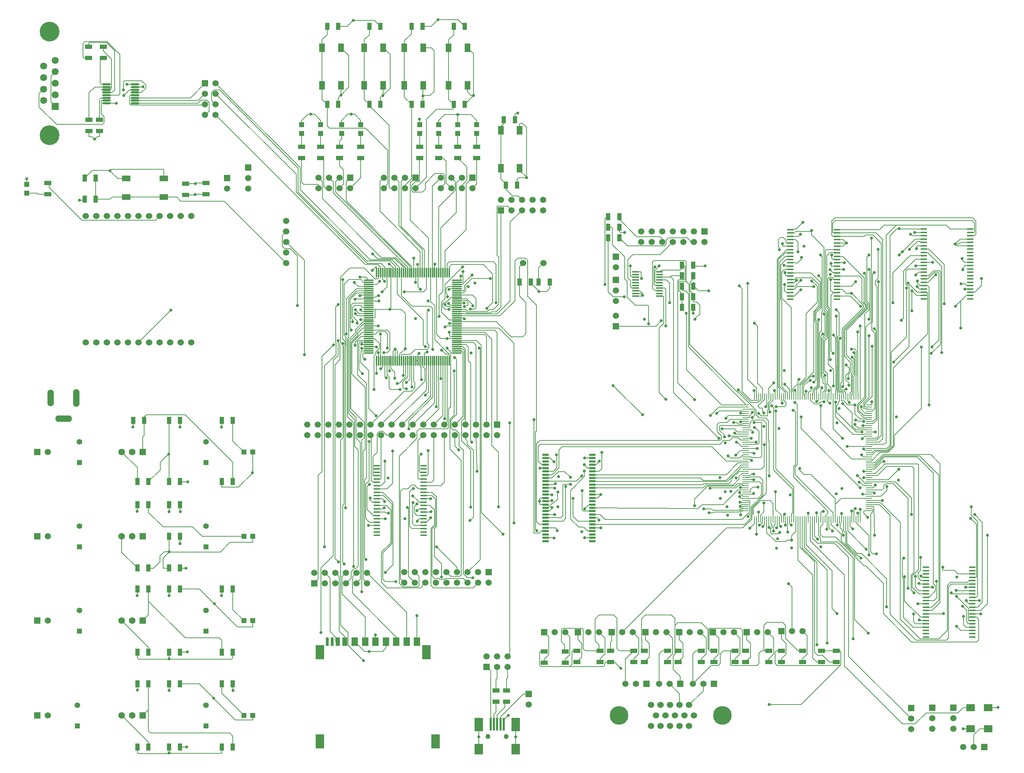
<source format=gtl>
%FSLAX44Y44*%
%MOMM*%
G71*
G01*
G75*
G04 Layer_Physical_Order=1*
G04 Layer_Color=255*
%ADD10R,2.0000X1.8000*%
%ADD11R,2.0000X3.5000*%
%ADD12R,1.5000X2.0000*%
%ADD13R,1.2000X2.0000*%
%ADD14R,1.0000X2.0000*%
%ADD15R,0.7000X2.0000*%
%ADD16O,2.1000X0.4500*%
%ADD17R,1.7000X1.1000*%
%ADD18R,2.0000X3.3000*%
%ADD19R,2.0000X2.5000*%
%ADD20R,0.5000X3.1000*%
%ADD21O,0.2500X1.5500*%
%ADD22O,1.5500X0.2500*%
%ADD23O,1.7000X0.3500*%
%ADD24R,1.5500X0.5500*%
%ADD25R,1.2000X1.2000*%
%ADD26R,2.1000X1.4000*%
%ADD27O,2.5400X0.3000*%
%ADD28O,0.3000X2.5400*%
%ADD29R,1.5500X0.4500*%
%ADD30R,1.1000X1.7000*%
%ADD31R,1.4000X2.1000*%
%ADD32R,1.2000X1.2000*%
%ADD33C,0.1500*%
%ADD34C,1.5240*%
%ADD35C,4.5000*%
%ADD36R,1.6000X1.6000*%
%ADD37C,1.6000*%
%ADD38C,1.6900*%
%ADD39R,1.6900X1.6900*%
%ADD40C,4.7600*%
%ADD41O,1.5240X4.3180*%
%ADD42O,4.0640X1.5240*%
%ADD43O,1.5240X4.0640*%
%ADD44C,1.5000*%
%ADD45R,1.5000X1.5000*%
%ADD46R,1.5000X1.5000*%
%ADD47C,1.2000*%
%ADD48R,1.2500X1.2500*%
%ADD49C,1.3500*%
%ADD50C,0.7100*%
D10*
X2877820Y858520D02*
D03*
X2835820D02*
D03*
Y909320D02*
D03*
X2877820D02*
D03*
D11*
X1268160Y828070D02*
D03*
Y1043070D02*
D03*
X1546660Y828070D02*
D03*
X1524660Y1043070D02*
D03*
D12*
X1502410Y1068070D02*
D03*
X1477410D02*
D03*
X1452410D02*
D03*
X1427410D02*
D03*
X1402410D02*
D03*
X1377410D02*
D03*
X1352410D02*
D03*
D13*
X1328160D02*
D03*
D14*
X1311160D02*
D03*
D15*
X1298160D02*
D03*
X1286160D02*
D03*
D16*
X823170Y2366120D02*
D03*
Y2372620D02*
D03*
Y2379120D02*
D03*
Y2385620D02*
D03*
Y2392120D02*
D03*
Y2398620D02*
D03*
Y2405120D02*
D03*
Y2411620D02*
D03*
X754170Y2366120D02*
D03*
Y2372620D02*
D03*
Y2379120D02*
D03*
Y2385620D02*
D03*
Y2392120D02*
D03*
Y2398620D02*
D03*
Y2405120D02*
D03*
Y2411620D02*
D03*
D17*
X613410Y2173770D02*
D03*
Y2146770D02*
D03*
X746760Y2475700D02*
D03*
Y2502700D02*
D03*
X711200Y2475700D02*
D03*
Y2502700D02*
D03*
X944880Y2172500D02*
D03*
Y2145500D02*
D03*
X994410Y2173770D02*
D03*
Y2146770D02*
D03*
X1692910Y950760D02*
D03*
Y923760D02*
D03*
X1718310Y950760D02*
D03*
Y923760D02*
D03*
X1645920Y2261400D02*
D03*
Y2234400D02*
D03*
X1554480Y2261400D02*
D03*
Y2234400D02*
D03*
X1508760Y2261400D02*
D03*
Y2234400D02*
D03*
X1600200Y2261400D02*
D03*
Y2234400D02*
D03*
X1270000Y2261400D02*
D03*
Y2234400D02*
D03*
X1224280Y2261400D02*
D03*
Y2234400D02*
D03*
X1315720Y2261400D02*
D03*
Y2234400D02*
D03*
X1366520Y2261400D02*
D03*
Y2234400D02*
D03*
X2024380Y1019010D02*
D03*
Y1046010D02*
D03*
X2105660Y1019010D02*
D03*
Y1046010D02*
D03*
X2131060Y1019010D02*
D03*
Y1046010D02*
D03*
X2186940Y1019010D02*
D03*
Y1046010D02*
D03*
X2217420Y1019010D02*
D03*
Y1046010D02*
D03*
X2512060Y1019010D02*
D03*
Y1046010D02*
D03*
X2379980Y1019010D02*
D03*
Y1046010D02*
D03*
X2049780Y1019010D02*
D03*
Y1046010D02*
D03*
X2430780Y1019010D02*
D03*
Y1046010D02*
D03*
X2476500Y1019010D02*
D03*
Y1046010D02*
D03*
X2293620Y1019010D02*
D03*
Y1046010D02*
D03*
X1859280Y1017740D02*
D03*
Y1044740D02*
D03*
X1887220Y1019010D02*
D03*
Y1046010D02*
D03*
X2349500Y1019010D02*
D03*
Y1046010D02*
D03*
X2268220Y1019010D02*
D03*
Y1046010D02*
D03*
X1943100Y1019010D02*
D03*
Y1046010D02*
D03*
X1808480Y1017740D02*
D03*
Y1044740D02*
D03*
X1968500Y1046010D02*
D03*
Y1019010D02*
D03*
X737870Y2326170D02*
D03*
Y2299170D02*
D03*
X712470Y2326170D02*
D03*
Y2299170D02*
D03*
D18*
X1739948Y868469D02*
D03*
X1650949D02*
D03*
D19*
Y809470D02*
D03*
X1739948D02*
D03*
D20*
X1711449Y869470D02*
D03*
X1703448D02*
D03*
X1695450D02*
D03*
X1687449D02*
D03*
X1679448D02*
D03*
D21*
X2314710Y1659550D02*
D03*
X2319710D02*
D03*
X2324710D02*
D03*
X2329710D02*
D03*
X2334710D02*
D03*
X2339710D02*
D03*
X2344710D02*
D03*
X2349710D02*
D03*
X2354710D02*
D03*
X2359710D02*
D03*
X2364710D02*
D03*
X2369710D02*
D03*
X2374710D02*
D03*
X2379710D02*
D03*
X2384710D02*
D03*
X2389710D02*
D03*
X2394710D02*
D03*
X2399710D02*
D03*
X2404710D02*
D03*
X2409710D02*
D03*
X2414710D02*
D03*
X2419710D02*
D03*
X2424710D02*
D03*
X2429710D02*
D03*
X2434710D02*
D03*
X2439710D02*
D03*
X2444710D02*
D03*
X2449710D02*
D03*
X2454710D02*
D03*
X2459710D02*
D03*
X2464710D02*
D03*
X2469710D02*
D03*
X2474710D02*
D03*
X2479710D02*
D03*
X2484710D02*
D03*
X2489710D02*
D03*
X2494710D02*
D03*
X2499710D02*
D03*
X2504710D02*
D03*
X2509710D02*
D03*
X2514710D02*
D03*
X2519710D02*
D03*
X2524710D02*
D03*
X2529710D02*
D03*
X2534710D02*
D03*
X2539710D02*
D03*
X2544710D02*
D03*
X2549710D02*
D03*
X2554710D02*
D03*
X2559710D02*
D03*
X2564710D02*
D03*
X2569710D02*
D03*
Y1363050D02*
D03*
X2564710D02*
D03*
X2559710D02*
D03*
X2554710D02*
D03*
X2549710D02*
D03*
X2544710D02*
D03*
X2539710D02*
D03*
X2534710D02*
D03*
X2529710D02*
D03*
X2524710D02*
D03*
X2519710D02*
D03*
X2514710D02*
D03*
X2509710D02*
D03*
X2504710D02*
D03*
X2499710D02*
D03*
X2494710D02*
D03*
X2489710D02*
D03*
X2484710D02*
D03*
X2479710D02*
D03*
X2474710D02*
D03*
X2469710D02*
D03*
X2464710D02*
D03*
X2459710D02*
D03*
X2454710D02*
D03*
X2449710D02*
D03*
X2444710D02*
D03*
X2439710D02*
D03*
X2434710D02*
D03*
X2429710D02*
D03*
X2424710D02*
D03*
X2419710D02*
D03*
X2414710D02*
D03*
X2409710D02*
D03*
X2404710D02*
D03*
X2399710D02*
D03*
X2394710D02*
D03*
X2389710D02*
D03*
X2384710D02*
D03*
X2379710D02*
D03*
X2374710D02*
D03*
X2369710D02*
D03*
X2364710D02*
D03*
X2359710D02*
D03*
X2354710D02*
D03*
X2349710D02*
D03*
X2344710D02*
D03*
X2339710D02*
D03*
X2334710D02*
D03*
X2329710D02*
D03*
X2324710D02*
D03*
X2319710D02*
D03*
X2314710D02*
D03*
D22*
X2590460Y1638800D02*
D03*
Y1633800D02*
D03*
Y1628800D02*
D03*
Y1623800D02*
D03*
Y1618800D02*
D03*
Y1613800D02*
D03*
Y1608800D02*
D03*
Y1603800D02*
D03*
Y1598800D02*
D03*
Y1593800D02*
D03*
Y1588800D02*
D03*
Y1583800D02*
D03*
Y1578800D02*
D03*
Y1573800D02*
D03*
Y1568800D02*
D03*
Y1563800D02*
D03*
Y1558800D02*
D03*
Y1553800D02*
D03*
Y1548800D02*
D03*
Y1543800D02*
D03*
Y1538800D02*
D03*
Y1533800D02*
D03*
Y1528800D02*
D03*
Y1523800D02*
D03*
Y1518800D02*
D03*
Y1513800D02*
D03*
Y1508800D02*
D03*
Y1503800D02*
D03*
Y1498800D02*
D03*
Y1493800D02*
D03*
Y1488800D02*
D03*
Y1483800D02*
D03*
Y1478800D02*
D03*
Y1473800D02*
D03*
Y1468800D02*
D03*
Y1463800D02*
D03*
Y1458800D02*
D03*
Y1453800D02*
D03*
Y1448800D02*
D03*
Y1443800D02*
D03*
Y1438800D02*
D03*
Y1433800D02*
D03*
Y1428800D02*
D03*
Y1423800D02*
D03*
Y1418800D02*
D03*
Y1413800D02*
D03*
Y1408800D02*
D03*
Y1403800D02*
D03*
Y1398800D02*
D03*
Y1393800D02*
D03*
Y1388800D02*
D03*
Y1383800D02*
D03*
X2293960D02*
D03*
Y1388800D02*
D03*
Y1393800D02*
D03*
Y1398800D02*
D03*
Y1403800D02*
D03*
Y1408800D02*
D03*
Y1413800D02*
D03*
Y1418800D02*
D03*
Y1423800D02*
D03*
Y1428800D02*
D03*
Y1433800D02*
D03*
Y1438800D02*
D03*
Y1443800D02*
D03*
Y1448800D02*
D03*
Y1453800D02*
D03*
Y1458800D02*
D03*
Y1463800D02*
D03*
Y1468800D02*
D03*
Y1473800D02*
D03*
Y1478800D02*
D03*
Y1483800D02*
D03*
Y1488800D02*
D03*
Y1493800D02*
D03*
Y1498800D02*
D03*
Y1503800D02*
D03*
Y1508800D02*
D03*
Y1513800D02*
D03*
Y1518800D02*
D03*
Y1523800D02*
D03*
Y1528800D02*
D03*
Y1533800D02*
D03*
Y1538800D02*
D03*
Y1543800D02*
D03*
Y1548800D02*
D03*
Y1553800D02*
D03*
Y1558800D02*
D03*
Y1563800D02*
D03*
Y1568800D02*
D03*
Y1573800D02*
D03*
Y1578800D02*
D03*
Y1583800D02*
D03*
Y1588800D02*
D03*
Y1593800D02*
D03*
Y1598800D02*
D03*
Y1603800D02*
D03*
Y1608800D02*
D03*
Y1613800D02*
D03*
Y1618800D02*
D03*
Y1623800D02*
D03*
Y1628800D02*
D03*
Y1633800D02*
D03*
Y1638800D02*
D03*
D23*
X2028900Y1959650D02*
D03*
Y1953150D02*
D03*
Y1946650D02*
D03*
Y1940150D02*
D03*
Y1933650D02*
D03*
Y1927150D02*
D03*
Y1920650D02*
D03*
Y1914150D02*
D03*
Y1907650D02*
D03*
Y1901150D02*
D03*
X2085900Y1959650D02*
D03*
Y1953150D02*
D03*
Y1946650D02*
D03*
Y1940150D02*
D03*
Y1933650D02*
D03*
Y1927150D02*
D03*
Y1920650D02*
D03*
Y1914150D02*
D03*
Y1907650D02*
D03*
Y1901150D02*
D03*
D24*
X1924170Y1310780D02*
D03*
Y1318780D02*
D03*
Y1326780D02*
D03*
Y1334780D02*
D03*
Y1342780D02*
D03*
Y1350780D02*
D03*
Y1358780D02*
D03*
Y1366780D02*
D03*
Y1374780D02*
D03*
Y1382780D02*
D03*
Y1390780D02*
D03*
Y1398780D02*
D03*
Y1406780D02*
D03*
Y1414780D02*
D03*
Y1422780D02*
D03*
Y1430780D02*
D03*
Y1438780D02*
D03*
Y1446780D02*
D03*
Y1454780D02*
D03*
Y1462780D02*
D03*
Y1470780D02*
D03*
Y1478780D02*
D03*
Y1486780D02*
D03*
Y1494780D02*
D03*
Y1502780D02*
D03*
Y1510780D02*
D03*
Y1518780D02*
D03*
X1812170Y1310780D02*
D03*
Y1318780D02*
D03*
Y1326780D02*
D03*
Y1334780D02*
D03*
Y1342780D02*
D03*
Y1350780D02*
D03*
Y1358780D02*
D03*
Y1366780D02*
D03*
Y1374780D02*
D03*
Y1382780D02*
D03*
Y1390780D02*
D03*
Y1398780D02*
D03*
Y1406780D02*
D03*
Y1414780D02*
D03*
Y1422780D02*
D03*
Y1430780D02*
D03*
Y1438780D02*
D03*
Y1446780D02*
D03*
Y1454780D02*
D03*
Y1462780D02*
D03*
Y1470780D02*
D03*
Y1478780D02*
D03*
Y1486780D02*
D03*
Y1494780D02*
D03*
Y1502780D02*
D03*
Y1510780D02*
D03*
Y1518780D02*
D03*
D25*
X1085510Y1525270D02*
D03*
X1106510D02*
D03*
X1085510Y890270D02*
D03*
X1106510D02*
D03*
X1085510Y1118870D02*
D03*
X1106510D02*
D03*
X1085510Y1322070D02*
D03*
X1106510D02*
D03*
D26*
X801810Y2184950D02*
D03*
X892810D02*
D03*
Y2139950D02*
D03*
X801810D02*
D03*
D27*
X1598250Y1939160D02*
D03*
Y1934160D02*
D03*
Y1929160D02*
D03*
Y1924160D02*
D03*
Y1919160D02*
D03*
Y1914160D02*
D03*
Y1909160D02*
D03*
Y1904160D02*
D03*
Y1899160D02*
D03*
Y1894160D02*
D03*
Y1889160D02*
D03*
Y1884160D02*
D03*
Y1879160D02*
D03*
Y1874160D02*
D03*
Y1869160D02*
D03*
Y1864160D02*
D03*
Y1859160D02*
D03*
Y1854160D02*
D03*
Y1849160D02*
D03*
Y1844160D02*
D03*
Y1839160D02*
D03*
Y1834160D02*
D03*
Y1829160D02*
D03*
Y1824160D02*
D03*
Y1819160D02*
D03*
Y1814160D02*
D03*
Y1809160D02*
D03*
Y1804160D02*
D03*
Y1799160D02*
D03*
Y1794160D02*
D03*
Y1789160D02*
D03*
Y1784160D02*
D03*
Y1779160D02*
D03*
Y1774160D02*
D03*
Y1769160D02*
D03*
Y1764160D02*
D03*
X1386250D02*
D03*
Y1769160D02*
D03*
Y1774160D02*
D03*
Y1779160D02*
D03*
Y1784160D02*
D03*
Y1789160D02*
D03*
Y1794160D02*
D03*
Y1799160D02*
D03*
Y1804160D02*
D03*
Y1809160D02*
D03*
Y1814160D02*
D03*
Y1819160D02*
D03*
Y1824160D02*
D03*
Y1829160D02*
D03*
Y1834160D02*
D03*
Y1839160D02*
D03*
Y1844160D02*
D03*
Y1849160D02*
D03*
Y1854160D02*
D03*
Y1859160D02*
D03*
Y1864160D02*
D03*
Y1869160D02*
D03*
Y1874160D02*
D03*
Y1879160D02*
D03*
Y1884160D02*
D03*
Y1889160D02*
D03*
Y1894160D02*
D03*
Y1899160D02*
D03*
Y1904160D02*
D03*
Y1909160D02*
D03*
Y1914160D02*
D03*
Y1919160D02*
D03*
Y1924160D02*
D03*
Y1929160D02*
D03*
Y1934160D02*
D03*
Y1939160D02*
D03*
D28*
X1579750Y1745660D02*
D03*
X1574750D02*
D03*
X1569750D02*
D03*
X1564750D02*
D03*
X1559750D02*
D03*
X1554750D02*
D03*
X1549750D02*
D03*
X1544750D02*
D03*
X1539750D02*
D03*
X1534750D02*
D03*
X1529750D02*
D03*
X1524750D02*
D03*
X1519750D02*
D03*
X1514750D02*
D03*
X1509750D02*
D03*
X1504750D02*
D03*
X1499750D02*
D03*
X1494750D02*
D03*
X1489750D02*
D03*
X1484750D02*
D03*
X1479750D02*
D03*
X1474750D02*
D03*
X1469750D02*
D03*
X1464750D02*
D03*
X1459750D02*
D03*
X1454750D02*
D03*
X1449750D02*
D03*
X1444750D02*
D03*
X1439750D02*
D03*
X1434750D02*
D03*
X1429750D02*
D03*
X1424750D02*
D03*
X1419750D02*
D03*
X1414750D02*
D03*
X1409750D02*
D03*
X1404750D02*
D03*
Y1957660D02*
D03*
X1409750D02*
D03*
X1414750D02*
D03*
X1419750D02*
D03*
X1424750D02*
D03*
X1429750D02*
D03*
X1434750D02*
D03*
X1439750D02*
D03*
X1444750D02*
D03*
X1449750D02*
D03*
X1454750D02*
D03*
X1459750D02*
D03*
X1464750D02*
D03*
X1469750D02*
D03*
X1474750D02*
D03*
X1479750D02*
D03*
X1484750D02*
D03*
X1489750D02*
D03*
X1494750D02*
D03*
X1499750D02*
D03*
X1504750D02*
D03*
X1509750D02*
D03*
X1514750D02*
D03*
X1519750D02*
D03*
X1524750D02*
D03*
X1529750D02*
D03*
X1534750D02*
D03*
X1539750D02*
D03*
X1544750D02*
D03*
X1549750D02*
D03*
X1554750D02*
D03*
X1559750D02*
D03*
X1564750D02*
D03*
X1569750D02*
D03*
X1574750D02*
D03*
X1579750D02*
D03*
D29*
X1517770Y1324430D02*
D03*
Y1332430D02*
D03*
Y1340430D02*
D03*
Y1348430D02*
D03*
Y1356430D02*
D03*
Y1364430D02*
D03*
Y1372430D02*
D03*
Y1380430D02*
D03*
Y1388430D02*
D03*
Y1396430D02*
D03*
Y1404430D02*
D03*
Y1412430D02*
D03*
Y1420430D02*
D03*
Y1428430D02*
D03*
Y1436430D02*
D03*
Y1444430D02*
D03*
Y1452430D02*
D03*
Y1460430D02*
D03*
Y1468430D02*
D03*
Y1476430D02*
D03*
Y1484430D02*
D03*
Y1492430D02*
D03*
X1405770Y1324430D02*
D03*
Y1332430D02*
D03*
Y1340430D02*
D03*
Y1348430D02*
D03*
Y1356430D02*
D03*
Y1364430D02*
D03*
Y1372430D02*
D03*
Y1380430D02*
D03*
Y1388430D02*
D03*
Y1396430D02*
D03*
Y1404430D02*
D03*
Y1412430D02*
D03*
Y1420430D02*
D03*
Y1428430D02*
D03*
Y1436430D02*
D03*
Y1444430D02*
D03*
Y1452430D02*
D03*
Y1460430D02*
D03*
Y1468430D02*
D03*
Y1476430D02*
D03*
Y1484430D02*
D03*
Y1492430D02*
D03*
X2839840Y1079320D02*
D03*
Y1087320D02*
D03*
Y1095320D02*
D03*
Y1103320D02*
D03*
Y1111320D02*
D03*
Y1119320D02*
D03*
Y1127320D02*
D03*
Y1135320D02*
D03*
Y1143320D02*
D03*
Y1151320D02*
D03*
Y1159320D02*
D03*
Y1167320D02*
D03*
Y1175320D02*
D03*
Y1183320D02*
D03*
Y1191320D02*
D03*
Y1199320D02*
D03*
Y1207320D02*
D03*
Y1215320D02*
D03*
Y1223320D02*
D03*
Y1231320D02*
D03*
Y1239320D02*
D03*
Y1247320D02*
D03*
X2727840Y1079320D02*
D03*
Y1087320D02*
D03*
Y1095320D02*
D03*
Y1103320D02*
D03*
Y1111320D02*
D03*
Y1119320D02*
D03*
Y1127320D02*
D03*
Y1135320D02*
D03*
Y1143320D02*
D03*
Y1151320D02*
D03*
Y1159320D02*
D03*
Y1167320D02*
D03*
Y1175320D02*
D03*
Y1183320D02*
D03*
Y1191320D02*
D03*
Y1199320D02*
D03*
Y1207320D02*
D03*
Y1215320D02*
D03*
Y1223320D02*
D03*
Y1231320D02*
D03*
Y1239320D02*
D03*
Y1247320D02*
D03*
X2401450Y2061390D02*
D03*
Y2053390D02*
D03*
Y2045390D02*
D03*
Y2037390D02*
D03*
Y2029390D02*
D03*
Y2021390D02*
D03*
Y2013390D02*
D03*
Y2005390D02*
D03*
Y1997390D02*
D03*
Y1989390D02*
D03*
Y1981390D02*
D03*
Y1973390D02*
D03*
Y1965390D02*
D03*
Y1957390D02*
D03*
Y1949390D02*
D03*
Y1941390D02*
D03*
Y1933390D02*
D03*
Y1925390D02*
D03*
Y1917390D02*
D03*
Y1909390D02*
D03*
Y1901390D02*
D03*
Y1893390D02*
D03*
X2513450Y2061390D02*
D03*
Y2053390D02*
D03*
Y2045390D02*
D03*
Y2037390D02*
D03*
Y2029390D02*
D03*
Y2021390D02*
D03*
Y2013390D02*
D03*
Y2005390D02*
D03*
Y1997390D02*
D03*
Y1989390D02*
D03*
Y1981390D02*
D03*
Y1973390D02*
D03*
Y1965390D02*
D03*
Y1957390D02*
D03*
Y1949390D02*
D03*
Y1941390D02*
D03*
Y1933390D02*
D03*
Y1925390D02*
D03*
Y1917390D02*
D03*
Y1909390D02*
D03*
Y1901390D02*
D03*
Y1893390D02*
D03*
X2722760Y2062660D02*
D03*
Y2054660D02*
D03*
Y2046660D02*
D03*
Y2038660D02*
D03*
Y2030660D02*
D03*
Y2022660D02*
D03*
Y2014660D02*
D03*
Y2006660D02*
D03*
Y1998660D02*
D03*
Y1990660D02*
D03*
Y1982660D02*
D03*
Y1974660D02*
D03*
Y1966660D02*
D03*
Y1958660D02*
D03*
Y1950660D02*
D03*
Y1942660D02*
D03*
Y1934660D02*
D03*
Y1926660D02*
D03*
Y1918660D02*
D03*
Y1910660D02*
D03*
Y1902660D02*
D03*
Y1894660D02*
D03*
X2834760Y2062660D02*
D03*
Y2054660D02*
D03*
Y2046660D02*
D03*
Y2038660D02*
D03*
Y2030660D02*
D03*
Y2022660D02*
D03*
Y2014660D02*
D03*
Y2006660D02*
D03*
Y1998660D02*
D03*
Y1990660D02*
D03*
Y1982660D02*
D03*
Y1974660D02*
D03*
Y1966660D02*
D03*
Y1958660D02*
D03*
Y1950660D02*
D03*
Y1942660D02*
D03*
Y1934660D02*
D03*
Y1926660D02*
D03*
Y1918660D02*
D03*
Y1910660D02*
D03*
Y1902660D02*
D03*
Y1894660D02*
D03*
D30*
X1031710Y814070D02*
D03*
X1058710D02*
D03*
X828510D02*
D03*
X855510D02*
D03*
X931710Y966470D02*
D03*
X904710D02*
D03*
Y814070D02*
D03*
X931710D02*
D03*
X855510Y966470D02*
D03*
X828510D02*
D03*
X1031710D02*
D03*
X1058710D02*
D03*
Y1042670D02*
D03*
X1031710D02*
D03*
X828510D02*
D03*
X855510D02*
D03*
X931710Y1195070D02*
D03*
X904710D02*
D03*
Y1042670D02*
D03*
X931710D02*
D03*
X855510Y1195070D02*
D03*
X828510D02*
D03*
X1058710D02*
D03*
X1031710D02*
D03*
X855510Y1245870D02*
D03*
X828510D02*
D03*
X904710Y1322070D02*
D03*
X931710D02*
D03*
X904710Y1245870D02*
D03*
X931710D02*
D03*
X1031710Y1454150D02*
D03*
X1058710D02*
D03*
X855510D02*
D03*
X828510D02*
D03*
X904710Y1601470D02*
D03*
X931710D02*
D03*
X904710Y1454150D02*
D03*
X931710D02*
D03*
X845350Y1601470D02*
D03*
X818350D02*
D03*
X1058710D02*
D03*
X1031710D02*
D03*
X701510Y2185670D02*
D03*
X728510D02*
D03*
Y2134870D02*
D03*
X701510D02*
D03*
X1962620Y2092960D02*
D03*
X1989620D02*
D03*
X1962620Y2067560D02*
D03*
X1989620D02*
D03*
X1962620Y2042160D02*
D03*
X1989620D02*
D03*
X2167420Y1950720D02*
D03*
X2140420D02*
D03*
X2167420Y1976120D02*
D03*
X2140420D02*
D03*
Y1899920D02*
D03*
X2167420D02*
D03*
Y1874520D02*
D03*
X2140420D02*
D03*
X2167420Y1925320D02*
D03*
X2140420D02*
D03*
X1711160Y2326640D02*
D03*
X1738160D02*
D03*
X1590510Y2551430D02*
D03*
X1617510D02*
D03*
X1488910D02*
D03*
X1515910D02*
D03*
X1387310D02*
D03*
X1414310D02*
D03*
X1285710D02*
D03*
X1312710D02*
D03*
X1749260Y1935480D02*
D03*
X1776260D02*
D03*
X1794980D02*
D03*
X1821980D02*
D03*
X1743240Y2169160D02*
D03*
X1716240D02*
D03*
X1617510Y2363470D02*
D03*
X1590510D02*
D03*
X1515910D02*
D03*
X1488910D02*
D03*
X1414310D02*
D03*
X1387310D02*
D03*
X1312710D02*
D03*
X1285710D02*
D03*
X855510Y1398270D02*
D03*
X828510D02*
D03*
X904710D02*
D03*
X931710D02*
D03*
D31*
X1623610Y2500190D02*
D03*
Y2409190D02*
D03*
X1578610D02*
D03*
Y2500190D02*
D03*
X1516930D02*
D03*
Y2409190D02*
D03*
X1471930D02*
D03*
Y2500190D02*
D03*
X1420410D02*
D03*
Y2409190D02*
D03*
X1375410D02*
D03*
Y2500190D02*
D03*
X1318810D02*
D03*
Y2409190D02*
D03*
X1273810D02*
D03*
Y2500190D02*
D03*
X1749340Y2300800D02*
D03*
Y2209800D02*
D03*
X1704340D02*
D03*
Y2300800D02*
D03*
D32*
X562610Y2149770D02*
D03*
Y2170770D02*
D03*
X1224280Y2293280D02*
D03*
Y2314280D02*
D03*
X1270000Y2293280D02*
D03*
Y2314280D02*
D03*
X1366520Y2293280D02*
D03*
Y2314280D02*
D03*
X1645920Y2293280D02*
D03*
Y2314280D02*
D03*
X1554480Y2293280D02*
D03*
Y2314280D02*
D03*
X1600200Y2293280D02*
D03*
Y2314280D02*
D03*
X1320800Y2293280D02*
D03*
Y2314280D02*
D03*
X1508760Y2293280D02*
D03*
Y2314280D02*
D03*
D33*
X1523788Y1764538D02*
X1525500Y1766250D01*
X1519750Y1764538D02*
X1523788D01*
X1825500Y1406750D02*
X1827000Y1408250D01*
X2324710Y1363050D02*
Y1380290D01*
X2303750Y1341500D02*
X2314710Y1352460D01*
Y1363050D01*
X2306250Y1374111D02*
X2309832Y1377693D01*
X2309000Y1372972D02*
X2312670Y1376642D01*
X2309000Y1364000D02*
Y1372972D01*
X2306250Y1365434D02*
Y1374111D01*
X2291596Y1350780D02*
X2306250Y1365434D01*
X2287136Y1342136D02*
X2309000Y1364000D01*
X2247646Y1342136D02*
X2287136D01*
X2312670Y1376642D02*
Y1390650D01*
X2309832Y1377693D02*
Y1391920D01*
X2307082Y1378832D02*
Y1393059D01*
X2299462Y1371212D02*
X2307082Y1378832D01*
X2312670Y1390650D02*
X2330196Y1408176D01*
X2307082Y1393059D02*
X2334750Y1420727D01*
X2303780Y1381704D02*
Y1407530D01*
X2285326Y1363250D02*
X2303780Y1381704D01*
X2299462Y1369314D02*
Y1371212D01*
X2311450Y1523800D02*
X2313375Y1521875D01*
X2293960Y1523800D02*
X2311450D01*
X1839250Y1487000D02*
Y1518500D01*
X2326000Y1547000D02*
Y1575440D01*
X2322800Y1543800D02*
X2326000Y1547000D01*
X2293960Y1543800D02*
X2322800D01*
X2316734Y1584706D02*
X2326000Y1575440D01*
X2264750Y1596250D02*
X2272500D01*
X2293960Y1453800D02*
X2294560Y1453200D01*
X2315799D01*
X2315849Y1453250D02*
X2327750D01*
X2315799Y1453200D02*
X2315849Y1453250D01*
X2309500Y1458750D02*
X2313500D01*
X2309250Y1459000D02*
X2309500Y1458750D01*
X2306710Y1459000D02*
X2309250D01*
X2451000Y1674000D02*
Y1680500D01*
X2450750Y1673750D02*
X2451000Y1674000D01*
X2456619Y1675482D02*
X2466217Y1685080D01*
X2456619Y1670181D02*
Y1675482D01*
X2459710Y1674684D02*
X2468967Y1683941D01*
X2459710Y1659550D02*
Y1674684D01*
X2463417Y1699167D02*
Y1837009D01*
X2458375Y1694125D02*
X2463417Y1699167D01*
X2448250Y1698380D02*
X2449370D01*
X2447473Y1695973D02*
X2449250Y1697750D01*
X2443973Y1695973D02*
X2447473D01*
X2433612Y1685612D02*
X2443973Y1695973D01*
X2433612Y1667592D02*
Y1685612D01*
X2449370Y1698333D02*
Y1698380D01*
X2451250Y1708250D02*
X2456500D01*
X2448542Y1705542D02*
X2451250Y1708250D01*
X2429710Y1686710D02*
X2448542Y1705542D01*
X2429710Y1659550D02*
Y1686710D01*
X2466217Y1685080D02*
Y1839760D01*
X2468967Y1683941D02*
Y1843802D01*
X2471718Y1682802D02*
Y1812588D01*
X2474468Y1706929D02*
X2480260Y1701137D01*
X2474468Y1706929D02*
Y1804924D01*
X2464710Y1675794D02*
X2471718Y1682802D01*
X2457575Y1718825D02*
Y1864492D01*
X2424710Y1685960D02*
X2457575Y1718825D01*
X2424710Y1659550D02*
Y1685960D01*
X2439000Y1704750D02*
Y1858602D01*
X2419710Y1685460D02*
X2439000Y1704750D01*
X2419710Y1659550D02*
Y1685460D01*
X2419625Y1698125D02*
X2422000Y1700500D01*
X2419625Y1689875D02*
Y1698125D01*
X2450750Y1673060D02*
Y1673750D01*
X2449790Y1672100D02*
X2450750Y1673060D01*
X2493960Y1642750D02*
X2496500D01*
X2492250Y1644460D02*
X2493960Y1642750D01*
X2474750Y1380000D02*
X2477000Y1382250D01*
X2480500D01*
X2484710Y1389540D02*
X2492000Y1382250D01*
Y1376963D02*
Y1382250D01*
X2484710Y1369672D02*
X2492000Y1376963D01*
X2484710Y1389540D02*
Y1389540D01*
Y1363050D02*
Y1369672D01*
X2409500Y1464750D02*
X2484710Y1389540D01*
X2409500Y1464750D02*
Y1490750D01*
X2578250Y1381600D02*
X2580450Y1383800D01*
X2578250Y1378250D02*
Y1381600D01*
Y1378250D02*
X2585750Y1370750D01*
X2587500Y1368250D01*
X2382500Y2022500D02*
Y2027500D01*
Y2022500D02*
X2383750Y2021250D01*
X2384375Y2042625D02*
X2391250Y2035750D01*
Y2031250D02*
Y2035750D01*
Y2031250D02*
X2393110Y2029390D01*
X2384375Y2042625D02*
X2384386Y2042636D01*
X2372750Y2037250D02*
X2378136Y2042636D01*
X2372750Y2021000D02*
Y2037250D01*
X2378136Y2042636D02*
X2384386D01*
X2375500Y2015250D02*
Y2018250D01*
X2372750Y2021000D02*
X2375500Y2018250D01*
X2393110Y2029390D02*
X2401450D01*
X1764750Y1811250D02*
Y1885750D01*
X1756500Y1803000D02*
X1764750Y1811250D01*
X1729250Y1803000D02*
X1756500D01*
X1693090Y1839160D02*
X1729250Y1803000D01*
X1749250Y1901250D02*
X1764750Y1885750D01*
X1749250Y1902230D02*
X1749260Y1902240D01*
X1749250Y1901250D02*
Y1902230D01*
X1749260Y1902240D02*
Y1935480D01*
X1598250Y1839160D02*
X1693090D01*
X1812170Y1438780D02*
X1834250D01*
X1834346Y1448346D02*
X1835500Y1447192D01*
X1832780Y1446780D02*
X1834346Y1448346D01*
X1812170Y1446780D02*
X1832780D01*
X1812190Y1454800D02*
X1837799D01*
X1812170Y1454780D02*
X1812190Y1454800D01*
X1837819Y1454780D02*
X1885564D01*
X1837799Y1454800D02*
X1837819Y1454780D01*
X1351500Y1933750D02*
X1361090Y1924160D01*
X1386250D01*
X1337530Y1941030D02*
X1367028D01*
X1326426Y1929926D02*
X1337530Y1941030D01*
X1326426Y1807502D02*
Y1929926D01*
X1439050Y1306550D02*
Y1385430D01*
X1416304Y1283804D02*
X1439050Y1306550D01*
X1416304Y1211326D02*
Y1283804D01*
X1441800Y1304300D02*
Y1400153D01*
X1420114Y1282614D02*
X1441800Y1304300D01*
X1420114Y1219200D02*
Y1282614D01*
X1419672Y1428430D02*
X1444550Y1403552D01*
X1425702Y1234948D02*
X1444550Y1253796D01*
X1421523Y1420430D02*
X1441800Y1400153D01*
X1428050Y1396430D02*
X1439050Y1385430D01*
X1444550Y1253796D02*
Y1403552D01*
X1428120Y1378250D02*
X1433500D01*
X1425940Y1380430D02*
X1428120Y1378250D01*
X1530390Y1380500D02*
X1535250D01*
X1530320Y1380430D02*
X1530390Y1380500D01*
X1544220Y1349109D02*
Y1385530D01*
X1533320Y1396430D02*
X1544220Y1385530D01*
X1517770Y1396430D02*
X1533320D01*
X1366500Y1868250D02*
X1367200D01*
X1353375Y1868125D02*
X1362340Y1859160D01*
X1386250D01*
X1580750Y1805830D02*
Y1811780D01*
Y1805830D02*
X1582420Y1804160D01*
X1580250Y1812280D02*
Y1813750D01*
Y1812280D02*
X1580750Y1811780D01*
X1494500Y1983750D02*
Y1993000D01*
Y1983750D02*
X1494750Y1983500D01*
X1820030Y1382780D02*
X1827625Y1390375D01*
X1812170Y1382780D02*
X1820030D01*
X1817530Y1390780D02*
X1829094Y1402344D01*
X1831594D01*
X1812170Y1390780D02*
X1817530D01*
X2539710Y1648540D02*
X2543092Y1645158D01*
X2539710Y1648540D02*
Y1659550D01*
X2544000Y1645000D02*
X2545250Y1644500D01*
X2540259Y1638950D02*
X2557160D01*
X2529840Y1649369D02*
X2540259Y1638950D01*
X2557160D02*
X2557272Y1639062D01*
X2569750Y1450750D02*
X2570250Y1451250D01*
X2570460D01*
X2404250Y1313250D02*
Y1323750D01*
X2414710Y1334210D01*
X2393500Y1313000D02*
X2404000D01*
X2390000Y1309500D02*
X2393500Y1313000D01*
X2366170Y1309500D02*
X2390000D01*
X2344710Y1330960D02*
X2366170Y1309500D01*
X2311502Y1628800D02*
X2315300Y1625002D01*
X2309368Y1608328D02*
X2315300Y1614260D01*
Y1625002D01*
X2303780Y1613690D02*
X2309750Y1619660D01*
Y1621500D01*
X2379750Y1650000D02*
X2381500Y1648250D01*
Y1643250D02*
Y1648250D01*
X2379710Y1649960D02*
Y1659550D01*
X2378750Y1643000D02*
X2381750D01*
X2387744Y1634744D02*
X2390750Y1637750D01*
X2367026Y1634744D02*
X2387744D01*
X2384710Y1651040D02*
X2390750Y1645000D01*
Y1637750D02*
Y1645000D01*
X2384710Y1651040D02*
Y1659550D01*
X2417750Y1494750D02*
Y1640000D01*
X2413000Y1644750D02*
X2417750Y1640000D01*
X798120Y2420620D02*
X838200D01*
X795000Y2417500D02*
X798120Y2420620D01*
X795000Y2399125D02*
Y2417500D01*
X793875Y2398000D02*
X795000Y2399125D01*
X786500Y2388000D02*
Y2483750D01*
X2286950Y1418800D02*
X2293960D01*
X2278500Y1427250D02*
X2286950Y1418800D01*
X2375500Y1707737D02*
X2375500Y1707737D01*
X2375500Y1683250D02*
Y1707737D01*
Y1683250D02*
X2389710Y1669040D01*
X2372750Y1682111D02*
X2374750Y1680111D01*
Y1659590D02*
Y1680111D01*
X2374710Y1659550D02*
X2374750Y1659590D01*
X2375500Y1727118D02*
X2375500Y1727118D01*
X2375500Y1716183D02*
Y1727118D01*
Y1716183D02*
X2375500Y1716183D01*
X2372750Y1725979D02*
X2372750Y1725979D01*
X2372750Y1682111D02*
Y1725979D01*
X2369750Y1990460D02*
X2392680Y2013390D01*
X2369750Y1667550D02*
Y1990460D01*
X2369710Y1667510D02*
X2369750Y1667550D01*
X2363285Y1673215D02*
X2363820Y1673750D01*
X2363285Y1673215D02*
X2364710Y1671790D01*
Y1659550D02*
Y1671790D01*
X2362750Y1673750D02*
X2363820D01*
X2314702Y1836166D02*
X2322250Y1828618D01*
Y1691000D02*
Y1828618D01*
X2334710Y1659550D02*
Y1678540D01*
X2322250Y1691000D02*
X2334710Y1678540D01*
X2504710Y1581040D02*
X2527125Y1558625D01*
X2504710Y1581040D02*
Y1659550D01*
X2575000Y1558350D02*
X2580450Y1563800D01*
X2575000Y1557250D02*
Y1558350D01*
X2590460Y1483800D02*
X2603550D01*
X2600470Y1428800D02*
X2603020Y1426250D01*
X2603750D01*
X2489710Y1340460D02*
Y1363050D01*
X2404750Y1377000D02*
X2407050Y1379300D01*
X2404750Y1369568D02*
Y1377000D01*
X2404710Y1369568D02*
X2404750D01*
X2407050Y1379300D02*
Y1435462D01*
X2366772Y1484642D02*
X2409800Y1441614D01*
X2361184Y1481328D02*
X2407050Y1435462D01*
X2409800Y1363140D02*
Y1441614D01*
X2409710Y1363050D02*
X2409800Y1363140D01*
X2365756Y1386824D02*
Y1429750D01*
X2359710Y1363050D02*
Y1401268D01*
X2352802Y1408176D02*
X2359710Y1401268D01*
X2365756Y1386824D02*
X2379710Y1372870D01*
X2384710Y1374140D02*
X2386170Y1375600D01*
X2387250D01*
X2384710Y1363050D02*
Y1374140D01*
X2379710Y1363050D02*
Y1372870D01*
X2414710Y1334210D02*
Y1363050D01*
X2243950Y1402549D02*
X2275201Y1433800D01*
X2293960D01*
X2278750Y1417300D02*
X2282250Y1413800D01*
X2327750Y1453250D02*
X2332000Y1449000D01*
X2282250Y1413800D02*
X2293960D01*
X2243950Y1402540D02*
Y1402549D01*
X1394250Y1962750D02*
X1404000Y1972500D01*
X1404750D01*
Y1957660D02*
Y1972500D01*
X1504750Y1745500D02*
Y1760474D01*
X1499910Y1745500D02*
X1504750D01*
X1499750Y1745660D02*
X1499910Y1745500D01*
X1499750Y1934750D02*
Y1957660D01*
X1835220Y1342780D02*
X1842250Y1335750D01*
X1812170Y1342780D02*
X1835220D01*
X1797250Y1406750D02*
Y1412410D01*
X1799620Y1414780D01*
X1797250Y1401150D02*
Y1406750D01*
Y1401150D02*
X1799620Y1398780D01*
X1789750Y1357818D02*
Y1544678D01*
X1787000Y1339232D02*
Y1573894D01*
X1784096Y1330574D02*
Y1603502D01*
X1789750Y1357818D02*
X1796788Y1350780D01*
X1789750Y1544678D02*
X1798320Y1553248D01*
X1787000Y1339232D02*
X1790700Y1335532D01*
X1787000Y1573894D02*
X1789684Y1576578D01*
X1784096Y1330574D02*
X1784713Y1329957D01*
X1823220Y1510780D02*
X1832000Y1502000D01*
X1812170Y1510780D02*
X1823220D01*
X1830939Y1478689D02*
X1839250Y1487000D01*
X1819492Y1478689D02*
X1830939D01*
X1844500Y1487418D02*
Y1530302D01*
X1827862Y1470780D02*
X1844500Y1487418D01*
Y1530302D02*
X1851914Y1537716D01*
X1904750Y1495000D02*
X1912970Y1486780D01*
X1924170D01*
X1947164Y1485384D02*
Y1524508D01*
X1940560Y1478780D02*
X1947164Y1485384D01*
X1933530Y1494780D02*
X1937553Y1498803D01*
X1924170Y1494780D02*
X1933530D01*
X2015750Y1962152D02*
Y1974000D01*
X2010194Y1944883D02*
Y1989620D01*
Y1944883D02*
X2016760Y1938317D01*
X2010194Y1989620D02*
X2021840Y2001266D01*
X2042201Y1944049D02*
Y1959650D01*
X2167420Y1899920D02*
Y1906227D01*
X2159762Y1913885D02*
X2167420Y1906227D01*
X2499500Y1977330D02*
Y1980000D01*
X2499250Y1973390D02*
Y1979250D01*
X2428500Y1990500D02*
Y1994000D01*
X2419250Y1981250D02*
X2428500Y1990500D01*
X2817000Y1965000D02*
Y1969450D01*
X2822210Y1974660D01*
X2754000Y1173750D02*
Y1214000D01*
X2747570Y1167320D02*
X2754000Y1173750D01*
X2727840Y1167320D02*
X2747570D01*
X2751000Y1190678D02*
Y1203000D01*
X2745750Y1208250D02*
X2751000Y1203000D01*
X2745750Y1208250D02*
Y1474968D01*
X2707077Y1513641D02*
X2745750Y1474968D01*
X2712963Y1516391D02*
X2759500Y1469854D01*
Y1168066D02*
Y1469854D01*
X2742754Y1151320D02*
X2759500Y1168066D01*
X2739930Y1519142D02*
X2762250Y1496822D01*
Y1162370D02*
Y1496822D01*
X2743200Y1143320D02*
X2762250Y1162370D01*
X2820500Y858000D02*
X2821020Y858520D01*
X2835820D01*
X2817500Y858000D02*
X2820500D01*
X1402250Y1083030D02*
Y1084750D01*
Y1083030D02*
X1402410Y1082870D01*
X1552500Y2567500D02*
X1601440D01*
X1617510Y2551430D01*
X1536430D02*
X1552500Y2567500D01*
X1515910Y2551430D02*
X1536430D01*
X1348750Y2566000D02*
X1399740D01*
X1414310Y2551430D01*
X1334180D02*
X1348750Y2566000D01*
X1312710Y2551430D02*
X1334180D01*
X944880Y2145500D02*
X967250D01*
X968520Y2146770D02*
X994410D01*
X970270Y2173770D02*
X994410D01*
X944880Y2172500D02*
X968000D01*
X931700Y1453750D02*
X949500D01*
X2191256Y1457200D02*
X2247140D01*
X1924500Y1454450D02*
X2249886D01*
X2185676Y1462780D02*
X2191256Y1457200D01*
X2247140D02*
X2283740Y1493800D01*
X1924170Y1454780D02*
X1924500Y1454450D01*
X2249886D02*
X2284237Y1488800D01*
X2404000Y1349000D02*
X2404500Y1349500D01*
Y1350210D01*
X1358340Y1854160D02*
X1386250D01*
X1355500Y1857000D02*
X1358340Y1854160D01*
X1351000Y1878250D02*
X1367250D01*
X1347250Y1874500D02*
X1351000Y1878250D01*
X1347250Y1852500D02*
Y1874500D01*
X1367250Y1878250D02*
X1371340Y1874160D01*
X1386250D01*
X1359000Y1838983D02*
Y1840750D01*
X1347250Y1852500D02*
X1359000Y1840750D01*
X1348410Y1884160D02*
X1386250D01*
X1344000Y1879750D02*
X1348410Y1884160D01*
X1344000Y1848250D02*
Y1879750D01*
X1347500Y1844750D02*
X1347506Y1844756D01*
X1344000Y1848250D02*
X1347500Y1844750D01*
X1347506Y1839250D02*
Y1844756D01*
X1346750Y1839250D02*
X1347506D01*
X1341000Y1824666D02*
Y1893512D01*
Y1824666D02*
X1346010Y1819656D01*
X1341000Y1893512D02*
X1356649Y1909160D01*
X1343500Y1819250D02*
X1345603D01*
X1346010Y1819656D01*
X2548640Y1925390D02*
X2559125Y1935875D01*
X2513450Y1925390D02*
X2548640D01*
X2572750Y1518750D02*
X2577700Y1513800D01*
X2558500Y1602750D02*
Y1603714D01*
X2559304Y1604518D01*
X2565034Y1582966D02*
X2581292D01*
X2557272Y1590728D02*
X2565034Y1582966D01*
X2557272Y1590728D02*
Y1594612D01*
X2557000Y1592500D02*
Y1594340D01*
X2557272Y1594612D01*
X2550519Y1587649D02*
X2559271Y1578897D01*
X2550519Y1587649D02*
Y1619653D01*
X2516250Y1641250D02*
Y1644682D01*
X2519710Y1613916D02*
Y1614040D01*
Y1648142D02*
Y1659550D01*
X2516250Y1644682D02*
X2519710Y1648142D01*
X2556615Y1773250D02*
X2560655Y1769210D01*
X2550391Y1773250D02*
X2556615D01*
X2548674Y1771533D02*
X2550391Y1773250D01*
X2548250Y1771956D02*
Y1773500D01*
Y1771956D02*
X2548674Y1771533D01*
X2380569Y1682681D02*
Y1890788D01*
Y1682681D02*
X2394710Y1668540D01*
X2372750Y1725979D02*
Y1989016D01*
X2389124Y2005390D01*
X2375500Y1707737D02*
Y1716183D01*
Y1727118D02*
Y1983766D01*
X2378250Y1893107D02*
X2380569Y1890788D01*
X2366772Y1484642D02*
Y1624076D01*
X2361184Y1481328D02*
Y1632204D01*
X2314250Y1672560D02*
Y1673750D01*
Y1672560D02*
X2314710Y1672100D01*
X2306560Y1558750D02*
X2307500D01*
X2306510Y1558800D02*
X2306560Y1558750D01*
X2303970Y1508800D02*
X2307520Y1505250D01*
X2307750D01*
X2304460Y1468800D02*
X2307410Y1471750D01*
X2313250D01*
X2306510Y1458800D02*
X2306710Y1459000D01*
X2280750Y1439500D02*
X2281256D01*
X2281936Y1440180D01*
X2404500Y1350210D02*
X2404790Y1350500D01*
X2360750Y1334462D02*
Y1334750D01*
X2360244Y1333956D02*
X2360750Y1334462D01*
X2368156Y1342250D02*
X2369710Y1343804D01*
Y1363050D01*
X2368156Y1342250D02*
X2368250D01*
X2524500Y1375810D02*
Y1377250D01*
Y1375810D02*
X2524710Y1375600D01*
X2600342Y1438800D02*
X2606250Y1444708D01*
Y1445750D01*
X2654142Y1453800D02*
X2693416Y1414526D01*
X2590460Y1453800D02*
X2654142D01*
X2648966Y1449578D02*
X2685034Y1413510D01*
X2631440Y1449578D02*
X2648966D01*
X2693416Y1374394D02*
Y1414526D01*
X2626106Y1444244D02*
X2631440Y1449578D01*
X2685034Y1196492D02*
Y1413510D01*
X2813000Y2022500D02*
X2813160Y2022660D01*
X2802500Y2022500D02*
X2813000D01*
X2798500Y2026500D02*
X2802500Y2022500D01*
X2813160Y2022660D02*
X2834760D01*
X2798500Y2026750D02*
X2810250Y2038500D01*
X2798750Y2026500D02*
X2807750D01*
X2811910Y2030660D01*
X2834760D01*
X2822050Y2038500D02*
X2822210Y2038660D01*
X2810250Y2038500D02*
X2822050D01*
X2815750Y1987820D02*
Y1991500D01*
Y1987820D02*
X2820910Y1982660D01*
X2834760D01*
X2705750Y2016750D02*
Y2021000D01*
X2707500Y2022750D01*
X2714500D01*
X2705750Y2016750D02*
X2706000Y2016500D01*
X2705000Y2015250D02*
Y2015500D01*
X2706000Y2016500D01*
X2703750Y1974000D02*
Y1974750D01*
X2705500D01*
X2735470Y1982500D02*
X2743750D01*
X2735310Y1982660D02*
X2735470Y1982500D01*
X2662608Y2063750D02*
X2663698Y2062660D01*
X2658364Y2063750D02*
X2662608D01*
X2641411Y2046797D02*
X2658364Y2063750D01*
X2548971Y1908221D02*
X2577592Y1879600D01*
X2526284Y1917390D02*
X2535424Y1908250D01*
X2548750D01*
X2526110Y1981500D02*
X2531500D01*
X2526000Y1981390D02*
X2526110Y1981500D01*
X2414140Y1981250D02*
X2419250D01*
X2414000Y1981390D02*
X2414140Y1981250D01*
X2151126Y1723636D02*
Y1859500D01*
X2130044Y1692402D02*
Y1938020D01*
X2119884Y1668272D02*
Y1940560D01*
X2495804Y1946910D02*
X2501900D01*
X2491994Y1943100D02*
X2495804Y1946910D01*
X2526110Y2029500D02*
X2536250D01*
X2528140Y2021390D02*
X2536000Y2029250D01*
X2513450Y2021390D02*
X2528140D01*
X2528610Y2037390D02*
X2536250Y2029750D01*
X2513450Y2037390D02*
X2528610D01*
X2526000Y2029390D02*
X2526110Y2029500D01*
X2417320Y1924250D02*
X2458250D01*
X2410460Y1917390D02*
X2417320Y1924250D01*
X2387000Y1914490D02*
Y1928750D01*
Y1914490D02*
X2392100Y1909390D01*
X2387500Y1929000D02*
X2387978D01*
X2388870Y1929892D01*
X2381000Y1896614D02*
Y1958790D01*
X2378250Y1893107D02*
Y1976341D01*
X2381000Y1896614D02*
X2403869Y1873745D01*
X2381000Y1958790D02*
X2387600Y1965390D01*
X2378250Y1976341D02*
X2391299Y1989390D01*
X2375500Y1983766D02*
X2389124Y1997390D01*
X2167250Y1859750D02*
Y1861049D01*
X2167420Y1861219D01*
X1581090Y1919160D02*
X1598250D01*
X1581090Y1917000D02*
Y1919160D01*
X1572500Y1908354D02*
Y1919680D01*
X1569591Y1894840D02*
Y1929255D01*
X1572500Y1919680D02*
X1576980Y1924160D01*
X1569591Y1929255D02*
X1611884Y1971548D01*
X1576980Y1924160D02*
X1598250D01*
X1575600Y1899412D02*
Y1905254D01*
X1572500Y1908354D02*
X1575600Y1905254D01*
X1366250Y1844750D02*
X1367992D01*
X1368044Y1844802D01*
X1356691Y1836674D02*
X1359000Y1838983D01*
X1357115Y1836250D02*
X1358250D01*
X1356691Y1836674D02*
X1357115Y1836250D01*
X1354074Y1820364D02*
X1372870Y1839160D01*
X1356850Y1817884D02*
X1373127Y1834160D01*
X1403850Y1778500D02*
X1404750D01*
X1403350Y1778000D02*
X1403850Y1778500D01*
X1412000Y1776020D02*
Y1786700D01*
X1414750Y1745660D02*
Y1808250D01*
X1402564Y1766584D02*
X1412000Y1776020D01*
X1399540Y1799160D02*
X1412000Y1786700D01*
X1414650Y1808350D02*
X1414750Y1808250D01*
X1402190Y1779160D02*
X1403350Y1778000D01*
X1436624Y1770624D02*
Y1813560D01*
X1431250Y1765250D02*
X1436624Y1770624D01*
X1422250Y1765250D02*
X1431250D01*
X1425500Y1816000D02*
X1430528Y1810972D01*
X1407758Y1816000D02*
X1425500D01*
X1400919Y1809160D02*
X1407758Y1816000D01*
X1430528Y1776222D02*
Y1810972D01*
X1362000Y1787412D02*
X1365250Y1790662D01*
X1362000Y1723194D02*
Y1787412D01*
Y1723194D02*
X1370694Y1714500D01*
X1359250Y1792100D02*
X1361310Y1794160D01*
X1359250Y1711864D02*
Y1792100D01*
Y1711864D02*
X1380998Y1690116D01*
X1575250Y1774740D02*
Y1776000D01*
Y1774740D02*
X1580750Y1769240D01*
X1625854Y1745488D02*
Y1778826D01*
Y1745488D02*
X1631950Y1739392D01*
X1489750Y1683552D02*
X1490500Y1684302D01*
X1489750Y1683552D02*
Y1745660D01*
X1489418Y1672120D02*
X1497292Y1679994D01*
X1471460Y1672120D02*
X1489418D01*
X1497292Y1679994D02*
Y1693143D01*
X1470970Y1678280D02*
X1476000D01*
X1468000Y1681250D02*
X1470970Y1678280D01*
X1468000Y1681250D02*
Y1695130D01*
X1479750Y1706880D01*
X1448750Y1718000D02*
X1448750Y1718000D01*
X1448696D02*
X1448750D01*
X1439750Y1726946D02*
X1448696Y1718000D01*
X1448750Y1704334D02*
Y1718000D01*
X1454571Y1690332D02*
Y1691299D01*
X1454658Y1691386D01*
X1438552Y1676448D02*
X1461722D01*
X1435250Y1679750D02*
X1438552Y1676448D01*
X1435250Y1679750D02*
Y1706250D01*
X1429750Y1711750D02*
X1435250Y1706250D01*
X1429750Y1711750D02*
Y1718618D01*
X1424750Y1706436D02*
X1426935Y1704250D01*
X1424750Y1706436D02*
Y1745660D01*
X1509750Y1731977D02*
X1512500Y1729227D01*
Y1700250D02*
Y1729227D01*
X1419750Y1731250D02*
Y1745660D01*
X1416606Y1728106D02*
X1419750Y1731250D01*
X1414128Y1728106D02*
X1416606D01*
X1414500Y1726500D02*
Y1727734D01*
X1414128Y1728106D02*
X1414500Y1727734D01*
X1449750Y1745660D02*
Y1772750D01*
X1450750Y1773000D02*
X1454750Y1769000D01*
X1444750Y1768750D02*
X1448750Y1772750D01*
X1444750Y1745660D02*
Y1768750D01*
X1534800Y1888104D02*
Y1957610D01*
X1534750Y1957660D02*
X1534800Y1957610D01*
Y1888104D02*
X1544828Y1878076D01*
X1454750Y1906686D02*
Y1957660D01*
X1490150Y1877060D02*
X1534160D01*
X1540256Y1870964D01*
X1464750Y1902460D02*
X1490150Y1877060D01*
X1419750Y1941000D02*
X1423500Y1937250D01*
X1419750Y1941000D02*
Y1957660D01*
X1405897Y1929160D02*
X1413987Y1937250D01*
X1412500D02*
X1413987D01*
X1405072Y1901500D02*
X1405161Y1901411D01*
X1402910Y1899160D02*
X1405161Y1901411D01*
X1386250Y1899160D02*
X1402910D01*
X1405072Y1901500D02*
X1410750D01*
X1429750Y1923000D02*
Y1957660D01*
X1418250Y1911500D02*
X1429750Y1923000D01*
X1401824Y1889000D02*
X1411000D01*
X1410500Y1889500D02*
X1411250Y1888750D01*
X1401664Y1889160D02*
X1401912Y1888912D01*
X1367660Y1904160D02*
X1386250D01*
X1365771Y1902271D02*
X1367660Y1904160D01*
X1353394Y1894160D02*
X1386250D01*
X1372678Y1935322D02*
Y1935380D01*
Y1935322D02*
X1373840Y1934160D01*
X1386250D01*
X1365000Y1947250D02*
X1378160D01*
X1386250Y1939160D01*
X1017270Y2338070D02*
X1377918Y1977422D01*
X1795500Y1912500D02*
X1814750D01*
X1821980Y1919730D01*
Y1935480D01*
X1776260Y1932490D02*
X1795500Y1913250D01*
X1776260Y1932490D02*
Y1935480D01*
X2738250Y1135250D02*
X2769750D01*
X1906000Y1510750D02*
X1911590D01*
X1911620Y1510780D01*
X1819402Y1478780D02*
X1819492Y1478689D01*
X1812170Y1478780D02*
X1819402D01*
X1936750Y1422750D02*
X1944750D01*
X1937280Y1414780D02*
X1944750Y1422250D01*
X1924170Y1414780D02*
X1937280D01*
X1936720Y1422780D02*
X1936750Y1422750D01*
X1812170Y1422780D02*
X1826970D01*
X1812170D02*
X1812700Y1422250D01*
X1840750Y1428000D02*
X1840750Y1428000D01*
X1840750Y1411500D02*
Y1428000D01*
X1831594Y1402344D02*
X1840750Y1411500D01*
X1840750Y1428000D02*
Y1429500D01*
X1936750Y1342750D02*
X1945000D01*
X1936720Y1342780D02*
X1936750Y1342750D01*
X1905750Y1318750D02*
X1911590D01*
X1911620Y1318780D01*
X1380998Y1553347D02*
Y1690116D01*
X1380950Y1553299D02*
X1380998Y1553347D01*
X1380950Y1548701D02*
Y1553299D01*
Y1548701D02*
X1380998Y1548653D01*
Y1463934D02*
Y1548653D01*
X1386500Y1551000D02*
Y1553632D01*
X1386586Y1553718D01*
X1392136Y1456474D02*
Y1564424D01*
X1390650Y1565910D02*
X1392136Y1564424D01*
X1574750Y1597610D02*
Y1745660D01*
X1572260Y1760728D02*
X1577972D01*
X1561630Y1771358D02*
X1572260Y1760728D01*
X1578102Y1584960D02*
Y1629664D01*
X1581404Y1604010D02*
X1591818Y1614424D01*
X1581404Y1532382D02*
Y1604010D01*
X1584198Y1602740D02*
X1597368Y1615910D01*
X1584198Y1583944D02*
Y1602740D01*
X1568450Y1591310D02*
X1574750Y1597610D01*
X1543050Y1591310D02*
X1564856Y1613116D01*
X2876250Y1159530D02*
Y1323500D01*
X2860040Y1143320D02*
X2876250Y1159530D01*
X2800500Y1190250D02*
X2801000Y1190750D01*
X2801372Y1190250D02*
X2802442Y1191320D01*
X2800500Y1190250D02*
X2801372D01*
X2791526Y1183320D02*
X2839840D01*
X2789174Y1185672D02*
X2791526Y1183320D01*
X2802442Y1191320D02*
X2839840D01*
X2782062Y1076960D02*
Y1200462D01*
X2779268Y1095248D02*
Y1203960D01*
X2782062Y1200462D02*
X2788920Y1207320D01*
X2779268Y1203960D02*
X2786888Y1211580D01*
X2735642Y1175320D02*
X2751000Y1190678D01*
X2769000Y1241250D02*
X2770500Y1239750D01*
X2796500D01*
X2804930Y1231320D01*
X2839840D01*
X2769000Y1241250D02*
Y1247500D01*
X2852460Y1167250D02*
X2857000D01*
X2852390Y1167320D02*
X2852460Y1167250D01*
X2863500Y1162716D02*
Y1356202D01*
X2845308Y1374394D02*
X2863500Y1356202D01*
X2852104Y1151320D02*
X2863500Y1162716D01*
X2852460Y1135250D02*
X2859750D01*
X2852390Y1135320D02*
X2852460Y1135250D01*
X2702680Y1111320D02*
X2727840D01*
X2698750Y1115250D02*
X2702680Y1111320D01*
X2698750Y1115250D02*
Y1135500D01*
X2702250Y1200000D02*
Y1225500D01*
Y1200000D02*
X2710930Y1191320D01*
X2709926Y1241426D02*
Y1494790D01*
X2695000Y1226500D02*
X2709926Y1241426D01*
X2695000Y1199250D02*
Y1226500D01*
Y1199250D02*
X2710930Y1183320D01*
X2692250Y1228031D02*
X2699004Y1234785D01*
X2692250Y1192426D02*
Y1228031D01*
Y1192426D02*
X2699004Y1185672D01*
X2715514Y1240264D02*
Y1271778D01*
X2709000Y1233750D02*
X2715514Y1240264D01*
X2709000Y1222450D02*
Y1233750D01*
Y1222450D02*
X2716130Y1215320D01*
X2710930Y1191320D02*
X2727840D01*
X2710930Y1183320D02*
X2727840D01*
X2708500Y1159250D02*
X2715220D01*
X2715290Y1159320D01*
X1711250Y879250D02*
X1722000Y890000D01*
X1711250Y869669D02*
Y879250D01*
Y869669D02*
X1711449Y869470D01*
X1722000Y890000D02*
X1722000D01*
X1740000Y838500D02*
Y847117D01*
X1739948Y847169D02*
X1740000Y847117D01*
X1651000Y839000D02*
Y847118D01*
X1650949Y847169D02*
X1651000Y847118D01*
X1376230Y1044250D02*
X1385750D01*
X1352410Y1068070D02*
X1376230Y1044250D01*
X1387000Y1044750D02*
X1418890D01*
X1427410Y1053270D01*
X1012000Y931750D02*
X1064280Y879470D01*
X1106510D01*
X978280Y966470D02*
X1012000Y932750D01*
X931710Y966470D02*
X978280D01*
X904961Y799039D02*
X1031500D01*
X931710Y814070D02*
X947320D01*
X831250Y798029D02*
X903779D01*
X828510Y800770D02*
X831250Y798029D01*
X831629Y1026250D02*
X904000D01*
X828510Y1029370D02*
X831629Y1026250D01*
X906500D02*
X1055591D01*
X1058710Y1029370D01*
X931710Y1042670D02*
X949170D01*
X1014250Y1158500D02*
X1068990Y1103760D01*
X1106510D01*
Y1118870D01*
X978180Y1195070D02*
X1013750Y1159500D01*
X931710Y1195070D02*
X978180D01*
X905250Y1284500D02*
X1028500D01*
X1051500Y1307500D01*
X1106250D01*
X931710Y1308770D02*
Y1322070D01*
X893000Y1285000D02*
X903000D01*
X883000Y1275000D02*
X893000Y1285000D01*
X883000Y1260750D02*
Y1275000D01*
X867750Y1245500D02*
X883000Y1260750D01*
X890500Y1270000D02*
X904750Y1284250D01*
X890500Y1245000D02*
Y1270000D01*
X1072349Y1440849D02*
X1106250Y1474750D01*
X1031710Y1440849D02*
X1072349D01*
X1106510Y1476760D02*
Y1525270D01*
X883750Y1500750D02*
X903500Y1520500D01*
X883750Y1482390D02*
Y1500750D01*
X855510Y1454150D02*
X883750Y1482390D01*
X904710Y1454150D02*
Y1520460D01*
Y1521460D02*
Y1601470D01*
X720340Y2204500D02*
X763250D01*
X763500D02*
X765690Y2206690D01*
X892810D01*
Y2184950D02*
Y2206690D01*
X781300Y2184950D02*
X801810D01*
X763250Y2203000D02*
X781300Y2184950D01*
X701510Y2185670D02*
X720340Y2204500D01*
X712500Y2285950D02*
Y2299250D01*
X726000Y2280000D02*
X732000Y2286000D01*
X737739D01*
X719051Y2285950D02*
X724250Y2280750D01*
X712500Y2285950D02*
X719051D01*
X1766000Y2186500D02*
Y2188000D01*
X1749340Y2204660D02*
X1766000Y2188000D01*
X1749340Y2204660D02*
Y2209800D01*
X1747030Y2186250D02*
X1767250D01*
X1743240Y2182460D02*
X1747030Y2186250D01*
X1766500Y2187000D02*
Y2307500D01*
X1756000Y2318000D02*
X1766500Y2307500D01*
X1338000Y2404750D02*
Y2481000D01*
X1318625Y2500375D02*
X1338000Y2481000D01*
X1318625Y2500375D02*
Y2502875D01*
X1319000Y2385750D02*
X1338000Y2404750D01*
X1421000Y2385250D02*
X1437500Y2401750D01*
Y2484000D01*
X1419500Y2502000D02*
X1437500Y2484000D01*
X1638250Y2385500D02*
Y2485500D01*
X1623875Y2499875D02*
X1638250Y2485500D01*
X1238450Y2339250D02*
X1244750D01*
X1224280Y2325080D02*
X1238450Y2339250D01*
X1246000Y2339500D02*
X1255580D01*
X1270000Y2325080D01*
X1335470Y2339750D02*
X1351850D01*
X1366520Y2325080D01*
X1320800D02*
X1335470Y2339750D01*
X1599500Y2339000D02*
X1632000D01*
X1568650Y2339250D02*
X1600000D01*
X1632000Y2339000D02*
X1645920Y2325080D01*
X1600200Y2314280D02*
Y2337800D01*
X1554480Y2325080D02*
X1568650Y2339250D01*
X1617510Y2363470D02*
X1637770Y2383730D01*
X1632750Y2384750D02*
X1638000D01*
X1623610Y2393889D02*
X1632750Y2384750D01*
X1516500Y2385000D02*
Y2407440D01*
Y2384750D02*
Y2385000D01*
X1533750D01*
X1516250D02*
X1516500D01*
X1533750D02*
X1543250Y2394500D01*
Y2493500D01*
X1536560Y2500190D02*
X1543250Y2493500D01*
X1516930Y2500190D02*
X1536560D01*
X1516500Y2366500D02*
Y2384250D01*
X1515910Y2363470D02*
X1516000Y2363380D01*
X1414250Y2380000D02*
X1418750Y2384500D01*
X1414250Y2376831D02*
Y2380000D01*
Y2376831D02*
X1414310Y2376770D01*
X1418750Y2384500D02*
Y2384750D01*
X1420410Y2393889D02*
X1420500Y2393800D01*
Y2385750D02*
Y2393800D01*
X1420250Y2385500D02*
X1420500Y2385750D01*
X1418750Y2384750D02*
X1420250D01*
X1312710Y2363470D02*
Y2376770D01*
X1312750Y2376810D01*
Y2379250D02*
X1318500Y2385000D01*
X1312750Y2376810D02*
Y2379250D01*
X1318750Y2385500D02*
Y2393829D01*
X776322Y2493928D02*
X786500Y2483750D01*
X699800Y2475700D02*
X711200D01*
X697300Y2478200D02*
X699800Y2475700D01*
X697300Y2478200D02*
Y2509550D01*
X713250Y2512250D02*
X754039D01*
X711200Y2510200D02*
X713250Y2512250D01*
X711200Y2502700D02*
Y2510200D01*
X702750Y2515000D02*
X755178D01*
X697300Y2509550D02*
X702750Y2515000D01*
X776250Y2493928D02*
X776322D01*
X753500Y2385500D02*
X784000D01*
X755178Y2515000D02*
X776250Y2493928D01*
X754039Y2512250D02*
X773500Y2492789D01*
Y2397250D02*
Y2492789D01*
X768370Y2392120D02*
X773500Y2397250D01*
X754620Y2392120D02*
X768370D01*
X745036Y2400870D02*
X764181D01*
X746760Y2492528D02*
Y2502700D01*
X766670Y2403360D02*
Y2472618D01*
X746760Y2492528D02*
X766670Y2472618D01*
X742786Y2398620D02*
X754170D01*
X742786D02*
X745036Y2400870D01*
X764181D02*
X766670Y2403360D01*
X739250Y2468190D02*
X746760Y2475700D01*
X739250Y2415157D02*
Y2468190D01*
Y2415157D02*
X742786Y2411620D01*
X754170D01*
X784000Y2385500D02*
X786500Y2388000D01*
X753540Y2386250D02*
X754170Y2385620D01*
X743966Y2405120D02*
X754170D01*
X726250Y2405000D02*
X753250D01*
X712470Y2391220D02*
X726250Y2405000D01*
X712470Y2326170D02*
Y2391220D01*
X809620Y2398620D02*
X823170D01*
X795500Y2384500D02*
X809620Y2398620D01*
X1508250Y2325590D02*
Y2327750D01*
Y2325590D02*
X1508760Y2325080D01*
X1318750Y2393829D02*
X1318810Y2393889D01*
X823170Y2405120D02*
X842500D01*
X803500Y2412000D02*
X807490D01*
X807869Y2411620D01*
X838200Y2420620D02*
X849000Y2409820D01*
Y2402718D02*
Y2409820D01*
X838402Y2392120D02*
X849000Y2402718D01*
X737739Y2286000D02*
Y2297511D01*
X737750Y2297500D01*
X737870Y2297620D01*
Y2299170D01*
X737739Y2286000D02*
X737750D01*
X562500Y2181680D02*
Y2184500D01*
Y2181680D02*
X562610Y2181570D01*
X818000Y1585500D02*
Y1587820D01*
X818350Y1588170D01*
X931750Y1585250D02*
Y1588130D01*
X931710Y1588170D02*
X931750Y1588130D01*
X1106250Y1307500D02*
Y1311010D01*
X1106510Y1311270D01*
X904750Y1285000D02*
Y1308729D01*
X904710Y1308770D02*
X904750Y1308729D01*
X931250Y1304750D02*
Y1308309D01*
X931710Y1308770D01*
X855750Y1245500D02*
X867750D01*
X855510Y1245740D02*
X855750Y1245500D01*
X932500Y1245250D02*
X943500D01*
X931710Y1246040D02*
X932500Y1245250D01*
X904710Y1242790D02*
Y1245870D01*
X902500Y1245000D02*
X904710Y1242790D01*
X890500Y1245000D02*
X902500D01*
X1031500Y799039D02*
Y800560D01*
X1031710Y800770D01*
X904750Y950250D02*
Y953129D01*
X904710Y953169D02*
X904750Y953129D01*
X1059250Y950250D02*
Y952630D01*
X1058710Y953169D02*
X1059250Y952630D01*
X1613408Y1232662D02*
X1624070Y1222000D01*
X1636750D01*
X1393110Y1405890D02*
X1393220D01*
X1389250Y1409750D02*
X1393110Y1405890D01*
X1389250Y1409750D02*
Y1414500D01*
X1381750Y1387680D02*
Y1441440D01*
Y1387680D02*
X1397000Y1372430D01*
X1381750Y1441440D02*
X1387602Y1447292D01*
X1378750Y1447838D02*
X1386586Y1455674D01*
X1378750Y1365790D02*
Y1447838D01*
Y1365790D02*
X1388110Y1356430D01*
X1376000Y1458936D02*
X1380998Y1463934D01*
X1376000Y1269491D02*
Y1458936D01*
Y1269491D02*
X1379301Y1266190D01*
X1424690Y1503220D02*
X1424940Y1453642D01*
X1415728Y1444430D02*
X1424940Y1453642D01*
X1443736Y1450340D02*
Y1527810D01*
X1429826Y1436430D02*
X1443736Y1450340D01*
X1424250Y1405750D02*
Y1406500D01*
X1418320Y1412430D02*
X1424250Y1406500D01*
X1507430Y1364430D02*
X1517770D01*
X1503250Y1360250D02*
X1507430Y1364430D01*
X1503250Y1384750D02*
X1506930Y1388430D01*
X1496000Y1394250D02*
X1500782Y1399032D01*
X1496000Y1378250D02*
Y1394250D01*
X1501820Y1372430D02*
X1517770D01*
X1496000Y1378250D02*
X1501820Y1372430D01*
X1495750Y1348500D02*
X1507514D01*
X1492250Y1352000D02*
X1495750Y1348500D01*
X1492250Y1352000D02*
Y1402250D01*
X1507514Y1348500D02*
X1507583Y1348430D01*
X1481582Y1226058D02*
Y1388872D01*
X1484630Y1346200D02*
Y1430130D01*
Y1346200D02*
X1490400Y1340430D01*
X1481582Y1226058D02*
X1497330Y1210310D01*
X1507320Y1404430D02*
X1517770D01*
X1505500Y1406250D02*
X1507320Y1404430D01*
X1492250Y1419500D02*
X1505220Y1406530D01*
X1484630Y1430130D02*
X1492125Y1437625D01*
X1505309Y1436430D02*
X1517770D01*
X1496239Y1445500D02*
X1505309Y1436430D01*
X1467926D02*
X1480387D01*
X1489457Y1445500D01*
X1530390Y1412500D02*
X1535250D01*
X1530320Y1412430D02*
X1530390Y1412500D01*
X1546971Y1347971D02*
Y1412279D01*
X1538820Y1420430D02*
X1546971Y1412279D01*
X1517770Y1420430D02*
X1538820D01*
X1524930Y1356430D02*
X1534000Y1365500D01*
X1517770Y1356430D02*
X1524930D01*
X1549721Y1346221D02*
Y1416745D01*
X1535870Y1340759D02*
X1544220Y1349109D01*
X1538621Y1339621D02*
X1546971Y1347971D01*
X1544066Y1340566D02*
X1549721Y1346221D01*
X1538036Y1428430D02*
X1549721Y1416745D01*
X1535870Y1203960D02*
Y1340759D01*
X1538621Y1226656D02*
Y1339621D01*
X1544066Y1273048D02*
Y1340566D01*
X1638046Y1367796D02*
Y1529334D01*
X1631125Y1360875D02*
X1638046Y1367796D01*
X2509710Y1399540D02*
X2523970Y1413800D01*
X2509710Y1399540D02*
Y1413002D01*
X2166112Y1941830D02*
X2167420D01*
X2521458Y1010920D02*
X2522728Y1012190D01*
X2427224Y916686D02*
X2521458Y1010920D01*
X2369820D02*
X2521458D01*
X2287524Y1443800D02*
Y1445514D01*
X2148840Y1935988D02*
X2150872Y1938020D01*
X2148840Y1935988D02*
X2151380D01*
X2132838D02*
X2148840D01*
X2140420Y1974596D02*
X2146300D01*
X2140420D02*
Y1976120D01*
Y1967230D02*
Y1974596D01*
X2110994Y1946650D02*
X2115064Y1950720D01*
X2110994Y1946650D02*
X2113794D01*
X2286960Y1623800D02*
Y1624546D01*
Y1613306D02*
Y1613800D01*
X2479710Y1666550D02*
X2480260D01*
X1607566Y1939160D02*
Y1949704D01*
X2340318Y1046010D02*
X2349500D01*
X2331720D02*
X2340318D01*
X2337308Y1049020D02*
X2340318Y1046010D01*
X2257552Y1044232D02*
X2259330Y1046010D01*
X2268220D01*
X2240280D02*
X2259330D01*
X1940306D02*
X1943100D01*
X1908010D02*
X1940306D01*
Y1060196D01*
X1857756Y1044740D02*
Y1059688D01*
X2286254Y1046010D02*
Y1095248D01*
X2205228Y1049020D02*
Y1100582D01*
X2202688Y1051560D02*
X2205228Y1049020D01*
X2208238Y1046010D01*
X2123694Y1107186D02*
Y1123950D01*
Y1046010D02*
Y1107186D01*
X2130044Y1113536D01*
X2123694Y1046010D02*
Y1107186D01*
X2044192Y1046010D02*
Y1074166D01*
X1436956Y1869186D02*
X1464056D01*
X1436878D02*
X1436956D01*
X1439750Y1871980D01*
X1436930Y1869160D02*
X1436956Y1869186D01*
X1386250Y1869160D02*
X1399540D01*
X1436852D02*
X1436878Y1869186D01*
X1436852Y1869160D02*
X1436930D01*
X1399540D02*
X1436852D01*
X1399540D02*
X1401064Y1867636D01*
X1957070Y2089912D02*
X1962620D01*
X1713484Y909574D02*
Y923760D01*
X1306830Y1068070D02*
Y1078738D01*
X616458Y2163318D02*
Y2173770D01*
X855510Y1165822D02*
Y1195070D01*
Y1132370D02*
Y1165822D01*
X944118Y1077214D01*
X855510Y903770D02*
Y966470D01*
Y853440D02*
Y903770D01*
X842010Y890270D02*
X855510Y903770D01*
X1559560Y2167382D02*
X1564894D01*
X1508252Y2177288D02*
Y2234400D01*
X1277620Y2166222D02*
Y2234400D01*
X2671008Y2007870D02*
X2701798Y2038660D01*
X2663642Y2000504D02*
X2671008Y2007870D01*
X2414524Y2057146D02*
X2415045Y2057160D01*
X2410768Y2053390D02*
X2414524Y2057146D01*
X2672842Y2062660D02*
X2722760D01*
X2663698D02*
X2672842D01*
X2408936Y2061390D02*
Y2063242D01*
X2632174Y2048228D02*
X2656586Y2072640D01*
X2776728D01*
X2627450D02*
X2656586D01*
X2812034Y1889706D02*
X2824988Y1902660D01*
X2799155Y1876827D02*
X2812034Y1889706D01*
Y1824258D02*
Y1889706D01*
X2401450Y1917390D02*
X2410460D01*
X2506450Y2005390D02*
Y2006308D01*
X1869440Y1007872D02*
X1875028Y1013460D01*
X1869440Y1007872D02*
X1950720D01*
X1800860D02*
X1869440D01*
X1559228Y1799160D02*
X1574500Y1799250D01*
X2519710Y1355598D02*
X2521204D01*
X2597480Y1638800D02*
Y1646420D01*
X2286960Y1383117D02*
Y1383800D01*
X1593850Y1591310D02*
X1613154Y1610614D01*
Y1767840D01*
X1598250Y1769160D02*
X1613154Y1767840D01*
X1564750Y1707965D02*
Y1745660D01*
Y1707965D02*
X1564856Y1707858D01*
Y1613116D02*
Y1707858D01*
X1466850Y1591310D02*
X1534750Y1659210D01*
Y1745660D01*
X2520950Y1046010D02*
X2522728Y1044232D01*
Y1012190D02*
Y1044232D01*
X2350008Y916686D02*
X2427224D01*
X1529750Y1957660D02*
Y2041236D01*
X1486350Y2084636D02*
X1529750Y2041236D01*
X1486350Y2084636D02*
Y2174690D01*
X1498600Y2186940D01*
X1412748Y2106168D02*
Y2177288D01*
X1422400Y2186940D01*
X1371199Y1814160D02*
X1386250D01*
X1345604Y1788565D02*
X1371199Y1814160D01*
X1345604Y1713318D02*
Y1788565D01*
Y1713318D02*
X1377500Y1681422D01*
Y1532440D02*
Y1681422D01*
X1372108Y1527048D02*
X1377500Y1532440D01*
X1372108Y1218692D02*
Y1527048D01*
Y1218692D02*
X1381760Y1209040D01*
X1377918Y1977422D02*
X1408061D01*
X1414750Y1970733D01*
Y1957660D02*
Y1970733D01*
X1361310Y1794160D02*
X1386250D01*
X1254760Y1209040D02*
X1264412Y1218692D01*
Y1469136D01*
X1273302Y1478026D01*
Y1755648D01*
X1301496Y1783842D01*
X1352804Y1782572D02*
Y1789934D01*
X1367030Y1804160D01*
X1386250D01*
X1857756Y1478280D02*
X1871726Y1464310D01*
X1843024Y1478280D02*
X1857756D01*
X1827524Y1462780D02*
X1843024Y1478280D01*
X1812170Y1462780D02*
X1827524D01*
X1885564Y1454780D02*
X1898904Y1468120D01*
X2251456Y1516126D02*
X2256536Y1511046D01*
X2279770D01*
X2287524Y1518800D01*
X2293960D01*
X1812170Y1470780D02*
X1827862D01*
X1851914Y1537716D02*
X2212802D01*
X2246718Y1503800D01*
X2293960D01*
X2283740Y1493800D02*
X2293960D01*
X1924170Y1462780D02*
X2185676D01*
X2284237Y1488800D02*
X2293960D01*
X2188946Y1398778D02*
X2240188D01*
X2179274Y1389106D02*
X2188946Y1398778D01*
X2167079Y1389106D02*
X2179274D01*
X1924170Y1390780D02*
X2167079Y1389106D01*
X2293960Y1408800D02*
X2303780Y1407530D01*
X1889626Y1358780D02*
X1924170D01*
X1877568Y1370838D02*
X1889626Y1358780D01*
X1877568Y1370838D02*
Y1414018D01*
X2287524Y1443800D02*
X2293960D01*
X2270183Y1438780D02*
X2277133Y1445730D01*
X1855978Y1447800D02*
X1871980D01*
X1853438Y1445260D02*
X1855978Y1447800D01*
X1853438Y1371098D02*
Y1445260D01*
X1849120Y1366780D02*
X1853438Y1371098D01*
X1812170Y1366780D02*
X1849120D01*
X1916178Y1398780D02*
X1924170D01*
X1906016Y1388618D02*
X1916178Y1398780D01*
X2248916Y1596390D02*
X2256326Y1603800D01*
X2230120Y1596390D02*
X2248916D01*
X2224786Y1591056D02*
X2230120Y1596390D01*
X2224786Y1574546D02*
Y1591056D01*
X2232190Y1553248D02*
X2234946Y1556004D01*
X1798320Y1553248D02*
X2232190D01*
X1796788Y1350780D02*
X1812170D01*
X2282822Y1598800D02*
X2293960D01*
X2281936Y1597914D02*
X2282822Y1598800D01*
X1784713Y1329957D02*
X1796275D01*
X1801098Y1334780D01*
X1812170D01*
X2281682Y1553800D02*
X2293960D01*
X2275668Y1559814D02*
X2281682Y1553800D01*
X2262483Y1559814D02*
X2275668D01*
X1799082Y1544320D02*
X2231481D01*
X1794002Y1539240D02*
X1799082Y1544320D01*
X1794002Y1503162D02*
Y1539240D01*
Y1503162D02*
X1802384Y1494780D01*
X1812170D01*
X2293960Y1548800D02*
X2319000Y1548750D01*
X2564710Y1363050D02*
Y1375846D01*
X2563876Y1376680D02*
X2564710Y1375846D01*
X2348484Y1553464D02*
Y1600708D01*
X2318766Y1615186D02*
X2326640Y1607312D01*
X2318766Y1615186D02*
Y1626400D01*
X2275078Y1670088D02*
X2318766Y1626400D01*
X2273300Y1670088D02*
X2275078D01*
X2159210Y1784177D02*
X2273300Y1670088D01*
X2159210Y1784177D02*
Y1910378D01*
X2156968Y1912620D02*
X2159210Y1910378D01*
X2156968Y1912620D02*
Y1930400D01*
X2151380Y1935988D02*
X2156968Y1930400D01*
X2140420Y1899920D02*
Y1907286D01*
Y1974596D02*
Y1976120D01*
X2146300Y1974596D02*
X2148078Y1972818D01*
Y1940052D02*
Y1972818D01*
X2132076Y1940052D02*
X2148078D01*
X2130044Y1938020D02*
X2132076Y1940052D01*
X2130044Y1692402D02*
X2170684Y1651762D01*
X2427224Y1581912D02*
Y1609852D01*
Y1581912D02*
X2569972Y1439164D01*
X2569710Y1387602D02*
X2569972D01*
X2115064Y1950720D02*
X2140420D01*
X2085900Y1946650D02*
X2110994D01*
X2293960Y1638800D02*
Y1640840D01*
X2156460Y1778340D02*
X2293960Y1640840D01*
X2156460Y1778340D02*
Y1906524D01*
X2148840Y1914144D02*
X2156460Y1906524D01*
X2142490Y1914144D02*
X2148840D01*
X2140420Y1916214D02*
X2142490Y1914144D01*
X2140420Y1916214D02*
Y1925320D01*
X2235962Y1638800D02*
X2293960D01*
X2151126Y1723636D02*
X2235962Y1638800D01*
X2110486Y1885334D02*
Y1932784D01*
X2103120Y1940150D02*
X2110486Y1932784D01*
X2085900Y1940150D02*
X2103120D01*
X2075180Y1963420D02*
X2085594Y1973834D01*
X2075180Y1934920D02*
Y1963420D01*
Y1934920D02*
X2085900Y1933650D01*
X1992160Y2054860D02*
X2002790D01*
X1989620Y2057400D02*
X1992160Y2054860D01*
X1989620Y2057400D02*
Y2067560D01*
X2085900Y1920650D02*
X2099056D01*
X2101596Y1918110D01*
Y1829562D02*
Y1918110D01*
X2569710Y1659550D02*
Y1829562D01*
X2359710Y1650205D02*
Y1659550D01*
X2354710Y1651210D02*
Y1659550D01*
X1429750Y1718617D02*
Y1745660D01*
X1434750Y1722470D02*
Y1745660D01*
Y1722470D02*
X1435862Y1721358D01*
X1469750Y1710796D02*
Y1745660D01*
X1468882Y1709928D02*
X1469750Y1710796D01*
X2208784Y1613154D02*
X2229430Y1633800D01*
X2293960D01*
X1479750Y1706880D02*
Y1745660D01*
X2293960Y1628800D02*
X2311502D01*
X1519750Y1745660D02*
Y1764538D01*
X1974342Y1685798D02*
X2045208Y1614932D01*
X2281624Y1618800D02*
X2293960D01*
X2286960Y1613800D02*
X2293960D01*
X2245861Y1606631D02*
X2252536Y1613306D01*
X1522730Y1662684D02*
X1529750Y1669704D01*
Y1745660D01*
X1598250Y1774160D02*
X1611914D01*
X1615948Y1770126D01*
Y1606042D02*
Y1770126D01*
X1609598Y1599692D02*
X1615948Y1606042D01*
X1609598Y1552241D02*
Y1599692D01*
Y1552241D02*
X1631188Y1530651D01*
Y1392682D02*
Y1530651D01*
X1631950Y1551686D02*
X1634490Y1549146D01*
X1631950Y1551686D02*
Y1739392D01*
X1620520Y1784160D02*
X1625854Y1778826D01*
X1598250Y1784160D02*
X1620520D01*
X1598250Y1794160D02*
X1646174D01*
X1657350Y1782984D01*
Y1379728D02*
Y1782984D01*
Y1379728D02*
X1709674Y1327404D01*
X2319710D02*
Y1363050D01*
X2334710Y1355228D02*
Y1363050D01*
X2328730Y1349248D02*
X2334710Y1355228D01*
X2326640Y1349248D02*
X2328730D01*
X1698498Y1393190D02*
Y1524508D01*
X1682750Y1540256D02*
X1698498Y1524508D01*
X1682750Y1540256D02*
Y1797050D01*
X1665640Y1814160D02*
X1682750Y1797050D01*
X1598250Y1814160D02*
X1665640D01*
X2339710Y1351142D02*
Y1363050D01*
X2334768Y1346200D02*
X2339710Y1351142D01*
X1735582Y1354074D02*
Y1787652D01*
X1699074Y1824160D02*
X1735582Y1787652D01*
X1598250Y1824160D02*
X1699074D01*
X2404710Y1363050D02*
Y1369568D01*
X1569974Y1826620D02*
X1572514Y1829160D01*
X1598250D01*
X1580896Y1834896D02*
X1581632Y1834160D01*
X1598250D01*
X2504710Y1363050D02*
Y1379220D01*
X2419156Y1464774D02*
X2504710Y1379220D01*
X1613408Y1849160D02*
X1615948Y1846620D01*
X1598250Y1849160D02*
X1613408D01*
X2582672Y1448800D02*
X2590460D01*
X2562737Y1468735D02*
X2582672Y1448800D01*
X1615186Y1884160D02*
X1615706Y1884680D01*
X1598250Y1884160D02*
X1615186D01*
X2578112Y1478800D02*
X2590460D01*
X2577846Y1478534D02*
X2578112Y1478800D01*
X1615948Y1876298D02*
X1624838Y1879600D01*
Y1886712D01*
X1621282Y1890268D02*
X1624838Y1886712D01*
X1610452Y1890268D02*
X1621282D01*
X1598250Y1889160D02*
X1610452Y1890268D01*
X1636522Y1877568D02*
Y1880108D01*
X1622470Y1894160D02*
X1636522Y1880108D01*
X1598250Y1894160D02*
X1622470D01*
X2590800Y1656588D02*
Y1805648D01*
X2577846Y1643634D02*
X2590800Y1656588D01*
X2577846Y1630426D02*
Y1643634D01*
Y1630426D02*
X2590460Y1628800D01*
X2559710Y1659550D02*
Y1707925D01*
X2560655Y1708870D01*
Y1769210D01*
X1598250Y1929160D02*
X1611630D01*
X1634714Y1952244D01*
X2504941Y1806963D02*
X2510153Y1801751D01*
Y1787373D02*
Y1801751D01*
Y1787373D02*
X2511019Y1680185D01*
X2509710Y1659550D02*
X2511019Y1680185D01*
X2488031Y1673632D02*
Y1688509D01*
X2477621Y1709679D02*
X2484710Y1702590D01*
X2477621Y1709679D02*
Y1799516D01*
X2485098Y1806994D01*
Y1855470D01*
X2482558Y1858010D02*
X2485098Y1855470D01*
X1613154Y1936242D02*
Y1960545D01*
X1611072Y1934160D02*
X1613154Y1936242D01*
X1598250Y1934160D02*
X1611072D01*
X2479710Y1659550D02*
Y1666550D01*
X2474468Y1804924D02*
X2479548Y1810004D01*
X1598250Y1939160D02*
X1607566D01*
X1579750Y1957660D02*
Y1971926D01*
X1584960Y1977136D01*
X1662176D01*
X1684274Y1955038D01*
Y1885188D02*
Y1955038D01*
X1670558Y1871472D02*
X1684274Y1885188D01*
X2439162Y1672082D02*
X2439710Y1671534D01*
Y1659550D02*
Y1671534D01*
X1574750Y1957660D02*
Y1978864D01*
X1579880Y1983994D01*
X1686560D01*
X1692910Y1977644D01*
Y1885188D02*
Y1977644D01*
X2433612Y1667592D02*
X2434710Y1659550D01*
X1555750Y1852168D02*
Y1902968D01*
X1564750Y1911968D01*
Y1957660D01*
X2166620Y966470D02*
X2211070Y1010920D01*
X2227834D01*
X2232914Y1016000D01*
Y1038644D01*
X2240280Y1046010D01*
X2004060Y966470D02*
Y1025690D01*
X2024380Y1046010D01*
X2360244Y1333956D02*
Y1345622D01*
X2364710Y1350089D01*
Y1363050D01*
X2374710Y1349184D02*
Y1363050D01*
Y1349184D02*
X2377948Y1345946D01*
X2389710Y1349580D02*
Y1363050D01*
X2389124Y1348994D02*
X2389710Y1349580D01*
X2136140Y966470D02*
Y984250D01*
X2119376Y1001014D02*
X2136140Y984250D01*
X2119376Y1001014D02*
Y1034326D01*
X2131060Y1046010D01*
X2429710Y1294627D02*
Y1363050D01*
Y1294627D02*
X2465832Y1258505D01*
Y1060704D02*
Y1258505D01*
X1330198Y1391158D02*
Y1777147D01*
X1331387Y1778335D01*
Y1802540D01*
X1326426Y1807502D02*
X1331387Y1802540D01*
X1367028Y1941030D02*
X1372678Y1935380D01*
X1409750Y1944280D02*
Y1957660D01*
X1408430Y1942960D02*
X1409750Y1944280D01*
X1401250Y1942960D02*
X1408430D01*
X1375088Y1969122D02*
X1401250Y1942960D01*
X1340472Y1969122D02*
X1375088D01*
X1318006Y1946656D02*
X1340472Y1969122D01*
X1318006Y1789684D02*
Y1946656D01*
X1316990Y1788668D02*
X1318006Y1789684D01*
X1316990Y1747774D02*
Y1788668D01*
X1304798Y1735582D02*
X1316990Y1747774D01*
X1304798Y1268730D02*
Y1735582D01*
Y1268730D02*
X1312926Y1260602D01*
X1651762Y1775968D02*
X1654302Y1773428D01*
Y1265682D02*
Y1773428D01*
X1624330Y1235710D02*
X1654302Y1265682D01*
X1306576Y1875028D02*
X1312418Y1880870D01*
X1306576Y1789684D02*
Y1875028D01*
Y1789684D02*
X1307084Y1789176D01*
Y1760220D02*
Y1789176D01*
X1279398Y1732534D02*
X1307084Y1760220D01*
X1279398Y1296670D02*
Y1732534D01*
X1549654Y1296670D02*
X1598930Y1247394D01*
Y1235710D02*
Y1247394D01*
X1591818Y1614424D02*
Y1721104D01*
X1581404Y1532382D02*
X1608582Y1505204D01*
Y1229360D02*
Y1505204D01*
X1605280Y1226058D02*
X1608582Y1229360D01*
X1583182Y1226058D02*
X1605280D01*
X1573530Y1235710D02*
X1583182Y1226058D01*
X1613408Y1232662D02*
Y1529842D01*
X1603502Y1539748D02*
X1613408Y1529842D01*
X1603502Y1539748D02*
Y1570228D01*
X1595120Y1578610D02*
X1603502Y1570228D01*
X1589532Y1578610D02*
X1595120D01*
X1584198Y1583944D02*
X1589532Y1578610D01*
X1597368Y1615910D02*
Y1748574D01*
X1592580Y1753362D02*
X1597368Y1748574D01*
X1540256Y1772666D02*
Y1870964D01*
X1464750Y1902460D02*
Y1957660D01*
X1524750Y1918425D02*
Y1957660D01*
X1518220Y1911896D02*
X1524750Y1918425D01*
X1471638Y1911896D02*
X1518220D01*
X1323594Y1798066D02*
Y1941322D01*
Y1798066D02*
X1328636Y1793024D01*
Y1782826D02*
Y1793024D01*
X1326896Y1781086D02*
X1328636Y1782826D01*
X1326896Y1400227D02*
Y1781086D01*
X1323378Y1396708D02*
X1326896Y1400227D01*
X1323378Y1259040D02*
Y1396708D01*
Y1259040D02*
X1326896Y1255522D01*
X1473708Y1774432D02*
Y1859534D01*
X1464056Y1869186D02*
X1473708Y1859534D01*
X1395222Y2003044D02*
X1407043Y1991223D01*
X1448873D01*
X1469750Y1970347D01*
Y1957660D02*
Y1970347D01*
X1704340Y2183600D02*
Y2209800D01*
Y2183600D02*
X1716240Y2171700D01*
Y2169160D02*
Y2171700D01*
X1270508Y1090422D02*
Y1246124D01*
X1300226Y1275842D01*
Y1746250D01*
X1312245Y1758269D01*
Y1793494D01*
X1368806Y1785112D02*
X1369758Y1784160D01*
X1386250D01*
X1336294Y1059942D02*
X1373378Y1022858D01*
X1336294Y1059942D02*
Y1090422D01*
X1318514Y1108202D02*
X1336294Y1090422D01*
X1318514Y1108202D02*
Y1554480D01*
X1324102Y1560068D01*
Y1785620D01*
X1323086Y1786636D02*
X1324102Y1785620D01*
X1369314Y1775460D02*
X1370614Y1774160D01*
X1386250D01*
X1367332Y1769160D02*
X1386250D01*
X1366012Y1741932D02*
X1367332Y1769160D01*
X1366012Y1741932D02*
X1385824Y1722120D01*
Y1630426D02*
Y1722120D01*
Y1630426D02*
X1403604Y1612646D01*
X1725168Y1036828D02*
Y1595374D01*
X1720850Y1032510D02*
X1725168Y1036828D01*
X1749260Y1935480D02*
Y1972780D01*
X1757680Y1981200D01*
X1561349Y1886598D02*
X1569591Y1894840D01*
X1561349Y1862691D02*
Y1886598D01*
Y1862691D02*
X1579880Y1844160D01*
X1598250D01*
X1794980Y1935480D02*
Y1969700D01*
X1806480Y1981200D01*
X1598250Y1859160D02*
X1620228D01*
X1621507Y1857881D01*
X1695416D01*
X1726692Y1889157D01*
Y2079752D01*
X1755140Y2108200D01*
X1582928Y1874160D02*
X1598250D01*
X1580790Y1876298D02*
X1582928Y1874160D01*
X1574038Y1876298D02*
X1580790D01*
X1569720Y1880616D02*
X1574038Y1876298D01*
X754170Y2411620D02*
X754380D01*
X712470Y2326170D02*
X715518D01*
X828510Y1454150D02*
Y1487970D01*
X791210Y1525270D02*
X828510Y1487970D01*
X855510Y1380198D02*
Y1398270D01*
Y1380198D02*
X890524Y1345184D01*
X961898D01*
X985012Y1322070D01*
X1085510D01*
X1031710Y944070D02*
Y966470D01*
Y944070D02*
X1085510Y890270D01*
X2817876Y909320D02*
X2835820D01*
X2805176Y896620D02*
X2817876Y909320D01*
X2728976Y896620D02*
X2805176D01*
X2702052Y869696D02*
X2728976Y896620D01*
X2671572Y869696D02*
X2702052D01*
X2531364Y1009904D02*
X2671572Y869696D01*
X2531364Y1009904D02*
Y1229360D01*
X2449710Y1311014D02*
X2531364Y1229360D01*
X2449710Y1311014D02*
Y1363050D01*
X2552526Y1074594D02*
Y1270584D01*
X2514681Y1308430D02*
X2552526Y1270584D01*
X2474159Y1308430D02*
X2514681D01*
X2473049Y1320800D02*
X2474159Y1308430D01*
X2469710Y1324139D02*
X2473049Y1320800D01*
X2469710Y1324139D02*
Y1363050D01*
X2479710Y1350772D02*
Y1363050D01*
X2474214Y1345276D02*
X2479710Y1350772D01*
X2474214Y1325880D02*
Y1345276D01*
Y1325880D02*
X2479802Y1320292D01*
X2510785D01*
X2556303Y1274774D01*
Y1121617D02*
Y1274774D01*
Y1121617D02*
X2589530Y1088390D01*
X2581908Y1633800D02*
X2590460D01*
X2580710Y1634998D02*
X2581908Y1633800D01*
X2580710Y1634998D02*
Y1641164D01*
X2598420Y1658874D01*
Y1780540D01*
X1974596Y1899412D02*
X2001266D01*
X1962620Y1911388D02*
X1974596Y1899412D01*
X1962620Y1911388D02*
Y2042160D01*
Y2067560D02*
X1970532D01*
X1973072Y2065020D01*
Y2025142D02*
Y2065020D01*
Y2025142D02*
X2002028Y1996186D01*
Y1943100D02*
Y1996186D01*
Y1943100D02*
X2008378Y1936750D01*
Y1898904D02*
Y1936750D01*
Y1898904D02*
X2027682Y1879600D01*
X2057400D01*
X2059940Y1877060D01*
Y1834134D02*
Y1877060D01*
X2564130Y1687304D02*
Y1815084D01*
Y1687304D02*
X2564710Y1659550D01*
X2324710Y1650340D02*
Y1659550D01*
X2324100Y1649730D02*
X2324710Y1650340D01*
X2306574Y1649730D02*
X2324100D01*
X2284984Y1671320D02*
X2306574Y1649730D01*
X2284984Y1671320D02*
Y1919224D01*
X2278634Y1925574D02*
X2284984Y1919224D01*
X1962620Y2089912D02*
Y2092960D01*
X1955038Y2087880D02*
X1957070Y2089912D01*
X1955038Y1928876D02*
Y2087880D01*
X2298700Y1700784D02*
Y1931924D01*
Y1700784D02*
X2320290Y1679194D01*
Y1666566D02*
Y1679194D01*
X2319710Y1659550D02*
X2320290Y1666566D01*
X1703448Y869470D02*
Y887222D01*
X1758566Y942340D01*
X1771650D01*
X823170Y2366120D02*
X974708D01*
X982472Y2373884D01*
X995680D01*
X1001522Y2368042D01*
Y2347722D02*
Y2368042D01*
X991870Y2338070D02*
X1001522Y2347722D01*
X1502410Y1068070D02*
Y1130808D01*
X1808480Y1017740D02*
Y1025906D01*
X1819148Y1036574D01*
Y1080262D01*
X1808480Y1090930D02*
X1819148Y1080262D01*
X1943100Y1019010D02*
Y1026668D01*
X1954784Y1038352D01*
Y1076706D01*
X1940560Y1090930D02*
X1954784Y1076706D01*
X2024380Y1019010D02*
Y1026668D01*
X2036064Y1038352D01*
Y1076706D01*
X2021840Y1090930D02*
X2036064Y1076706D01*
X2052320Y1072896D02*
Y1090930D01*
Y1072896D02*
X2061464Y1063752D01*
Y1030694D02*
Y1063752D01*
X2049780Y1019010D02*
X2061464Y1030694D01*
X2105660Y1019010D02*
Y1026668D01*
X2117344Y1038352D01*
Y1076706D01*
X2103120Y1090930D02*
X2117344Y1076706D01*
X2133600Y1072896D02*
Y1090930D01*
Y1072896D02*
X2142744Y1063752D01*
Y1030694D02*
Y1063752D01*
X2131060Y1019010D02*
X2142744Y1030694D01*
X2186940Y1019010D02*
Y1026668D01*
X2198624Y1038352D01*
Y1076706D01*
X2184400Y1090930D02*
X2198624Y1076706D01*
X2217420Y1019010D02*
Y1026668D01*
X2229104Y1038352D01*
Y1076706D01*
X2214880Y1090930D02*
X2229104Y1076706D01*
X2268220Y1019010D02*
Y1026668D01*
X2279904Y1038352D01*
Y1076706D01*
X2265680Y1090930D02*
X2279904Y1076706D01*
X2296160Y1072896D02*
Y1090930D01*
Y1072896D02*
X2305304Y1063752D01*
Y1030694D02*
Y1063752D01*
X2293620Y1019010D02*
X2305304Y1030694D01*
X2349500Y1019010D02*
Y1026668D01*
X2361184Y1038352D01*
Y1076706D01*
X2346960Y1090930D02*
X2361184Y1076706D01*
X2430780Y1019010D02*
Y1027176D01*
X2441448Y1037844D01*
Y1082802D01*
X2430780Y1093470D02*
X2441448Y1082802D01*
X842010Y1118870D02*
X855510Y1132370D01*
Y903770D02*
Y966470D01*
X1507583Y1348430D02*
X1517770D01*
X1644650Y1565910D02*
X1646900Y1478836D01*
X1517770Y1444430D02*
X1560000D01*
X1568450Y1452880D01*
Y1565910D01*
X1396180Y1452430D02*
X1405770D01*
X1392136Y1456474D02*
X1396180Y1452430D01*
X1405770Y1444430D02*
X1415728D01*
X1405770Y1436430D02*
X1429826D01*
X1590510Y2354504D02*
Y2363470D01*
X1587500Y2351494D02*
X1590510Y2354504D01*
X1549362Y2351494D02*
X1587500D01*
X1524762Y2326894D02*
X1549362Y2351494D01*
X1524762Y2187702D02*
Y2326894D01*
X1498600Y2161540D02*
X1524762Y2187702D01*
X1578610Y2375370D02*
Y2409190D01*
Y2375370D02*
X1590510Y2363470D01*
X1473200Y2161540D02*
Y2168398D01*
X1488910Y2184108D01*
Y2363470D01*
X1471930Y2380450D02*
Y2409190D01*
Y2380450D02*
X1488910Y2363470D01*
X1375410Y2375370D02*
Y2409190D01*
Y2375370D02*
X1387310Y2363470D01*
X1273810Y2375370D02*
Y2409190D01*
Y2375370D02*
X1285710Y2363470D01*
X1479042Y1391412D02*
X1481582Y1388872D01*
X1405770Y1388430D02*
X1419286D01*
X1645920Y2171700D02*
Y2234400D01*
X1635760Y2161540D02*
X1645920Y2171700D01*
X1610360Y2161540D02*
Y2168398D01*
X1622044Y2180082D01*
Y2212556D01*
X1600200Y2234400D02*
X1622044Y2212556D01*
X1559560Y2161540D02*
Y2167382D01*
X1564894D02*
X1569212Y2171700D01*
Y2192020D01*
X1564640Y2196592D02*
X1569212Y2192020D01*
X1545590Y2196592D02*
X1564640D01*
X1522222Y2173224D02*
X1545590Y2196592D01*
X1522222Y2159000D02*
Y2173224D01*
X1515110Y2151888D02*
X1522222Y2159000D01*
X1493012Y2151888D02*
X1515110D01*
X1489100Y2155800D02*
X1493012Y2151888D01*
X1489100Y2155800D02*
Y2167788D01*
X1498600Y2177288D01*
X1508252D01*
Y2234400D02*
X1508760D01*
X1366520Y2186940D02*
Y2234400D01*
X1341120Y2161540D02*
X1366520Y2186940D01*
X1489457Y1445500D02*
X1496239D01*
X1462278Y1430782D02*
X1467926Y1436430D01*
X1462278Y1219962D02*
Y1430782D01*
Y1219962D02*
X1471930Y1210310D01*
X2687828Y2013712D02*
X2707640Y2033524D01*
X2712396D01*
X2715260Y2030660D01*
X2722760D01*
X2578100Y1608800D02*
X2590460D01*
X2562822Y1624077D02*
X2578100Y1608800D01*
X2562822Y1624077D02*
Y1639792D01*
X2580856Y1657825D01*
Y1858076D01*
X2590588Y1867808D01*
Y1884402D01*
X2585466Y1889524D02*
X2590588Y1884402D01*
X2585466Y1889524D02*
Y1995424D01*
X2590546Y2000504D01*
X2577846Y1613800D02*
X2590460D01*
X2565573Y1626073D02*
X2577846Y1613800D01*
X2565573Y1626073D02*
Y1637076D01*
X2583607Y1655110D01*
Y1826762D01*
X2596604Y1839760D01*
Y2040928D01*
X2401450Y2045390D02*
X2420794D01*
X2401450Y2053390D02*
X2410768D01*
X2453000Y2048642D02*
X2482763Y2018879D01*
Y1866404D02*
Y2018879D01*
Y1866404D02*
X2488109Y1861058D01*
Y1804714D02*
Y1861058D01*
X2480526Y1797131D02*
X2488109Y1804714D01*
X2480526Y1714792D02*
Y1797131D01*
Y1714792D02*
X2485136Y1710182D01*
X2572258Y1628452D02*
Y1634490D01*
Y1628452D02*
X2581910Y1618800D01*
X2590460D01*
Y1543800D02*
X2627376D01*
X2632174Y1548598D01*
Y2048228D01*
X2656586Y2072640D02*
X2776728D01*
X2513450Y2053390D02*
X2608018D01*
X2623564Y2037843D01*
Y1556968D02*
Y2037843D01*
X2615396Y1548800D02*
X2623564Y1556968D01*
X2590460Y1548800D02*
X2615396D01*
X2826188Y1926660D02*
X2834760D01*
X2822098Y1930750D02*
X2826188Y1926660D01*
X2590460Y1558800D02*
X2608582D01*
X2613489Y1563707D01*
X2613739Y1935730D01*
X2579435Y1578800D02*
X2590460D01*
X2559271Y1578897D02*
X2579435Y1578800D01*
X2527554Y1642618D02*
X2550519Y1619653D01*
X2522020Y1690203D02*
X2526849Y1695033D01*
Y1822761D02*
X2577592Y1873504D01*
Y1879600D01*
X2822194Y1918660D02*
X2834760D01*
X2513450Y1917390D02*
X2526284D01*
X2582126Y1583800D02*
X2590460D01*
X2581292Y1582966D02*
X2582126Y1583800D01*
X2534968Y1699260D02*
X2542250Y1691978D01*
X2534968Y1699260D02*
Y1709667D01*
X2543611Y1718310D01*
X2499360Y1768856D02*
X2504694Y1763522D01*
X2499360Y1768856D02*
Y1903222D01*
X2505528Y1909390D01*
X2513450D01*
X2498598Y1914470D02*
X2505528Y1909390D01*
X2498598Y1914470D02*
Y1941322D01*
X2861818Y1926408D02*
Y1943862D01*
X2846070Y1910660D02*
X2861818Y1926408D01*
X2834760Y1910660D02*
X2846070D01*
X2576576Y1588800D02*
X2590460D01*
X2812034Y1889706D02*
X2824988Y1902660D01*
X2590460Y1523800D02*
X2598420D01*
X2644161Y1765554D02*
X2681732Y1803125D01*
Y1921002D01*
X2707076Y1924304D02*
X2712720Y1918660D01*
X2722760D01*
X2582190Y1528800D02*
X2590460D01*
X2577846Y1533144D02*
X2582190Y1528800D01*
X2735326Y1639062D02*
Y1922780D01*
X2731446Y1926660D02*
X2735326Y1922780D01*
X2722760Y1926660D02*
X2731446D01*
X2389124Y2005390D02*
X2401450D01*
X2391299Y1989390D02*
X2401450D01*
X2504120Y1957390D02*
X2513450D01*
X2496566Y1964944D02*
X2504120Y1957390D01*
X2469388Y1950212D02*
X2475744Y1943856D01*
Y1873764D02*
Y1943856D01*
X2463076Y1861096D02*
X2475744Y1873764D01*
X2463076Y1842901D02*
Y1861096D01*
Y1842901D02*
X2466217Y1839760D01*
X2454710Y1659550D02*
X2456619Y1670181D01*
X2468967Y1843802D02*
X2469678Y1844512D01*
X2591054Y1845310D02*
X2593338Y1847594D01*
Y1963106D01*
X2591054Y1965390D02*
X2593338Y1963106D01*
X2513450Y1965390D02*
X2530094D01*
X2513450Y1997390D02*
X2527441D01*
X2579370Y1945461D01*
Y1886283D02*
Y1945461D01*
Y1886283D02*
X2585087Y1880566D01*
Y1872109D02*
Y1880566D01*
X2532350Y1819372D02*
X2585087Y1872109D01*
X2532350Y1755424D02*
Y1819372D01*
Y1755424D02*
X2546361Y1741413D01*
Y1716523D02*
Y1741413D01*
X2541270Y1711432D02*
X2546361Y1716523D01*
X2541270Y1702308D02*
Y1711432D01*
X2464308Y1646936D02*
X2466340D01*
X2469710Y1650306D01*
Y1659550D01*
X2506450Y2005390D02*
X2513450D01*
X2496820Y2006308D02*
X2506450D01*
X2489243Y1998732D02*
X2496820Y2006308D01*
X2489243Y1873427D02*
Y1998732D01*
Y1873427D02*
X2493609Y1869061D01*
Y1754648D02*
Y1869061D01*
X2492286Y1753324D02*
X2493609Y1754648D01*
X2492286Y1736814D02*
Y1753324D01*
Y1736814D02*
X2504948Y1724152D01*
Y1684274D02*
Y1724152D01*
X2494026Y1673352D02*
X2494710Y1672668D01*
Y1659550D02*
Y1672668D01*
X2514710Y1659550D02*
Y1670435D01*
X2513769Y1671376D02*
X2514710Y1670435D01*
X2513769Y1671376D02*
Y1789257D01*
X2512903Y1790123D02*
X2513769Y1789257D01*
X2512903Y1790123D02*
Y1852341D01*
X2512314Y1852930D02*
X2512903Y1852341D01*
X2771648Y1882394D02*
Y1977830D01*
X2734818Y2014660D02*
X2771648Y1977830D01*
X2722760Y2014660D02*
X2734818D01*
X2722760Y2006660D02*
X2732024D01*
X2766098Y1972586D01*
Y1765338D02*
Y1972586D01*
X2560350Y1573276D02*
X2574036D01*
X2519710Y1613916D02*
X2560350Y1573276D01*
X2690048Y1998660D02*
X2722760D01*
X2648458Y1957070D02*
X2690048Y1998660D01*
X2648458Y1885442D02*
Y1957070D01*
X2515654Y1803190D02*
X2519172Y1806708D01*
X2515654Y1792955D02*
Y1803190D01*
Y1792955D02*
X2516519Y1792089D01*
X2527678Y1669542D02*
X2529710Y1667510D01*
Y1659550D02*
Y1667510D01*
X2519270Y1798079D02*
X2521289Y1800098D01*
X2668524Y1842554D02*
X2673951Y1847981D01*
Y1961035D01*
X2703576Y1990660D01*
X2722760D01*
X2683702Y1966660D02*
X2722760D01*
X2679446Y1962404D02*
X2683702Y1966660D01*
X2679446Y1929638D02*
Y1962404D01*
Y1929638D02*
X2682240Y1926844D01*
X2686050D01*
X2687320Y1925574D01*
Y1779778D02*
Y1925574D01*
X2649728Y1742186D02*
X2687320Y1779778D01*
X2577084Y1600200D02*
X2577846Y1599438D01*
X2563622Y1600200D02*
X2577084D01*
X2559304Y1604518D02*
X2563622Y1600200D01*
X2722760Y1950660D02*
X2735012D01*
X2747010Y1962658D01*
X2760980D01*
X2763347Y1960291D01*
Y1785447D02*
Y1960291D01*
X2740914Y1763014D02*
X2763347Y1785447D01*
X2550414Y1753779D02*
X2554105Y1750088D01*
Y1713321D02*
Y1750088D01*
X2551305Y1710521D02*
X2554105Y1713321D01*
X2549710Y1659550D02*
X2551305Y1669680D01*
X2554055Y1707771D02*
X2556855Y1710571D01*
Y1762161D01*
X2554224Y1764792D02*
X2556855Y1762161D01*
X2742184Y1778762D02*
X2759202Y1795780D01*
Y1955800D01*
X2756446Y1958556D02*
X2759202Y1955800D01*
X2748534Y1958556D02*
X2756446D01*
X2732638Y1942660D02*
X2748534Y1958556D01*
X2722760Y1942660D02*
X2732638D01*
X2349710Y1344212D02*
Y1363050D01*
Y1344212D02*
X2350262Y1343660D01*
X2372092Y1328406D02*
X2375408Y1331722D01*
X2356634Y1328406D02*
X2372092D01*
X2354080Y1330960D02*
X2356634Y1328406D01*
X2354080Y1330960D02*
Y1339596D01*
X2357493Y1343010D01*
Y1349259D01*
X2354710Y1352042D02*
X2357493Y1349259D01*
X2354710Y1352042D02*
Y1363050D01*
X2330196Y1408176D02*
X2352802D01*
X1996440Y1090930D02*
X2247646Y1342136D01*
X1977936Y1019010D02*
X1993392Y1003554D01*
X1968500Y1019010D02*
X1977936D01*
X1007618Y2373122D02*
X1017270Y2363470D01*
X1007618Y2373122D02*
Y2392680D01*
X1013460Y2398522D01*
X1026922D01*
X1215644Y2209800D01*
Y2151786D02*
Y2209800D01*
Y2151786D02*
X1381708Y1985723D01*
X1437943D01*
X1449750Y1973916D01*
Y1957660D02*
Y1973916D01*
X2489708Y1064768D02*
Y1241358D01*
X2434710Y1296356D02*
X2489708Y1241358D01*
X2434710Y1296356D02*
Y1363050D01*
X1549750Y1808638D02*
Y1957660D01*
Y1808638D02*
X1559228Y1799160D01*
X1574500Y1799250D02*
X1598250Y1799160D01*
X2494710Y1342722D02*
Y1363050D01*
Y1342722D02*
X2502662Y1334770D01*
X2801366Y1177036D02*
X2830068Y1148334D01*
Y1119320D02*
Y1148334D01*
Y1119320D02*
X2839840D01*
Y1127320D02*
X2849880D01*
X2854960Y1122240D01*
Y1072642D02*
Y1122240D01*
X2849880Y1067562D02*
X2854960Y1072642D01*
X2693416Y1067562D02*
X2849880D01*
X2625344Y1135634D02*
X2693416Y1067562D01*
X2625344Y1135634D02*
Y1208786D01*
X2559688Y1270661D02*
Y1275350D01*
X2523782Y1311257D02*
X2559688Y1275350D01*
X2523782Y1311257D02*
Y1327208D01*
X2499710Y1351280D02*
X2523782Y1327208D01*
X2499710Y1351280D02*
Y1363050D01*
X2823532Y1199320D02*
X2839840D01*
X2514710Y1351932D02*
X2515616Y1351026D01*
X2514710Y1351932D02*
Y1363050D01*
X2788920Y1207320D02*
X2839840D01*
X2776982Y1071880D02*
X2782062Y1076960D01*
X2704592Y1071880D02*
X2776982D01*
X2641854Y1134618D02*
X2704592Y1071880D01*
X2641854Y1134618D02*
Y1373146D01*
X2616200Y1398800D02*
X2641854Y1373146D01*
X2590460Y1398800D02*
X2616200D01*
X2831522Y1215320D02*
X2839840D01*
X2827782Y1211580D02*
X2831522Y1215320D01*
X2786888Y1211580D02*
X2827782D01*
X2758948Y1074928D02*
X2779268Y1095248D01*
X2713990Y1074928D02*
X2758948D01*
X2666264Y1122654D02*
X2713990Y1074928D01*
X2666264Y1122654D02*
Y1356276D01*
X2618740Y1403800D02*
X2666264Y1356276D01*
X2590460Y1403800D02*
X2618740D01*
X2575560Y1423800D02*
X2590460D01*
X2719268Y1223320D02*
X2727840D01*
X2715768Y1226820D02*
X2719268Y1223320D01*
X2544710Y1346824D02*
X2551938Y1339596D01*
X2544710Y1346824D02*
Y1363050D01*
X2559710Y1355192D02*
Y1363050D01*
Y1355192D02*
X2590800Y1324102D01*
Y1277366D02*
Y1324102D01*
X2710500Y1207250D02*
X2727840Y1207320D01*
X2590460Y1388800D02*
X2598166D01*
X2600210Y1385570D01*
Y1381264D02*
Y1385570D01*
X2595118Y1376172D02*
X2600210Y1381264D01*
X2595118Y1284986D02*
Y1376172D01*
X2727840Y1199320D02*
X2744250D01*
X2602961Y1391260D02*
X2604211Y1324597D01*
X2600421Y1393800D02*
X2602961Y1391260D01*
X2590460Y1393800D02*
X2600421D01*
X2715260Y1127320D02*
X2727840D01*
X2676652Y1165928D02*
X2715260Y1127320D01*
X2676652Y1165928D02*
Y1225042D01*
X2539710Y1335402D02*
X2584030Y1291082D01*
X2539710Y1335402D02*
Y1363050D01*
X2534710Y1335321D02*
Y1363050D01*
Y1335321D02*
X2537726Y1332305D01*
Y1305568D02*
Y1332305D01*
Y1305568D02*
X2562630Y1280663D01*
X2572862D01*
X2633472Y1220053D01*
Y1152398D02*
Y1220053D01*
X2712212Y1120648D02*
X2713540Y1119320D01*
X2727840D01*
X2519710Y1355598D02*
Y1363050D01*
X2521204Y1342898D02*
Y1355598D01*
Y1342898D02*
X2526792Y1337310D01*
Y1326896D02*
Y1337310D01*
Y1326896D02*
X2529332Y1324356D01*
X2671102Y1266444D02*
X2674620Y1269962D01*
X2671102Y1222464D02*
Y1266444D01*
Y1222464D02*
X2673858Y1219708D01*
Y1126942D02*
Y1219708D01*
Y1126942D02*
X2697480Y1103320D01*
X2727840D01*
X1356360Y1919160D02*
X1386250D01*
X1331976Y1894776D02*
X1356360Y1919160D01*
X1331976Y1810258D02*
Y1894776D01*
X1356649Y1909160D02*
X1386250D01*
X1352804Y1893570D02*
X1353394Y1894160D01*
X831850Y1789230D02*
X909774Y1867154D01*
X1404750Y1715262D02*
Y1745660D01*
X1409192Y1764792D02*
X1409750Y1764234D01*
Y1745660D02*
Y1764234D01*
X2839840Y1143320D02*
X2860040D01*
X2590460Y1438800D02*
X2600342D01*
X2590460Y1458800D02*
X2637028D01*
X2662428Y1484200D01*
X2837180Y1373378D02*
Y1393444D01*
Y1373378D02*
X2852674Y1357884D01*
Y1179068D02*
Y1357884D01*
X2848926Y1175320D02*
X2852674Y1179068D01*
X2839840Y1175320D02*
X2848926D01*
X2590460Y1468800D02*
X2611306D01*
X2699004Y1234785D02*
Y1485646D01*
X2727840Y1175320D02*
X2735642D01*
X2727840Y1151320D02*
X2742754D01*
X2727840Y1143320D02*
X2743200D01*
X1230884Y1759712D02*
Y1987996D01*
X1187450Y2031430D02*
X1230884Y1987996D01*
X1214120Y1878330D02*
Y1998726D01*
X1197102Y2015744D02*
X1214120Y1998726D01*
X1183640Y2015744D02*
X1197102D01*
X1177798Y2021586D02*
X1183640Y2015744D01*
X1177798Y2021586D02*
Y2047178D01*
X1187450Y2056830D01*
X1349502Y1250188D02*
X1350010Y1249680D01*
X1349502Y1250188D02*
Y1595672D01*
X1334241Y1610932D02*
X1349502Y1595672D01*
X1334241Y1610932D02*
Y1798375D01*
X1337919Y1802053D01*
Y1894687D01*
X1357392Y1914160D01*
X1386250D01*
X2344710Y1330960D02*
Y1363050D01*
X1598250Y1854160D02*
X1702268D01*
X1737868Y1889760D01*
Y1986280D01*
X1744726Y1993138D01*
X1762760D01*
X1768602Y1987296D01*
Y1900682D02*
Y1987296D01*
Y1900682D02*
X1789684Y1879600D01*
Y1576578D02*
Y1879600D01*
X2554710Y1386252D02*
X2557412Y1388954D01*
X2554710Y1363050D02*
Y1386252D01*
X2580450Y1383800D02*
X2590460D01*
X2509710Y1363050D02*
Y1399540D01*
X2523970Y1413800D02*
X2590460D01*
X892810Y2139950D02*
X923544D01*
X933450Y2130044D01*
X1038036D01*
X1187450Y1980630D01*
X2626106Y1437640D02*
Y1444244D01*
X2622266Y1433800D02*
X2626106Y1437640D01*
X2590460Y1433800D02*
X2622266D01*
X2829560Y1111320D02*
X2839840D01*
X2826004Y1114876D02*
X2829560Y1111320D01*
X2826004Y1114876D02*
Y1144270D01*
X2816352Y1153922D02*
X2826004Y1144270D01*
X2464710Y1363050D02*
Y1374542D01*
X2565117Y1273810D02*
X2566162D01*
X2534975Y1303952D02*
X2565117Y1273810D01*
X2534975Y1303952D02*
Y1329901D01*
X2529710Y1335167D02*
X2534975Y1329901D01*
X2529710Y1335167D02*
Y1363050D01*
X2454710Y1318206D02*
Y1363050D01*
Y1318206D02*
X2467237Y1305679D01*
X2507946D01*
X2542032Y1271594D01*
Y1033018D02*
Y1271594D01*
Y1033018D02*
X2692400Y882650D01*
X2459710Y1323112D02*
Y1363050D01*
Y1323112D02*
X2467356Y1315466D01*
X2818638Y1109162D02*
Y1129030D01*
Y1109162D02*
X2824480Y1103320D01*
X2839840D01*
X2590460Y1473800D02*
X2606386D01*
X2618486Y1485900D01*
X2716130Y1215320D02*
X2727840D01*
X2549144Y1383284D02*
X2549710Y1382718D01*
Y1363050D02*
Y1382718D01*
X2827290Y1163320D02*
Y1164400D01*
Y1163320D02*
X2831290Y1159320D01*
X2839840D01*
X2474710Y1363050D02*
Y1374140D01*
X2085900Y1901150D02*
X2094738D01*
X2096224Y1899664D01*
Y1835404D02*
Y1899664D01*
X2085086Y1824266D02*
X2096224Y1835404D01*
X2085086Y1668526D02*
Y1824266D01*
Y1668526D02*
X2101062Y1652550D01*
X2727840Y1135320D02*
X2738120D01*
X2811962Y1095320D02*
X2839840D01*
X2801620Y1105662D02*
X2811962Y1095320D01*
X2502154Y1147826D02*
X2513838Y1136142D01*
X2502154Y1147826D02*
Y1239266D01*
X2439710Y1301710D02*
X2502154Y1239266D01*
X2439710Y1301710D02*
Y1363050D01*
X2495080Y1019010D02*
X2512060D01*
X2479294Y1034796D02*
X2495080Y1019010D01*
X2467610Y1034796D02*
X2479294D01*
X2459228Y1043178D02*
X2467610Y1034796D01*
X2459228Y1043178D02*
Y1260856D01*
X2424710Y1295374D02*
X2459228Y1260856D01*
X2424710Y1295374D02*
Y1363050D01*
X1799590Y1044740D02*
X1808480D01*
X1797812Y1010920D02*
Y1042962D01*
X1950720Y1007872D02*
X1953768Y1010920D01*
Y1016000D01*
X1956778Y1019010D01*
X1968500D01*
X2465324D02*
X2476500D01*
X2455672Y1028662D02*
X2465324Y1019010D01*
X2455672Y1028662D02*
Y1228852D01*
X2419710Y1264814D02*
X2455672Y1228852D01*
X2419710Y1264814D02*
Y1363050D01*
X2405380Y1093470D02*
Y1199388D01*
X2396998Y1207770D02*
X2405380Y1199388D01*
X2394710Y1332740D02*
X2395474Y1331976D01*
X2394710Y1332740D02*
Y1363050D01*
X1924170Y1350780D02*
X2291596D01*
X2303780Y1585070D02*
Y1595120D01*
X2302510Y1583800D02*
X2303780Y1585070D01*
X2293960Y1583800D02*
X2302510D01*
X2402840Y1350500D02*
X2404790D01*
X2399710Y1353629D02*
X2402840Y1350500D01*
X2399710Y1353629D02*
Y1363050D01*
X2369710Y1659550D02*
Y1667510D01*
X2392680Y2013390D02*
X2401450D01*
X1285710Y2311400D02*
Y2363470D01*
Y2311400D02*
X1291044Y2306066D01*
X1378458D01*
X1432052Y2252472D01*
Y2171192D02*
Y2252472D01*
X1422400Y2161540D02*
X1432052Y2171192D01*
X754170Y2366120D02*
X777964D01*
X823170Y2392120D02*
X838402D01*
X592074Y2389724D02*
X602770Y2400420D01*
X592074Y2357120D02*
Y2389724D01*
Y2357120D02*
X634238Y2314956D01*
X744474D01*
X748538Y2319020D01*
Y2333752D01*
X741426Y2340864D02*
X748538Y2333752D01*
X741426Y2340864D02*
Y2371096D01*
X742950Y2372620D01*
X754170D01*
X855510Y853440D02*
X861098Y847852D01*
X1051560D01*
X1058710Y840702D01*
Y814070D02*
Y840702D01*
X855510Y1165822D02*
Y1195070D01*
X944118Y1077214D02*
X1026376D01*
X1031710Y1071880D01*
Y1042670D02*
Y1071880D01*
X845350Y1601470D02*
Y1610360D01*
X850430Y1615440D01*
X944118D01*
X1058710Y1500848D01*
Y1454150D02*
Y1500848D01*
X613410Y2173770D02*
X616458D01*
Y2163318D02*
X695198Y2084578D01*
X872998D01*
X882650Y2094230D01*
X811530Y2385620D02*
X823170D01*
X810260Y2384350D02*
X811530Y2385620D01*
X810260Y2364232D02*
Y2384350D01*
Y2364232D02*
X812800Y2361692D01*
X982472D01*
X984250Y2363470D01*
X991870D01*
X823170Y2372620D02*
X975620D01*
X991870Y2388870D01*
X956720Y2379120D02*
X991870Y2414270D01*
X823170Y2379120D02*
X956720D01*
X2087626Y2001266D02*
X2118360Y2032000D01*
X2021840Y2001266D02*
X2087626D01*
X2016760Y1923190D02*
Y1938317D01*
Y1923190D02*
X2019300Y1920650D01*
X2028900D01*
X2015744Y1951222D02*
Y1961896D01*
Y1951222D02*
X2020316Y1946650D01*
X2028900D01*
X1598250Y1869160D02*
X1620113D01*
X1624876Y1864398D01*
X1671358D01*
X1675384Y1868424D01*
X1685467D01*
X1699260Y1882217D01*
Y1994916D01*
X1694688Y1999488D02*
X1699260Y1994916D01*
X1694688Y1999488D02*
Y2117852D01*
X1720088D01*
X1729740Y2108200D01*
X1581844Y1879160D02*
X1598250D01*
X1577848Y1883156D02*
X1581844Y1879160D01*
X2590460Y1408800D02*
X2623058D01*
X1704340Y1874869D02*
Y2108200D01*
X1692737Y1863266D02*
X1704340Y1874869D01*
X1681493Y1863266D02*
X1692737D01*
X1678859Y1860631D02*
X1681493Y1863266D01*
X1623141Y1860631D02*
X1678859D01*
X1619613Y1864160D02*
X1623141Y1860631D01*
X1598250Y1864160D02*
X1619613D01*
X2075682Y1914150D02*
X2085900D01*
X2069592Y1920240D02*
X2075682Y1914150D01*
X2069592Y1920240D02*
Y1983486D01*
X2072894Y1986788D01*
X2147824D01*
X2150872Y1983740D01*
Y1938020D02*
Y1983740D01*
X2132838Y1914868D02*
Y1935988D01*
Y1914868D02*
X2140420Y1907286D01*
X2136864Y1963674D02*
X2140420Y1967230D01*
X2091396Y1963674D02*
X2136864D01*
X2087372Y1959650D02*
X2091396Y1963674D01*
X2085900Y1959650D02*
X2087372D01*
X2072386Y1968754D02*
X2075180Y1971548D01*
X2072386Y1929944D02*
Y1968754D01*
Y1929944D02*
X2075180Y1927150D01*
X2085900D01*
X2329710Y1363050D02*
Y1373400D01*
X2337816Y1381506D01*
Y1402588D01*
X2119884Y1668272D02*
X2229358Y1558798D01*
X2113794Y1946650D02*
X2119884Y1940560D01*
X1559750Y1702752D02*
Y1745660D01*
X1559306Y1702308D02*
X1559750Y1702752D01*
X2313686Y1596644D02*
X2331720D01*
X2329180Y1511808D02*
X2332736Y1515364D01*
X2309582Y1511808D02*
X2329180D01*
X2307590Y1513800D02*
X2309582Y1511808D01*
X2293960Y1513800D02*
X2307590D01*
X2286960Y1623800D02*
X2293960D01*
X2230336Y1624546D02*
X2286960D01*
X2224494Y1618704D02*
X2230336Y1624546D01*
X1924170Y1366780D02*
X1935226D01*
X1940566Y1361440D01*
X2281682Y1404874D02*
X2282756Y1403800D01*
X2293960D01*
X2232071Y1588800D02*
X2293960D01*
X2231174Y1587903D02*
X2232071Y1588800D01*
X2231174Y1577340D02*
Y1587903D01*
Y1577340D02*
X2242820Y1565694D01*
X1905254Y1465834D02*
Y1479804D01*
X1871980Y1432560D02*
X1905254Y1465834D01*
X1871980Y1363980D02*
Y1432560D01*
Y1363980D02*
X1892046Y1343914D01*
X1903994D01*
X1913128Y1334780D01*
X1924170D01*
X1584960Y1899160D02*
X1598250D01*
X1571966Y1886166D02*
X1584960Y1899160D01*
X1567180Y1886166D02*
X1571966D01*
X1564099Y1883085D02*
X1567180Y1886166D01*
X1564099Y1875935D02*
Y1883085D01*
Y1875935D02*
X1570594Y1869440D01*
X1579372D01*
X2537968Y1538800D02*
X2590460D01*
X1981200Y1828800D02*
X2058162D01*
X2058416Y1828546D01*
X2077466D01*
X2090674Y1841754D01*
X1580750Y1768846D02*
Y1769240D01*
Y1768846D02*
X1585436Y1764160D01*
X1598250D01*
X1544828Y1796288D02*
Y1878076D01*
Y1796288D02*
X1577426Y1763690D01*
X1582017D01*
X1583436Y1762271D01*
Y1634998D02*
Y1762271D01*
X1578102Y1629664D02*
X1583436Y1634998D01*
X1574800Y1581658D02*
X1578102Y1584960D01*
X1508760Y1581658D02*
X1574800D01*
X1502156Y1575054D02*
X1508760Y1581658D01*
X1502156Y1558036D02*
Y1575054D01*
X1459484Y1515364D02*
X1502156Y1558036D01*
X1459484Y1209040D02*
Y1515364D01*
Y1209040D02*
X1467866Y1200658D01*
X1503680D01*
X1506982Y1203960D01*
Y1226058D01*
X1497330Y1235710D02*
X1506982Y1226058D01*
X2159762Y1913885D02*
Y1935480D01*
X2166112Y1941830D01*
X2167420D02*
Y1950720D01*
X2329710Y1651000D02*
Y1659550D01*
X2323614Y1644904D02*
X2329710Y1651000D01*
X2306574Y1644904D02*
X2323614D01*
X2275840Y1675638D02*
X2306574Y1644904D01*
X1526540Y1864614D02*
X1529588Y1867662D01*
X1466274Y1760474D02*
X1485646D01*
X1464750Y1758950D02*
X1466274Y1760474D01*
X1464750Y1745660D02*
Y1758950D01*
X1439750Y1726946D02*
Y1745660D01*
X2713920Y1926660D02*
X2722760D01*
X2707894Y1932686D02*
X2713920Y1926660D01*
X2707894Y1932686D02*
Y1937766D01*
X2413324Y1925390D02*
X2426970Y1939036D01*
X2401450Y1925390D02*
X2413324D01*
X2513450Y1901390D02*
X2546297D01*
X2570860Y1876827D01*
X2824988Y1902660D02*
X2834760D01*
X2590460Y1518800D02*
X2598507D01*
X2649474Y1727708D02*
X2732532Y1810766D01*
Y1908810D01*
X2730682Y1910660D02*
X2732532Y1908810D01*
X2722760Y1910660D02*
X2730682D01*
X2401450Y1901390D02*
X2411422D01*
X2426208Y1916176D01*
X2706806Y1910660D02*
X2722760D01*
X2392100Y1909390D02*
X2401450D01*
X2557272Y1617267D02*
Y1638750D01*
Y1617267D02*
X2569443Y1605096D01*
X2583739D01*
X2585035Y1603800D01*
X2590460D01*
Y1533800D02*
X2633874D01*
X2641411Y1541337D01*
Y2046797D01*
X2525071Y1649369D02*
X2529840D01*
X2524710Y1649730D02*
X2525071Y1649369D01*
X2524710Y1649730D02*
Y1659550D01*
X2513450Y1949390D02*
X2568000D01*
X2573782Y1943608D01*
Y1887982D02*
Y1943608D01*
Y1887982D02*
X2582337Y1879427D01*
Y1873423D02*
Y1879427D01*
X2529600Y1820686D02*
X2582337Y1873423D01*
X2527808Y1684274D02*
X2529600Y1686066D01*
X2474699Y1646174D02*
X2482342D01*
X2469910Y1641386D02*
X2474699Y1646174D01*
X2459324Y1641386D02*
X2469910D01*
X2449710Y1651000D02*
X2459324Y1641386D01*
X2449710Y1651000D02*
Y1659550D01*
X2544710D02*
Y1667513D01*
X2548555Y1713216D02*
X2550160Y1714822D01*
Y1745526D01*
X2536444Y1759242D02*
X2550160Y1745526D01*
X2536444Y1759242D02*
Y1819577D01*
X2587837Y1870970D01*
Y1882817D01*
X2582672Y1887982D02*
X2587837Y1882817D01*
X2582672Y1887982D02*
Y1953260D01*
X2579878Y1956054D02*
X2582672Y1953260D01*
X2703764Y1952498D02*
X2709926Y1958660D01*
X2722760D01*
X2703750Y1974660D02*
X2722760D01*
Y1934660D02*
X2732982D01*
X2410910Y1933390D02*
X2416556Y1939036D01*
X2401450Y1933390D02*
X2410910D01*
X2732982Y1934660D02*
X2751328Y1953006D01*
X2599355Y1953687D02*
X2603754Y1958086D01*
X2599355Y1838414D02*
Y1953687D01*
X2597950Y1837009D02*
X2599355Y1838414D01*
X2597950Y1819148D02*
Y1837009D01*
Y1819148D02*
X2605238Y1811859D01*
Y1630640D02*
Y1811859D01*
X2598398Y1623800D02*
X2605238Y1630640D01*
X2590460Y1623800D02*
X2598398D01*
X2504186Y1941390D02*
X2513450D01*
X2504186D02*
Y1944624D01*
X2501900Y1946910D02*
X2504186Y1944624D01*
X2491994Y1876177D02*
Y1943100D01*
Y1876177D02*
X2496360Y1871811D01*
Y1749250D02*
Y1871811D01*
Y1749250D02*
X2497836Y1747774D01*
X1598250Y1904160D02*
X1635760D01*
X1644650Y1895270D01*
Y1873758D02*
Y1895270D01*
X1640840Y1869948D02*
X1644650Y1873758D01*
X1630426Y1869948D02*
X1640840D01*
X2552916Y1567726D02*
X2578264D01*
X2579338Y1568800D01*
X2590460D01*
X2580450Y1563800D02*
X2590460D01*
X1388110Y1356430D02*
X1405770D01*
X1386586Y1455674D02*
Y1553718D01*
X1386250Y1819160D02*
X1431024D01*
X1436624Y1813560D01*
X1386250Y1809160D02*
X1400919D01*
X2590460Y1428800D02*
X2600470D01*
X2839840Y1223320D02*
X2849307D01*
X2849880Y1223893D01*
Y1351026D01*
X2835402Y1365504D02*
X2849880Y1351026D01*
X2633980Y1433532D02*
Y1442720D01*
X2619248Y1418800D02*
X2633980Y1433532D01*
X2590460Y1418800D02*
X2619248D01*
X1386250Y1799160D02*
X1399540D01*
X1402564Y1761212D02*
Y1766584D01*
X1399032Y1757680D02*
X1402564Y1761212D01*
X1399032Y1676146D02*
Y1757680D01*
X1386250Y1829160D02*
X1408684D01*
X2839840Y1151320D02*
X2852104D01*
X1579750Y1745660D02*
Y1758950D01*
X1577972Y1760728D02*
X1579750Y1758950D01*
X1507490Y1763214D02*
Y1763268D01*
X1504750Y1760474D02*
X1507490Y1763214D01*
X1017270Y2388870D02*
X1211326Y2194814D01*
Y2151888D02*
Y2194814D01*
Y2151888D02*
X1382992Y1980222D01*
X1415568D01*
X1424750Y1971040D01*
Y1957660D02*
Y1971040D01*
X1017270Y2414270D02*
X1220724Y2210816D01*
Y2157476D02*
Y2210816D01*
Y2157476D02*
X1389727Y1988473D01*
X1442317D01*
X1459750Y1971040D01*
Y1957660D02*
Y1971040D01*
X1474750Y1957660D02*
Y1969236D01*
X1450012Y1993974D02*
X1474750Y1969236D01*
X1416896Y1993974D02*
X1450012D01*
X1274572Y2136297D02*
X1416896Y1993974D01*
X1274572Y2136297D02*
Y2177288D01*
X1264920Y2186940D02*
X1274572Y2177288D01*
X1386250Y1929160D02*
X1405897D01*
X1404750Y1957660D02*
Y1968754D01*
X1366065Y1868315D02*
X1370220Y1864160D01*
X1386250D01*
X1264920Y2161540D02*
Y2170176D01*
X1229360D02*
X1264920D01*
X1224280Y2175256D02*
X1229360Y2170176D01*
X1224280Y2175256D02*
Y2234400D01*
X2471718Y1812588D02*
X2476500Y1817370D01*
Y1860296D01*
X2478532Y1862328D01*
Y1996440D01*
X2474214Y2000758D02*
X2478532Y1996440D01*
X2500884Y1992946D02*
Y2000758D01*
Y1992946D02*
X2504440Y1989390D01*
X2513450D01*
X2492250Y1644460D02*
Y1647000D01*
X2489710Y1649540D02*
X2492250Y1647000D01*
X2489710Y1649540D02*
Y1659550D01*
X2401450Y1941390D02*
X2410968D01*
X2414710Y1945132D01*
X2453824D01*
X2469789Y1929167D01*
Y1876706D02*
Y1929167D01*
X2457575Y1864492D02*
X2469789Y1876706D01*
X2393029Y1949390D02*
X2401450D01*
X2388870Y1953550D02*
X2393029Y1949390D01*
X2388870Y1953550D02*
Y1958340D01*
X2452895Y1938020D02*
X2466086Y1924829D01*
Y1885688D02*
Y1924829D01*
X2439000Y1858602D02*
X2466086Y1885688D01*
X2487229Y2013390D02*
X2513450D01*
X2485817Y2011978D02*
X2487229Y2013390D01*
X2485817Y1868851D02*
Y2011978D01*
Y1868851D02*
X2490859Y1863808D01*
Y1800942D02*
Y1863808D01*
X2483277Y1793359D02*
X2490859Y1800942D01*
X2483277Y1721910D02*
Y1793359D01*
Y1721910D02*
X2490686Y1714500D01*
Y1689392D02*
Y1714500D01*
Y1689392D02*
X2499710Y1680368D01*
Y1659550D02*
Y1680368D01*
X2409710Y1659550D02*
Y1669090D01*
X2460325Y1840101D02*
X2463417Y1837009D01*
X2460325Y1840101D02*
Y1863112D01*
X2472993Y1875780D01*
Y1935506D01*
X2451109Y1957390D02*
X2472993Y1935506D01*
X2401450Y1957390D02*
X2451109D01*
X2499250Y1973390D02*
X2513450D01*
X2448030Y1672100D02*
X2449790D01*
X2444710Y1668780D02*
X2448030Y1672100D01*
X2444710Y1659550D02*
Y1668780D01*
X1405770Y1364430D02*
X1424500D01*
X1593850Y1539748D02*
Y1565910D01*
Y1539748D02*
X1602994Y1530604D01*
X1506930Y1388430D02*
X1517770D01*
X1416304Y1211326D02*
X1429766Y1197864D01*
X1510284D01*
X1522730Y1210310D01*
X1405770Y1420430D02*
X1421523D01*
X1420114Y1219200D02*
X1426127Y1213187D01*
X1451273D01*
X1405770Y1428430D02*
X1419672D01*
X1405770Y1380430D02*
X1425940D01*
X1385372Y1348430D02*
X1405770D01*
X1397000Y1372430D02*
X1405770D01*
X1393220Y1405890D02*
X1394680Y1404430D01*
X1405770D01*
X1490400Y1340430D02*
X1517770D01*
X1623060Y1544320D02*
X1638046Y1529334D01*
X1623060Y1544320D02*
Y1553210D01*
X1619250Y1557020D02*
X1623060Y1553210D01*
X1619250Y1557020D02*
Y1565910D01*
X1517770Y1380430D02*
X1530320D01*
X1561338Y1224026D02*
Y1255776D01*
X1544066Y1273048D02*
X1561338Y1255776D01*
X1517770Y1428430D02*
X1538036D01*
X1538621Y1226656D02*
X1544320Y1220957D01*
X1555788D01*
X1558269Y1218476D01*
X1566888D01*
X1569370Y1220957D01*
X1613683D01*
X1624330Y1210310D01*
X1637538Y1198118D02*
X1649730Y1210310D01*
X1541712Y1198118D02*
X1637538D01*
X1535870Y1203960D02*
X1541712Y1198118D01*
X1517770Y1468430D02*
X1526540D01*
X1529334Y1471224D01*
Y1528826D01*
X2028900Y1914150D02*
X2038600D01*
X1504750Y1957660D02*
Y1974542D01*
X1282302Y2161540D02*
X1290320D01*
X1277620Y2166222D02*
X1282302Y2161540D01*
X1270000Y2234400D02*
X1277620D01*
X1479750Y1957660D02*
Y1971040D01*
X1300734Y2150056D02*
X1479750Y1971040D01*
X1300734Y2150056D02*
Y2176526D01*
X1290320Y2186940D02*
X1300734Y2176526D01*
X1440630Y1975160D02*
X1444750Y1971040D01*
Y1957660D02*
Y1971040D01*
X1484750Y1957660D02*
Y1973460D01*
X1306068Y2152142D02*
X1484750Y1973460D01*
X1306068Y2152142D02*
Y2177288D01*
X1315720Y2186940D01*
X1504750Y1923488D02*
Y1957660D01*
Y1923488D02*
X1510792Y1917446D01*
X1315720Y2215642D02*
Y2234400D01*
Y2215642D02*
X1325372Y2205990D01*
Y2171192D02*
Y2205990D01*
X1315720Y2161540D02*
X1325372Y2171192D01*
X1331468Y2177288D02*
X1341120Y2186940D01*
X1331468Y2130846D02*
Y2177288D01*
Y2130846D02*
X1489750Y1972564D01*
Y1957660D02*
Y1972564D01*
X1597210Y2173790D02*
X1610360Y2186940D01*
X1597210Y2103178D02*
Y2173790D01*
X1559750Y2065718D02*
X1597210Y2103178D01*
X1559750Y1957660D02*
Y2065718D01*
X1554750Y1957660D02*
Y2116750D01*
X1594460Y2156460D01*
Y2177440D01*
X1584960Y2186940D02*
X1594460Y2177440D01*
X1569750Y1957660D02*
Y2010440D01*
X1620266Y2060956D01*
Y2171446D01*
X1635760Y2186940D01*
X1356360Y1209040D02*
X1366012Y1218692D01*
Y1548384D01*
X1355525Y1558871D02*
X1366012Y1548384D01*
X1355525Y1558871D02*
Y1608316D01*
X1340103Y1623738D02*
X1355525Y1608316D01*
X1340103Y1623738D02*
Y1793294D01*
X1356850Y1810041D01*
Y1817884D01*
X1373127Y1834160D02*
X1386250D01*
X1369060Y1553972D02*
X1374750Y1559662D01*
Y1597558D01*
X1342854Y1629454D02*
X1374750Y1597558D01*
X1342854Y1629454D02*
Y1789907D01*
X1359601Y1806654D01*
Y1812160D01*
X1371600Y1824160D01*
X1386250D01*
X2414710Y1659550D02*
Y1672100D01*
X2387600Y1965390D02*
X2401450D01*
X2590460Y1598800D02*
X2600576D01*
X2607989Y1606213D01*
Y1817961D01*
X2603500Y1822450D02*
X2607989Y1817961D01*
X1634419Y1943862D02*
X1678686D01*
X1616710Y1926153D02*
X1634419Y1943862D01*
X1616710Y1916700D02*
Y1926153D01*
X1614170Y1914160D02*
X1616710Y1916700D01*
X1598250Y1914160D02*
X1614170D01*
X2401450Y2037390D02*
X2414214D01*
X2419604Y2032000D01*
Y2007870D02*
Y2032000D01*
X2671008Y2007870D02*
X2701798Y2038660D01*
X2722760D01*
X2577700Y1513800D02*
X2590460D01*
X2451544Y1471168D02*
X2509710Y1413002D01*
X1569750Y1606750D02*
Y1745660D01*
X2338324Y1490404D02*
Y1542796D01*
X2331720Y1483800D02*
X2338324Y1490404D01*
X2293960Y1483800D02*
X2331720D01*
X1549750Y1636110D02*
Y1745660D01*
X1548384Y1634744D02*
X1549750Y1636110D01*
X2272655Y1596155D02*
X2276447Y1592364D01*
X2286012D01*
X2287448Y1593800D01*
X2293960D01*
X1482598Y1581658D02*
Y1600708D01*
X1539750Y1657860D01*
Y1745660D01*
X1390650Y1591310D02*
X1471460Y1672120D01*
X1494750Y1695685D02*
X1497292Y1693143D01*
X1494750Y1695685D02*
Y1745660D01*
X1454658Y1691386D02*
X1459639D01*
X1474750Y1706496D01*
Y1745660D01*
X1476967Y1692686D02*
X1484750Y1700468D01*
Y1745660D01*
X2293960Y1608800D02*
X2302510D01*
X1459750Y1745660D02*
Y1760474D01*
X1473708Y1774432D01*
X1514750Y1957660D02*
Y2014072D01*
X1458468Y2070354D02*
X1514750Y2014072D01*
X1458468Y2070354D02*
Y2176272D01*
X1447800Y2186940D02*
X1458468Y2176272D01*
X1519750Y1957660D02*
Y2013136D01*
X1463548Y2069338D02*
X1519750Y2013136D01*
X1463548Y2069338D02*
Y2177288D01*
X1473200Y2186940D01*
X1416050Y1591310D02*
X1521206Y1696466D01*
Y1726438D01*
X1514750Y1732894D02*
X1521206Y1726438D01*
X1514750Y1732894D02*
Y1745660D01*
X2590460Y1593800D02*
X2600910D01*
X2610739Y1603629D01*
Y1924939D01*
X2606040Y1929638D02*
X2610739Y1924939D01*
X2606040Y1929638D02*
Y1936750D01*
X2612644Y1943354D01*
Y2013712D01*
X1330960Y1209040D02*
X1343660Y1221740D01*
Y1236472D01*
X1351280Y1244092D01*
X1355090D01*
X1360678Y1249680D01*
Y1530350D01*
X1352252Y1538776D02*
X1360678Y1530350D01*
X1352252Y1538776D02*
Y1603502D01*
X1337353Y1618401D02*
X1352252Y1603502D01*
X1337353Y1618401D02*
Y1795625D01*
X1354074Y1812345D01*
Y1820364D01*
X1372870Y1839160D02*
X1386250D01*
X1368044Y1844802D02*
X1368686Y1844160D01*
X1386250D01*
Y1889160D02*
X1401664D01*
X1582420Y1804160D02*
X1598250D01*
X2597480Y1646420D02*
X2597930D01*
X2590460Y1638800D02*
X2597480D01*
X2590460Y1553800D02*
X2609088D01*
X2620264Y1564976D01*
Y2028698D01*
X2600198Y2048764D02*
X2620264Y2028698D01*
X2582418Y2048764D02*
X2600198D01*
X2579044Y2045390D02*
X2582418Y2048764D01*
X2513450Y2045390D02*
X2579044D01*
X2786708Y2062660D02*
X2834760D01*
X2776728Y2072640D02*
X2786708Y2062660D01*
X2616200Y2061390D02*
X2627450Y2072640D01*
X2513450Y2061390D02*
X2616200D01*
X2700782Y2054660D02*
X2722760D01*
X1429512Y1565910D02*
X1441450D01*
X1419860Y1575562D02*
X1429512Y1565910D01*
X1412240Y1575562D02*
X1419860D01*
X1406398Y1569720D02*
X1412240Y1575562D01*
X1406398Y1524762D02*
Y1569720D01*
X1395984Y1514348D02*
X1406398Y1524762D01*
X1395984Y1468430D02*
Y1514348D01*
Y1468430D02*
X1405770D01*
X1509848Y1476430D02*
X1517770D01*
X1507998Y1478280D02*
X1509848Y1476430D01*
X1507998Y1478280D02*
Y1516634D01*
X1512062Y1520698D01*
X1543050Y1457960D02*
Y1565910D01*
X1537520Y1452430D02*
X1543050Y1457960D01*
X1517770Y1452430D02*
X1537520D01*
X1504950Y1553210D02*
X1517650Y1565910D01*
X1504950Y1461700D02*
Y1553210D01*
Y1461700D02*
X1506220Y1460430D01*
X1517770D01*
X1598250Y1909160D02*
X1613869D01*
X1619727Y1915018D01*
X2268518Y1443444D02*
X2273873Y1448800D01*
X2170938Y1412240D02*
X2202142Y1443444D01*
X2170938Y1395476D02*
Y1412240D01*
X1812170Y1374780D02*
X1833504D01*
X2286960Y1383800D02*
X2293960D01*
Y1533800D02*
X2321560D01*
X2293960Y1468800D02*
X2304460D01*
X1554750Y1709034D02*
Y1745660D01*
X1553650Y1707934D02*
X1554750Y1709034D01*
X1553650Y1697934D02*
Y1707934D01*
Y1697934D02*
X1554750Y1696833D01*
Y1628410D02*
Y1696833D01*
X1517650Y1591310D02*
X1554750Y1628410D01*
X1492250Y1591310D02*
X1544750Y1643810D01*
Y1745660D01*
X1798250Y1486530D02*
X1812430D01*
X2283316Y1438800D02*
X2293960D01*
X2281936Y1440180D02*
X2283316Y1438800D01*
X1860550Y1365130D02*
Y1442212D01*
X1854200Y1358780D02*
X1860550Y1365130D01*
X1812170Y1358780D02*
X1854200D01*
X1899920Y1385320D02*
Y1432560D01*
Y1385320D02*
X1902460Y1382780D01*
X1924170D01*
X2293960Y1458800D02*
X2306510D01*
X2285838Y1473800D02*
X2293960D01*
X2277860Y1465822D02*
X2285838Y1473800D01*
X2277860Y1459900D02*
Y1465822D01*
X2264155Y1446195D02*
X2277860Y1459900D01*
X2191778Y1438780D02*
X2199193Y1446195D01*
X1924170Y1438780D02*
X2191778D01*
X2278126Y1478800D02*
X2293960D01*
X2259347Y1460022D02*
X2278126Y1478800D01*
X2259347Y1455420D02*
Y1460022D01*
X2190941Y1446780D02*
X2193107Y1448945D01*
X1924170Y1446780D02*
X2190941D01*
X2293960Y1508800D02*
X2303970D01*
X2281148Y1528800D02*
X2293960D01*
X2269744Y1517396D02*
X2281148Y1528800D01*
X1619250Y1591310D02*
Y1772920D01*
X1613010Y1779160D02*
X1619250Y1772920D01*
X1598250Y1779160D02*
X1613010D01*
X1644650Y1591310D02*
Y1783080D01*
X1638570Y1789160D02*
X1644650Y1783080D01*
X1598250Y1789160D02*
X1638570D01*
X1670050Y1591310D02*
Y1803400D01*
X1664290Y1809160D02*
X1670050Y1803400D01*
X1598250Y1809160D02*
X1664290D01*
X1695450Y1591310D02*
Y1813560D01*
X1689850Y1819160D02*
X1695450Y1813560D01*
X1598250Y1819160D02*
X1689850D01*
X1386250Y1779160D02*
X1402190D01*
X1371479Y1753812D02*
X1376370Y1748920D01*
X1371479Y1753812D02*
Y1762769D01*
X1372870Y1764160D01*
X1386250D01*
X1365250Y1790662D02*
X1372798D01*
X1374301Y1789160D01*
X1386250D01*
X1328160Y1068070D02*
Y1080262D01*
X1315212Y1093210D02*
X1328160Y1080262D01*
X1315212Y1093210D02*
Y1224788D01*
X1305560Y1234440D02*
X1315212Y1224788D01*
X1306830Y1068070D02*
X1311160D01*
X1292860Y1092708D02*
X1306830Y1078738D01*
X1292860Y1092708D02*
Y1221740D01*
X1280160Y1234440D02*
X1292860Y1221740D01*
X2123694Y1046010D02*
X2131060D01*
X2130044Y1113536D02*
X2186686D01*
X2202688Y1097534D01*
Y1051560D02*
Y1097534D01*
X2208238Y1046010D02*
X2217420D01*
X2367280D02*
X2379980D01*
X2364740Y1043470D02*
X2367280Y1046010D01*
X2364740Y1016000D02*
Y1043470D01*
Y1016000D02*
X2369820Y1010920D01*
X2521458D02*
X2522728Y1012190D01*
X2512060Y1046010D02*
X2520950D01*
X1386250Y1849160D02*
X1399540D01*
X1401064Y1850684D01*
Y1867636D01*
X1439750Y1871980D02*
Y1957660D01*
X1859280Y1017740D02*
Y1025906D01*
X1869948Y1036574D01*
Y1080262D01*
X1859280Y1090930D02*
X1869948Y1080262D01*
X1797812Y1042962D02*
X1799590Y1044740D01*
X1797812Y1010920D02*
X1800860Y1007872D01*
X1869440D01*
X1875028Y1013460D02*
Y1043978D01*
X1877060Y1046010D01*
X1887220D01*
X2714470Y2022660D02*
X2722760D01*
X2386360Y1975930D02*
X2387598D01*
X2390138Y1973390D01*
X2401450D01*
X2389124Y1997390D02*
X2401450D01*
X2504440Y2045390D02*
X2513450D01*
X2500884Y2048946D02*
X2504440Y2045390D01*
X2500884Y2048946D02*
Y2082800D01*
X2508504Y2090420D01*
X2840228D01*
X2847848Y2082800D01*
Y2049708D02*
Y2082800D01*
X2844800Y2046660D02*
X2847848Y2049708D01*
X2834760Y2046660D02*
X2844800D01*
X2505148Y2053390D02*
X2513450D01*
X2503678Y2054860D02*
X2505148Y2053390D01*
X2503678Y2054860D02*
Y2077720D01*
X2509012Y2083054D01*
X2839720D01*
X2845054Y2077720D01*
Y2056130D02*
Y2077720D01*
X2843584Y2054660D02*
X2845054Y2056130D01*
X2834760Y2054660D02*
X2843584D01*
X2401450Y2061390D02*
X2408936D01*
X2694758Y2046660D02*
X2722760D01*
X2690876Y2050542D02*
X2694758Y2046660D01*
X2420794Y2045390D02*
X2425946Y2050542D01*
X1539750Y1957660D02*
Y1970530D01*
X1538986Y1971294D02*
X1539750Y1970530D01*
X1538986Y1971294D02*
Y2166366D01*
X1559560Y2186940D01*
X2085340Y966470D02*
Y1038390D01*
X2092960Y1046010D01*
X2105660D01*
X2166620Y966470D02*
Y1038390D01*
X2174240Y1046010D01*
X2186940D01*
X2259330D02*
X2268220D01*
X2257552Y1012190D02*
Y1044232D01*
Y1012190D02*
X2258822Y1010920D01*
X2320544D01*
X2325624Y1016000D01*
Y1039914D01*
X2331720Y1046010D01*
X2160524Y2032000D02*
X2169160D01*
X2160524D02*
Y2034286D01*
X2153158Y2041652D02*
X2160524Y2034286D01*
X2108200Y2041652D02*
X2153158D01*
X2102612Y2036064D02*
X2108200Y2041652D01*
X2102612Y2026920D02*
Y2036064D01*
X2098040Y2022348D02*
X2102612Y2026920D01*
X2008924Y2022348D02*
X2098040D01*
X1989620Y2041652D02*
X2008924Y2022348D01*
X1989620Y2041652D02*
Y2042160D01*
X1889760Y1072896D02*
Y1090930D01*
Y1072896D02*
X1898904Y1063752D01*
Y1030694D02*
Y1063752D01*
X1887220Y1019010D02*
X1898904Y1030694D01*
X2275078Y1498800D02*
X2293960D01*
X1716240Y2158746D02*
Y2169160D01*
Y2158746D02*
X1731988Y2142998D01*
X1745742D01*
X1755140Y2133600D01*
X791210Y890270D02*
X855510Y825970D01*
Y814070D02*
Y825970D01*
X791210Y1118870D02*
X855510Y1054570D01*
Y1042670D02*
Y1054570D01*
X2858516Y858520D02*
X2877820D01*
X2843530Y843534D02*
X2858516Y858520D01*
X2843530Y814070D02*
Y843534D01*
X2192020Y949960D02*
Y966470D01*
X2157730Y915670D02*
X2192020Y949960D01*
X2092960Y2032000D02*
Y2039620D01*
X2087880Y2044700D02*
X2092960Y2039620D01*
X2031276Y2044700D02*
X2087880D01*
X1989620Y2086356D02*
X2031276Y2044700D01*
X1989620Y2086356D02*
Y2092960D01*
X1452410Y1068070D02*
Y1079208D01*
X1346708Y1184910D02*
X1452410Y1079208D01*
X1346708Y1184910D02*
Y1224788D01*
X1356360Y1234440D01*
X1477410Y1068070D02*
Y1138790D01*
X1381760Y1234440D02*
X1477410Y1138790D01*
X1441450Y1591310D02*
X1524750Y1674610D01*
Y1745660D01*
X791210Y1283170D02*
Y1322070D01*
Y1283170D02*
X828510Y1245870D01*
X2110740Y966470D02*
X2134830Y942380D01*
Y915670D02*
Y942380D01*
X1713484Y923760D02*
X1718310D01*
X1695450Y891540D02*
X1713484Y909574D01*
X1695450Y869470D02*
Y891540D01*
X1572260Y2174240D02*
X1584960Y2161540D01*
X1572260Y2174240D02*
Y2226780D01*
X1564640Y2234400D02*
X1572260Y2226780D01*
X1554480Y2234400D02*
X1564640D01*
X1058710Y1145670D02*
Y1195070D01*
Y1145670D02*
X1085510Y1118870D01*
X1058710Y1552070D02*
Y1601470D01*
Y1552070D02*
X1085510Y1525270D01*
X741680Y2379120D02*
X754170D01*
X737870Y2375310D02*
X741680Y2379120D01*
X737870Y2326170D02*
Y2375310D01*
X1437640Y2161540D02*
X1447800D01*
X1435100Y2164080D02*
X1437640Y2161540D01*
X1435100Y2164080D02*
Y2312632D01*
X1387310Y2360422D02*
X1435100Y2312632D01*
X1387310Y2360422D02*
Y2363470D01*
X1377410Y1068070D02*
Y1127538D01*
X1321308Y1183640D02*
X1377410Y1127538D01*
X1321308Y1183640D02*
Y1224788D01*
X1330960Y1234440D01*
X1416050Y1461700D02*
Y1565910D01*
X1414780Y1460430D02*
X1416050Y1461700D01*
X1405770Y1460430D02*
X1414780D01*
X1679448Y869470D02*
Y997712D01*
X1670050Y1007110D02*
X1679448Y997712D01*
X1857756Y1044740D02*
X1859280D01*
X1849628Y1067816D02*
X1857756Y1059688D01*
X1849628Y1067816D02*
Y1097280D01*
X1852930Y1100582D01*
X1899920D01*
X1902460Y1098042D01*
Y1051560D02*
Y1098042D01*
Y1051560D02*
X1908010Y1046010D01*
X620522Y2369518D02*
X631170Y2358870D01*
X620522Y2369518D02*
Y2431322D01*
X631170Y2441970D01*
X2420074Y1046010D02*
X2430780D01*
X2390140Y1075944D02*
X2420074Y1046010D01*
X2390140Y1075944D02*
Y1107440D01*
X2382520Y1115060D02*
X2390140Y1107440D01*
X2344928Y1115060D02*
X2382520D01*
X2337308Y1107440D02*
X2344928Y1115060D01*
X2337308Y1049020D02*
Y1107440D01*
X2340318Y1046010D02*
X2349500D01*
X2115312Y1132332D02*
X2123694Y1123950D01*
X2052320Y1132332D02*
X2115312D01*
X2042668Y1122680D02*
X2052320Y1132332D01*
X2042668Y1075690D02*
Y1122680D01*
Y1075690D02*
X2044192Y1074166D01*
Y1046010D02*
X2049780D01*
X1940306D02*
X1943100D01*
X1930908Y1069594D02*
X1940306Y1060196D01*
X1930908Y1069594D02*
Y1122680D01*
X1940560Y1132332D01*
X1976120D01*
X1983740Y1124712D01*
Y1051560D02*
Y1124712D01*
Y1051560D02*
X1989290Y1046010D01*
X2024380D01*
X2286254D02*
X2293620D01*
X2280920Y1100582D02*
X2286254Y1095248D01*
X2205228Y1100582D02*
X2280920D01*
X2205228Y1049020D02*
X2208238Y1046010D01*
X2476500D02*
X2512060D01*
X2140420Y1874520D02*
Y1899920D01*
X1711160Y2316950D02*
Y2326640D01*
X1704340Y2310130D02*
X1711160Y2316950D01*
X1704340Y2300800D02*
Y2310130D01*
Y2209800D02*
Y2300800D01*
X589486Y2146770D02*
X613410D01*
X586486Y2149770D02*
X589486Y2146770D01*
X562610Y2149770D02*
X586486D01*
X1366520Y2261400D02*
Y2293280D01*
X1320800Y2279650D02*
Y2293280D01*
X1315720Y2274570D02*
X1320800Y2279650D01*
X1315720Y2261400D02*
Y2274570D01*
X1270000Y2261400D02*
Y2293280D01*
X1224280Y2261400D02*
Y2293280D01*
X1645920Y2261400D02*
Y2293280D01*
X1600200Y2261400D02*
Y2293280D01*
X1554480Y2261400D02*
Y2293280D01*
X1508760Y2261400D02*
Y2293280D01*
X1692910Y899287D02*
Y923760D01*
X1687449Y893826D02*
X1692910Y899287D01*
X1687449Y869470D02*
Y893826D01*
X1695450Y980186D02*
Y1007110D01*
X1692910Y977646D02*
X1695450Y980186D01*
X1692910Y950760D02*
Y977646D01*
X1720850Y980186D02*
Y1007110D01*
X1718310Y977646D02*
X1720850Y980186D01*
X1718310Y950760D02*
Y977646D01*
X1971040Y1069594D02*
Y1090930D01*
X1968500Y1067054D02*
X1971040Y1069594D01*
X1968500Y1046010D02*
Y1067054D01*
X845350Y1564932D02*
Y1601470D01*
X842010Y1561592D02*
X845350Y1564932D01*
X842010Y1525270D02*
Y1561592D01*
X1590510Y2531580D02*
Y2551430D01*
X1578610Y2519680D02*
X1590510Y2531580D01*
X1578610Y2500190D02*
Y2519680D01*
Y2409190D02*
Y2500190D01*
X1488910Y2534120D02*
Y2551430D01*
X1471930Y2517140D02*
X1488910Y2534120D01*
X1471930Y2500190D02*
Y2517140D01*
Y2409190D02*
Y2500190D01*
X1387310Y2531580D02*
Y2551430D01*
X1375410Y2519680D02*
X1387310Y2531580D01*
X1375410Y2500190D02*
Y2519680D01*
Y2409190D02*
Y2500190D01*
X1285710Y2531580D02*
Y2551430D01*
X1273810Y2519680D02*
X1285710Y2531580D01*
X1273810Y2500190D02*
Y2519680D01*
Y2409190D02*
Y2500190D01*
X801810Y2139950D02*
X892810D01*
X767588D02*
X801810D01*
X762508Y2134870D02*
X767588Y2139950D01*
X728510Y2134870D02*
X762508D01*
X728510D02*
Y2185670D01*
X2379980Y1019010D02*
Y1027176D01*
X2390648Y1037844D01*
Y1064260D01*
X2379980Y1074928D02*
X2390648Y1064260D01*
X2379980Y1074928D02*
Y1093470D01*
X2167420Y1973072D02*
Y1976120D01*
X2169960Y1887220D02*
X2175764D01*
X2167420Y1889760D02*
X2169960Y1887220D01*
X2167420Y1889760D02*
Y1899920D01*
X2349710Y1659550D02*
Y1679150D01*
X828510Y953169D02*
Y966470D01*
X904710Y953169D02*
Y966470D01*
X1058710Y953169D02*
Y966470D01*
X2293960Y1578800D02*
X2306510D01*
X2577910Y1443800D02*
X2590460D01*
X828510Y1181769D02*
Y1195070D01*
X904710Y1181769D02*
Y1195070D01*
X1031710Y1181769D02*
Y1195070D01*
X931710Y1245870D02*
Y1246040D01*
X828510Y1384969D02*
Y1398270D01*
X931710Y1384969D02*
Y1398270D01*
X1402410Y1068070D02*
Y1082870D01*
X1405770Y1412430D02*
X1418320D01*
X1799620Y1398780D02*
X1812170D01*
X1799620Y1414780D02*
X1812170D01*
X1911620Y1318780D02*
X1924170D01*
X807869Y2411620D02*
X823170D01*
X2028900Y1901150D02*
X2045250D01*
X2028900Y1907650D02*
X2042201D01*
X1738160Y2326640D02*
Y2339940D01*
X2401450Y1981390D02*
X2414000D01*
X2722760Y1982660D02*
X2735310D01*
X2822210Y1974660D02*
X2834760D01*
X818350Y1588170D02*
Y1601470D01*
X931710Y1588170D02*
Y1601470D01*
X1031710Y1588170D02*
Y1601470D01*
X828510Y800770D02*
Y814070D01*
X904710Y800770D02*
Y814070D01*
X828510Y1029370D02*
Y1042670D01*
X904710Y1027500D02*
Y1042670D01*
X1031710Y800770D02*
Y814070D01*
X855510Y1245740D02*
Y1245870D01*
X1106510Y879470D02*
Y890270D01*
X1058710Y1029370D02*
Y1042670D01*
X904710Y1308770D02*
Y1322070D01*
Y1384969D02*
Y1398270D01*
X1106510Y1311270D02*
Y1322070D01*
X1031710Y1440849D02*
Y1454150D01*
X1427410Y1053270D02*
Y1068070D01*
X1650949Y809470D02*
Y838750D01*
Y847169D02*
Y868469D01*
X1517770Y1412430D02*
X1530320D01*
X1739948Y809470D02*
Y838250D01*
Y847169D02*
Y868469D01*
X1454750Y1745660D02*
Y1769000D01*
X562610Y2170770D02*
Y2181570D01*
X1509750Y1731977D02*
Y1745660D01*
X1812120Y1318530D02*
X1831750D01*
X1924170Y1342780D02*
X1936720D01*
X1494750Y1957660D02*
Y1975160D01*
X1924170Y1422780D02*
X1936720D01*
X1544750Y1957660D02*
Y1975160D01*
X1911620Y1510780D02*
X1924170D01*
X1224280Y2314280D02*
Y2325080D01*
X1270000Y2314280D02*
Y2325080D01*
X1320800Y2314280D02*
Y2325080D01*
X1366520Y2314280D02*
Y2325080D01*
X1318810Y2393889D02*
Y2409190D01*
X1414310Y2363470D02*
Y2376770D01*
X1508760Y2314280D02*
Y2325080D01*
X1554480Y2314280D02*
Y2325080D01*
X1743240Y2169160D02*
Y2182460D01*
X1420410Y2393889D02*
Y2409190D01*
X1645920Y2314280D02*
Y2325080D01*
X2028900Y1959650D02*
X2042201D01*
X2293960Y1558800D02*
X2306510D01*
X1749340Y2300800D02*
Y2316100D01*
X1623610Y2393889D02*
Y2409190D01*
X2167420Y1861219D02*
Y1874520D01*
X2314710Y1659550D02*
Y1672100D01*
X2444710Y1363050D02*
Y1375600D01*
X2524710Y1363050D02*
Y1375600D01*
X2577910Y1463800D02*
X2590460D01*
X2715290Y1159320D02*
X2727840D01*
X2388900Y2021390D02*
X2401450D01*
X2513450Y1981390D02*
X2526000D01*
X2839840Y1135320D02*
X2852390D01*
X2839840Y1167320D02*
X2852390D01*
X2513450Y2029390D02*
X2526000D01*
X2877820Y909320D02*
X2901250D01*
X2822210Y2038660D02*
X2834760D01*
X1369060Y1188720D02*
Y1553972D01*
X1405770Y1396430D02*
X1428050D01*
X1419286Y1388430D02*
X1421506Y1390650D01*
X1423670D01*
X1619727Y1915018D02*
Y1924050D01*
X1624615D01*
X690880Y2132199D02*
X701171D01*
X701510Y2131860D01*
X2224786Y1574546D02*
X2234946Y1564386D01*
Y1556004D02*
Y1564386D01*
X2242820Y1562100D02*
Y1565694D01*
X2255520Y1563370D02*
X2293960Y1563800D01*
X2302510Y1608800D02*
X2303780Y1610070D01*
Y1613690D01*
X2231481Y1544320D02*
X2240392Y1553230D01*
X2255899D01*
X2262483Y1559814D01*
X2273300Y1549400D02*
X2278380Y1544320D01*
X2283900Y1538800D02*
X2293960D01*
X2278541Y1544159D02*
X2283900Y1538800D01*
X2252536Y1613306D02*
X2286960D01*
X2256326Y1603800D02*
X2293960D01*
X2236724Y1581658D02*
X2237232Y1581150D01*
X2266950D01*
X2274300Y1573800D01*
X2293960D01*
X2269750Y1568750D02*
X2294000D01*
X2268250Y1570250D02*
X2269750Y1568750D01*
X2350008Y1467612D02*
Y1551940D01*
X2348484Y1553464D02*
X2350008Y1551940D01*
X2303780Y1595120D02*
X2310892Y1602232D01*
X2306510Y1578800D02*
X2310250Y1575060D01*
Y1573250D02*
Y1575060D01*
X2549104Y1508800D02*
X2590460D01*
X2474722Y1583182D02*
Y1637538D01*
Y1583182D02*
X2549104Y1508800D01*
X2207768Y1437894D02*
X2208654Y1438780D01*
X2278634Y1394206D02*
X2278861Y1393979D01*
Y1393818D02*
Y1393979D01*
X2240188Y1398778D02*
X2243950Y1402540D01*
X2273873Y1448800D02*
X2293960D01*
X2277133Y1445730D02*
X2284222D01*
X2284438Y1445514D01*
X2287524D01*
X2208654Y1438780D02*
X2270183D01*
X1924170Y1470780D02*
X2247058D01*
X2275078Y1498800D01*
X2193107Y1448945D02*
X2252872D01*
X2259347Y1455420D01*
X2199193Y1446195D02*
X2264155D01*
X2202142Y1443444D02*
X2268518D01*
X2292750Y1423750D02*
X2312750D01*
X1812170Y1406780D02*
X1812200Y1406750D01*
X1825500D01*
X1826750Y1408250D02*
X1827000D01*
X2305560Y1465580D02*
X2327170D01*
X2334750Y1458000D01*
Y1420727D02*
Y1458000D01*
X2293960Y1413800D02*
X2323934D01*
X2332000Y1421866D01*
Y1449000D01*
X2304330Y1464350D02*
X2305560Y1465580D01*
X2293960Y1463800D02*
X2294510Y1464350D01*
X2304330D01*
X2311250Y1441000D02*
X2323250D01*
X2293960Y1428800D02*
X2305500D01*
Y1435250D01*
X2311250Y1441000D01*
X2570460Y1451250D02*
X2577910Y1443800D01*
X2167420Y1934210D02*
X2168960D01*
X2169000Y1925000D02*
X2180000Y1914000D01*
X2204250D01*
X2167420Y1973072D02*
X2194500D01*
X2167500Y1925000D02*
X2169000D01*
X2042201Y1907650D02*
X2046000Y1903851D01*
Y1903250D02*
Y1903851D01*
X2038600Y1914150D02*
X2046500Y1906250D01*
X2175764Y1887220D02*
X2183384Y1879600D01*
Y1858134D02*
Y1879600D01*
X2172000Y1846750D02*
X2183384Y1858134D01*
X2464710Y1659550D02*
Y1675794D01*
X2484710Y1670310D02*
X2488031Y1673632D01*
X2484710Y1659550D02*
Y1670310D01*
Y1691830D02*
X2488031Y1688509D01*
X2484710Y1691830D02*
Y1702590D01*
X2480260Y1692490D02*
Y1701137D01*
X2481960Y1690691D02*
X2484750Y1687901D01*
X2481960Y1690691D02*
Y1690790D01*
X2480260Y1692490D02*
X2481960Y1690790D01*
X2484750Y1674240D02*
Y1687901D01*
X2480260Y1666550D02*
Y1669750D01*
X2484750Y1674240D01*
X2412170Y1674640D02*
X2414710Y1672100D01*
X2404710Y1659550D02*
Y1666340D01*
X2406620Y1672181D02*
X2409710Y1669090D01*
X2389710Y1659550D02*
Y1669040D01*
X2394710Y1659550D02*
Y1668540D01*
X2403869Y1667180D02*
Y1873745D01*
Y1667180D02*
X2404710Y1666340D01*
X2387250Y1689000D02*
X2387699D01*
X2399750Y1676949D01*
Y1659330D02*
Y1676949D01*
X2813500Y1930750D02*
X2822098D01*
X2512500Y1868250D02*
X2514750D01*
Y1866000D02*
Y1868250D01*
Y1866000D02*
X2519172Y1861578D01*
Y1806708D02*
Y1861578D01*
X2408936Y2063242D02*
X2415794D01*
X2431542Y2078990D01*
X2414524Y2057146D02*
X2414628Y2057250D01*
X2450000D01*
X2452750Y2060000D01*
X2453000Y2048642D02*
Y2058250D01*
X2474750Y1374500D02*
Y1380000D01*
X2464750Y1374500D02*
Y1379000D01*
X2444710Y1375600D02*
X2444750Y1375640D01*
Y1378500D01*
X2514500Y1349910D02*
X2515616Y1351026D01*
X2514500Y1349250D02*
Y1349910D01*
X2569710Y1363050D02*
Y1387602D01*
X2563876Y1376680D02*
X2564000Y1376804D01*
Y1377750D01*
X2534710Y1659550D02*
Y1668780D01*
X2516519Y1672515D02*
Y1792089D01*
Y1672515D02*
X2517460Y1671574D01*
Y1669790D02*
Y1671574D01*
Y1669790D02*
X2517708Y1669542D01*
X2527678D01*
X2519270Y1673654D02*
Y1798079D01*
Y1673654D02*
X2520632Y1672292D01*
X2531198D01*
X2534710Y1668780D01*
X2554710Y1659550D02*
Y1685614D01*
X2544710Y1667513D02*
X2548555Y1671358D01*
X2554055Y1686268D02*
X2554710Y1685614D01*
X2554055Y1686268D02*
Y1707771D01*
X2551305Y1669680D02*
Y1710521D01*
X2548555Y1671358D02*
Y1713216D01*
X2542250Y1688500D02*
Y1691978D01*
X2522020Y1675500D02*
Y1690203D01*
Y1675500D02*
X2533000D01*
X2534666Y1677166D01*
X1749340Y2316100D02*
X1751240Y2318000D01*
X1756000D01*
X1738160Y2339940D02*
X1740970Y2342750D01*
X1745250D01*
X2315528Y1583500D02*
X2316734Y1584706D01*
X2315113Y1583500D02*
X2315528D01*
X2315113D02*
Y1584327D01*
X2408000Y1626250D02*
X2410004D01*
Y1626004D02*
Y1626250D01*
X2409754Y1626004D02*
X2410004D01*
X2409754D02*
X2413500Y1622258D01*
X2526849Y1695033D02*
Y1822761D01*
X2529600Y1686066D02*
Y1820686D01*
X2536000Y1733360D02*
Y1735500D01*
X2543611Y1718310D02*
Y1727889D01*
X2536000Y1734500D02*
X2537070Y1734430D01*
X2543611Y1727889D01*
X2409871Y1680190D02*
X2409940D01*
X2419625Y1689875D01*
X2406620Y1676939D02*
X2409871Y1680190D01*
X2406620Y1672181D02*
Y1676939D01*
X2383750Y2021250D02*
X2388540D01*
X1494750Y1975160D02*
X1494750Y1975160D01*
Y1983500D01*
X1412748Y2106168D02*
X1509750Y2009166D01*
Y1957660D02*
Y2009166D01*
X1503750Y1975542D02*
Y1977250D01*
Y1975542D02*
X1504750Y1974542D01*
X1544750Y1975160D02*
X1545000Y1975410D01*
Y1978000D01*
X1435250Y1978750D02*
X1437000D01*
X1440590Y1975160D01*
X1440630D01*
X1937553Y1498803D02*
X1937606Y1498750D01*
X1937750Y1499000D02*
X1941500Y1502750D01*
X1924170Y1478780D02*
X1940560D01*
X2590460Y1573800D02*
X2606200D01*
X2339710Y1652489D02*
Y1659550D01*
X2323236Y1636014D02*
X2339710Y1652489D01*
X2323236Y1636014D02*
X2327946Y1631304D01*
X2356104Y1637284D02*
X2361184Y1632204D01*
X2350554Y1641049D02*
X2359710Y1650205D01*
X2347803Y1644303D02*
X2354710Y1651210D01*
X2347803Y1626660D02*
Y1644303D01*
X2346236Y1612938D02*
Y1625092D01*
X2347803Y1626660D01*
X2350554Y1623276D02*
Y1641049D01*
X2310892Y1602232D02*
X2336800D01*
X2326640Y1607312D02*
X2341880D01*
X2348484Y1600708D01*
X2345944Y1612646D02*
X2346236Y1612938D01*
X2324608Y1618742D02*
X2330704Y1612646D01*
X2345944D01*
X2342000Y1634750D02*
X2344710Y1637460D01*
Y1659550D01*
X2334500Y1624750D02*
Y1631304D01*
X2327946D02*
X2334500D01*
Y1624750D02*
X2337750Y1621500D01*
X2611306Y1468800D02*
X2623500Y1480995D01*
Y1481000D01*
X2633000Y1490500D01*
X2694150D01*
X2699004Y1485646D01*
X2708466Y1496250D02*
X2709926Y1494790D01*
X2618486Y1485900D02*
X2618650D01*
X2629000Y1496250D01*
X2708466D01*
X2603550Y1483800D02*
X2622250Y1502500D01*
X2626750D01*
X2628391Y1513641D02*
X2707077D01*
X2620672Y1505922D02*
X2628391Y1513641D01*
X2620500Y1505750D02*
X2620672Y1505922D01*
X2590460Y1488800D02*
X2603550D01*
X2620500Y1505750D01*
X2620500D01*
X2626641Y1516391D02*
X2712963D01*
X2604800Y1498800D02*
X2625142Y1519142D01*
X2739930D01*
X2590460Y1493800D02*
X2604050D01*
X2626641Y1516391D01*
X2590460Y1498800D02*
X2604800D01*
X2598420Y1523800D02*
X2604620Y1530000D01*
X2634500D01*
X2644161Y1539661D01*
Y1765554D01*
X2598507Y1518800D02*
X2606707Y1527000D01*
X2635500D01*
X2649474Y1540974D01*
Y1727708D01*
X2617006Y1524250D02*
X2636639D01*
X2652224Y1539835D01*
Y1565564D01*
X2716750Y1630090D01*
X2694158Y1865886D02*
Y1913000D01*
X2716750Y1630090D02*
Y1778750D01*
X2685034Y1932432D02*
X2706806Y1910660D01*
X2692908Y1913636D02*
X2693022Y1913750D01*
X2694250D01*
X2692908Y1913636D02*
X2694114D01*
X2705090Y1902660D01*
X2722760D01*
X2590460Y1503800D02*
X2590510Y1503750D01*
X2596506D01*
X2617006Y1524250D01*
X2192500Y1388500D02*
X2210749D01*
X1924170Y1374780D02*
X1943220D01*
X1954750Y1363250D01*
X2285326D01*
X2205750Y1379250D02*
X2215926D01*
X2217676Y1381000D01*
X2210867Y1388618D02*
X2214985Y1384500D01*
X2281750Y1374500D02*
Y1380972D01*
X2277500Y1384500D02*
X2281160Y1388160D01*
X2278634Y1394206D02*
X2283228Y1398800D01*
X2293960D01*
X2281160Y1388160D02*
Y1388268D01*
X2281750Y1380972D02*
X2283896Y1383117D01*
X2286960D01*
X2277889Y1381000D02*
X2282757Y1385868D01*
X2284222D01*
X2287154Y1388800D01*
X2293960D01*
X2278861Y1393818D02*
X2279543Y1394500D01*
X2281160Y1388268D02*
X2281842Y1388950D01*
X2283049D01*
X2284210Y1390111D01*
Y1390146D01*
X2280611Y1394568D02*
X2280682D01*
Y1394500D02*
Y1394568D01*
X2279543Y1394500D02*
X2280682D01*
X2284210Y1390146D02*
X2287864Y1393800D01*
X2293960D01*
X2214985Y1384500D02*
X2277500D01*
X2217676Y1381000D02*
X2277889D01*
X2413500Y1494750D02*
Y1622258D01*
X2424000Y1481406D02*
Y1486000D01*
Y1481406D02*
X2434250Y1471156D01*
Y1471168D01*
X2451544D01*
X2413000Y1490000D02*
X2417750Y1494750D01*
X2413000Y1471000D02*
Y1490000D01*
Y1471000D02*
X2419750Y1464250D01*
X2419750D01*
X2409500Y1490750D02*
X2413500Y1494750D01*
X2559688Y1270661D02*
X2579099Y1251250D01*
X2582880D01*
X2625344Y1208786D01*
X2566162Y1273810D02*
X2570222Y1269750D01*
X2571250D01*
X2595118Y1284986D02*
X2600198Y1279906D01*
X2600292Y1280000D01*
X2608750D01*
X2568000Y1452500D02*
X2569750Y1450750D01*
X2566750Y1452500D02*
X2568000D01*
X2825750Y1165940D02*
X2827290Y1164400D01*
X2825750Y1165940D02*
Y1167250D01*
X2349710Y1679150D02*
X2360750Y1690190D01*
Y1691000D01*
X2331720Y1596644D02*
X2332800Y1595564D01*
X2332736Y1515364D02*
Y1583387D01*
X2332800Y1583451D01*
X2336800Y1602232D02*
X2343912Y1595120D01*
X2309832Y1391920D02*
X2343912Y1426000D01*
Y1595120D01*
X2332800Y1583451D02*
Y1584351D01*
X2332450Y1584701D02*
X2332800Y1584351D01*
X2332450Y1584701D02*
Y1589299D01*
X2332800Y1589649D01*
Y1595564D01*
X2477500Y1678500D02*
Y1680000D01*
X2474710Y1659550D02*
Y1676460D01*
X2476750Y1678500D01*
X2477500D01*
X1827250Y1391250D02*
X1828250D01*
X1526540Y1787710D02*
Y1864614D01*
Y1787710D02*
X1530750Y1783500D01*
Y1776750D02*
Y1783500D01*
X1497922Y1772750D02*
X1526750D01*
X1530750Y1776750D01*
X1485646Y1760474D02*
X1497922Y1772750D01*
X1517500Y1783250D02*
Y1843936D01*
X1454750Y1906686D02*
X1517500Y1843936D01*
Y1783250D02*
X1521500Y1779250D01*
X2510450Y1645580D02*
X2510536Y1645666D01*
X2510450Y1610192D02*
Y1645580D01*
X2513200Y1620550D02*
Y1638200D01*
X2510450Y1610192D02*
X2552916Y1567726D01*
X2513200Y1620550D02*
X2519710Y1614040D01*
X2513200Y1638200D02*
X2516250Y1641250D01*
D34*
X2157730Y915670D02*
D03*
X2134830D02*
D03*
X2111930D02*
D03*
X2089030D02*
D03*
X2066130D02*
D03*
X2169130Y890270D02*
D03*
X2146230D02*
D03*
X2123330D02*
D03*
X2100430D02*
D03*
X2077530D02*
D03*
X2157730Y864870D02*
D03*
X2134830D02*
D03*
X2111930D02*
D03*
X2089030D02*
D03*
X2066130D02*
D03*
X1806480Y1981200D02*
D03*
X1757680D02*
D03*
X704850Y2094230D02*
D03*
X730250D02*
D03*
X958850D02*
D03*
X755650D02*
D03*
X806450D02*
D03*
X781050D02*
D03*
X857250D02*
D03*
X831850D02*
D03*
X908050D02*
D03*
X882650D02*
D03*
X933450D02*
D03*
Y1789230D02*
D03*
X882650D02*
D03*
X908050D02*
D03*
X831850D02*
D03*
X857250D02*
D03*
X781050D02*
D03*
X806450D02*
D03*
X755650D02*
D03*
X958850D02*
D03*
X730250D02*
D03*
X704850D02*
D03*
X1187450Y2056830D02*
D03*
Y2031430D02*
D03*
Y2006030D02*
D03*
Y1980630D02*
D03*
Y2082230D02*
D03*
D35*
X2237730Y890270D02*
D03*
X1988530D02*
D03*
D36*
X842010Y1525270D02*
D03*
Y890270D02*
D03*
Y1118870D02*
D03*
Y1322070D02*
D03*
D37*
X816610Y1525270D02*
D03*
X791210D02*
D03*
X816610Y890270D02*
D03*
X791210D02*
D03*
X816610Y1118870D02*
D03*
X791210D02*
D03*
X816610Y1322070D02*
D03*
X791210D02*
D03*
D38*
X631170Y2469670D02*
D03*
X602770Y2455820D02*
D03*
X631170Y2441970D02*
D03*
X602770Y2428120D02*
D03*
X631170Y2414270D02*
D03*
X602770Y2400420D02*
D03*
X631170Y2386570D02*
D03*
X602770Y2372720D02*
D03*
D39*
X631170Y2358870D02*
D03*
D40*
X616970Y2289320D02*
D03*
Y2539220D02*
D03*
D41*
X681760Y1656080D02*
D03*
D42*
X650760Y1606080D02*
D03*
D43*
X619760Y1656080D02*
D03*
D44*
X1675130Y1210310D02*
D03*
X1649730Y1235710D02*
D03*
Y1210310D02*
D03*
X1624330Y1235710D02*
D03*
Y1210310D02*
D03*
X1598930Y1235710D02*
D03*
Y1210310D02*
D03*
X1573530Y1235710D02*
D03*
Y1210310D02*
D03*
X1548130Y1235710D02*
D03*
Y1210310D02*
D03*
X1522730Y1235710D02*
D03*
Y1210310D02*
D03*
X1497330Y1235710D02*
D03*
Y1210310D02*
D03*
X1471930Y1235710D02*
D03*
Y1210310D02*
D03*
X1695450Y1565910D02*
D03*
X1670050Y1591310D02*
D03*
Y1565910D02*
D03*
X1644650Y1591310D02*
D03*
Y1565910D02*
D03*
X1619250Y1591310D02*
D03*
Y1565910D02*
D03*
X1593850Y1591310D02*
D03*
Y1565910D02*
D03*
X1568450Y1591310D02*
D03*
Y1565910D02*
D03*
X1543050Y1591310D02*
D03*
Y1565910D02*
D03*
X1517650Y1591310D02*
D03*
Y1565910D02*
D03*
X1492250Y1591310D02*
D03*
Y1565910D02*
D03*
X1466850Y1591310D02*
D03*
Y1565910D02*
D03*
X1441450Y1591310D02*
D03*
Y1565910D02*
D03*
X1416050Y1591310D02*
D03*
Y1565910D02*
D03*
X1390650Y1591310D02*
D03*
Y1565910D02*
D03*
X1365250Y1591310D02*
D03*
Y1565910D02*
D03*
X1339850Y1591310D02*
D03*
Y1565910D02*
D03*
X1314450Y1591310D02*
D03*
Y1565910D02*
D03*
X1289050Y1591310D02*
D03*
Y1565910D02*
D03*
X1263650Y1591310D02*
D03*
Y1565910D02*
D03*
X1238250Y1591310D02*
D03*
Y1565910D02*
D03*
X1254760Y1234440D02*
D03*
X1280160Y1209040D02*
D03*
Y1234440D02*
D03*
X1305560Y1209040D02*
D03*
Y1234440D02*
D03*
X1330960Y1209040D02*
D03*
Y1234440D02*
D03*
X1356360Y1209040D02*
D03*
Y1234440D02*
D03*
X1381760Y1209040D02*
D03*
Y1234440D02*
D03*
X1017270Y2414270D02*
D03*
X991870Y2388870D02*
D03*
X1017270D02*
D03*
X991870Y2363470D02*
D03*
X1017270D02*
D03*
X991870Y2338070D02*
D03*
X1017270D02*
D03*
X1720850Y1032510D02*
D03*
Y1007110D02*
D03*
X1695450Y1032510D02*
D03*
Y1007110D02*
D03*
X1670050Y1032510D02*
D03*
X1045210Y2160270D02*
D03*
X1704340Y2133600D02*
D03*
X1729740Y2108200D02*
D03*
Y2133600D02*
D03*
X1755140Y2108200D02*
D03*
Y2133600D02*
D03*
X1780540Y2108200D02*
D03*
Y2133600D02*
D03*
X1805940Y2108200D02*
D03*
Y2133600D02*
D03*
X2042160Y2032000D02*
D03*
Y2057400D02*
D03*
X2067560Y2032000D02*
D03*
Y2057400D02*
D03*
X2092960Y2032000D02*
D03*
Y2057400D02*
D03*
X2118360Y2032000D02*
D03*
Y2057400D02*
D03*
X2143760Y2032000D02*
D03*
Y2057400D02*
D03*
X2169160Y2032000D02*
D03*
Y2057400D02*
D03*
X2194560Y2032000D02*
D03*
X2843530Y814070D02*
D03*
X2818130D02*
D03*
X613410Y890270D02*
D03*
Y1118870D02*
D03*
Y1322070D02*
D03*
Y1525270D02*
D03*
X1771650Y916940D02*
D03*
X2692400Y857250D02*
D03*
Y882650D02*
D03*
X2430780Y1093470D02*
D03*
X2405380D02*
D03*
X2743200Y858520D02*
D03*
Y883920D02*
D03*
X2184400Y1090930D02*
D03*
X2159000D02*
D03*
X2103120D02*
D03*
X2077720D02*
D03*
X2794000Y858520D02*
D03*
Y883920D02*
D03*
X2021840Y1090930D02*
D03*
X1996440D02*
D03*
X1940560D02*
D03*
X1915160D02*
D03*
X1859280D02*
D03*
X1833880D02*
D03*
X1096010Y2160270D02*
D03*
Y2185670D02*
D03*
X2346960Y1090930D02*
D03*
X2321560D02*
D03*
X2265680D02*
D03*
X2240280D02*
D03*
X2004060Y966470D02*
D03*
X2029460D02*
D03*
X2166620D02*
D03*
X2192020D02*
D03*
X2085340D02*
D03*
X2110740D02*
D03*
X1981200Y1854200D02*
D03*
Y1889760D02*
D03*
Y1915160D02*
D03*
X1341120Y2161540D02*
D03*
X1315720Y2186940D02*
D03*
Y2161540D02*
D03*
X1290320Y2186940D02*
D03*
Y2161540D02*
D03*
X1264920Y2186940D02*
D03*
Y2161540D02*
D03*
X1498600D02*
D03*
X1473200Y2186940D02*
D03*
Y2161540D02*
D03*
X1447800Y2186940D02*
D03*
Y2161540D02*
D03*
X1422400Y2186940D02*
D03*
Y2161540D02*
D03*
X1635760D02*
D03*
X1610360Y2186940D02*
D03*
Y2161540D02*
D03*
X1584960Y2186940D02*
D03*
Y2161540D02*
D03*
X1559560Y2186940D02*
D03*
Y2161540D02*
D03*
X1981200Y1971040D02*
D03*
D45*
X1675130Y1235710D02*
D03*
X1695450Y1591310D02*
D03*
X1254760Y1209040D02*
D03*
X1670050Y1007110D02*
D03*
X1704340Y2108200D02*
D03*
X2194560Y2057400D02*
D03*
X2868930Y814070D02*
D03*
X588010Y890270D02*
D03*
Y1118870D02*
D03*
Y1322070D02*
D03*
Y1525270D02*
D03*
X2379980Y1093470D02*
D03*
X2133600Y1090930D02*
D03*
X2052320D02*
D03*
X1971040D02*
D03*
X1889760D02*
D03*
X1808480D02*
D03*
X2296160D02*
D03*
X2214880D02*
D03*
X2054860Y966470D02*
D03*
X2217420D02*
D03*
X2136140D02*
D03*
X1341120Y2186940D02*
D03*
X1498600D02*
D03*
X1635760D02*
D03*
D46*
X991870Y2414270D02*
D03*
X1045210Y2185670D02*
D03*
X1771650Y942340D02*
D03*
X2692400Y908050D02*
D03*
X2743200Y909320D02*
D03*
X2794000D02*
D03*
X1096010Y2211070D02*
D03*
X1981200Y1828800D02*
D03*
Y1940560D02*
D03*
Y1996440D02*
D03*
D47*
X1717450Y839470D02*
D03*
X1673450D02*
D03*
D48*
X689610Y1500270D02*
D03*
X684530Y865270D02*
D03*
X994410D02*
D03*
X689610Y1093870D02*
D03*
X994410D02*
D03*
X689610Y1297070D02*
D03*
X994410D02*
D03*
Y1500270D02*
D03*
D49*
X689610Y1550270D02*
D03*
X684530Y915270D02*
D03*
X994410D02*
D03*
X689610Y1143870D02*
D03*
X994410D02*
D03*
X689610Y1347070D02*
D03*
X994410D02*
D03*
Y1550270D02*
D03*
D50*
X1841500Y1393000D02*
D03*
X2304000Y1341500D02*
D03*
X2324750Y1381000D02*
D03*
X2314000Y1522000D02*
D03*
X2319250Y1549500D02*
D03*
X2264750Y1596250D02*
D03*
X2313500Y1458750D02*
D03*
X2452250Y1680250D02*
D03*
X2458250Y1694250D02*
D03*
X2449370Y1698333D02*
D03*
X2457250Y1708250D02*
D03*
X2422250Y1700750D02*
D03*
X2496500Y1642750D02*
D03*
X2480500Y1382250D02*
D03*
X2587500Y1368250D02*
D03*
X2382500Y2027500D02*
D03*
X1834000Y1438500D02*
D03*
X1835500Y1449250D02*
D03*
X1351250Y1934500D02*
D03*
X1433500Y1378250D02*
D03*
X1535500Y1381250D02*
D03*
X1366500Y1868250D02*
D03*
X1580250Y1813750D02*
D03*
X1494500Y1993000D02*
D03*
X2543250Y1645000D02*
D03*
X2753000Y1214000D02*
D03*
X2404250Y1313000D02*
D03*
X2309750Y1621500D02*
D03*
X2381750Y1643000D02*
D03*
X2412500Y1645000D02*
D03*
X795000Y2398250D02*
D03*
X2279250Y1428000D02*
D03*
X2362750Y1673750D02*
D03*
X2527250Y1558250D02*
D03*
X2575000Y1557250D02*
D03*
X2603750Y1426250D02*
D03*
X2489500Y1339250D02*
D03*
X2401500Y1422500D02*
D03*
X2365750Y1429500D02*
D03*
X2387250Y1375600D02*
D03*
X2279111Y1418069D02*
D03*
X2280500Y1404250D02*
D03*
X2232750Y1413500D02*
D03*
X1394250Y1963500D02*
D03*
X1840250Y1336000D02*
D03*
X1797250Y1406750D02*
D03*
X1832000Y1502000D02*
D03*
X1838250Y1518500D02*
D03*
X1904750Y1495000D02*
D03*
X2015750Y1974000D02*
D03*
X2042750Y1943750D02*
D03*
X2499500Y1980000D02*
D03*
X2817000Y1965000D02*
D03*
X2817500Y858000D02*
D03*
X1402250Y1084250D02*
D03*
X1552500Y2567500D02*
D03*
X1348750Y2566000D02*
D03*
X949750Y1453250D02*
D03*
X2231500Y1464000D02*
D03*
X2404000Y1349000D02*
D03*
X1353500Y1858750D02*
D03*
Y1868500D02*
D03*
X1346750Y1839250D02*
D03*
X1343500Y1819250D02*
D03*
X2559000Y1935750D02*
D03*
X2150500Y1859750D02*
D03*
X2512000Y1424750D02*
D03*
X2572750Y1518750D02*
D03*
X2558500Y1602750D02*
D03*
X2557000Y1592500D02*
D03*
X2513750Y1595750D02*
D03*
X2498250Y1721750D02*
D03*
X2548250Y1773500D02*
D03*
X2386500Y1721750D02*
D03*
X2374000Y1582250D02*
D03*
X2314250Y1673750D02*
D03*
X2307500Y1558750D02*
D03*
X2307750Y1505250D02*
D03*
X2244500Y1547500D02*
D03*
X2270750Y1462500D02*
D03*
X2313250Y1471750D02*
D03*
X2280750Y1439500D02*
D03*
X2360750Y1334750D02*
D03*
X2368250Y1342250D02*
D03*
X2368500Y1293750D02*
D03*
X2404750Y1294250D02*
D03*
X2524500Y1377250D02*
D03*
X2474750Y1296750D02*
D03*
X2606250Y1445750D02*
D03*
X2662000Y1458000D02*
D03*
X2815250Y1992000D02*
D03*
X2798500Y2026750D02*
D03*
X2705000Y2015250D02*
D03*
X2703750Y1974000D02*
D03*
X2743750Y1982500D02*
D03*
X2548750Y1908250D02*
D03*
X2531500Y1981500D02*
D03*
X2428500Y1994250D02*
D03*
X2497750Y1954000D02*
D03*
X2536250Y2029500D02*
D03*
X2387500Y1929000D02*
D03*
X2167250Y1859750D02*
D03*
X1607566Y1949704D02*
D03*
X1579000Y1917250D02*
D03*
X1366250Y1844750D02*
D03*
X1358250Y1836250D02*
D03*
X1404750Y1778500D02*
D03*
X1422250Y1765000D02*
D03*
X1575250Y1776000D02*
D03*
X1632000Y1764250D02*
D03*
X1490500Y1682000D02*
D03*
X1476250Y1678000D02*
D03*
X1449000Y1703250D02*
D03*
X1454571Y1690332D02*
D03*
X1428000Y1703750D02*
D03*
X1513000Y1700250D02*
D03*
X1414500Y1726500D02*
D03*
X1449750Y1773250D02*
D03*
X1529000Y1889500D02*
D03*
X1498750Y1847500D02*
D03*
X1423750Y1937250D02*
D03*
X1412500D02*
D03*
X1409500Y1902000D02*
D03*
X1418250Y1911500D02*
D03*
X1410500Y1889500D02*
D03*
X1364750Y1902000D02*
D03*
X1365000Y1947250D02*
D03*
X1796000Y1912750D02*
D03*
X1906000Y1510750D02*
D03*
X1798250Y1486500D02*
D03*
X1944750Y1422750D02*
D03*
X1841250Y1429000D02*
D03*
X1827250Y1422250D02*
D03*
X1945000Y1342750D02*
D03*
X1905750Y1318750D02*
D03*
X1899250Y1333500D02*
D03*
X1832250Y1318250D02*
D03*
X1386500Y1551000D02*
D03*
X1568750Y1606250D02*
D03*
X2770000Y1136000D02*
D03*
X2802500Y1224000D02*
D03*
X2801000Y1192250D02*
D03*
X2789174Y1185672D02*
D03*
X2769000Y1247500D02*
D03*
X2857000Y1167250D02*
D03*
X2859750Y1135250D02*
D03*
X2711000Y1208500D02*
D03*
X2744500Y1199500D02*
D03*
X2708500Y1159250D02*
D03*
X1722000Y890000D02*
D03*
X1740000Y838500D02*
D03*
X1651000Y839000D02*
D03*
X1387000Y1044750D02*
D03*
X1014250Y1159250D02*
D03*
X931250Y1304750D02*
D03*
X1105750Y1475250D02*
D03*
X904250Y1520750D02*
D03*
X1766500Y2187000D02*
D03*
X1246000Y2339500D02*
D03*
X1600000Y2339250D02*
D03*
X1638000Y2384750D02*
D03*
X1420250D02*
D03*
X1318750Y2385500D02*
D03*
X795500Y2384750D02*
D03*
X1508250Y2327750D02*
D03*
X1516500Y2384250D02*
D03*
X803500Y2412000D02*
D03*
X842750Y2405750D02*
D03*
X562500Y2184500D02*
D03*
X689250Y2132250D02*
D03*
X763250Y2204000D02*
D03*
X968500Y2172000D02*
D03*
X968000Y2146000D02*
D03*
X818000Y1585500D02*
D03*
X931750Y1585250D02*
D03*
X904750Y1285000D02*
D03*
X947500Y814250D02*
D03*
X904750Y950250D02*
D03*
X1059250D02*
D03*
X1636750Y1222000D02*
D03*
X1389250Y1414500D02*
D03*
X1433000Y1462500D02*
D03*
X1424250Y1405750D02*
D03*
X1473500Y1364250D02*
D03*
X1501750Y1400000D02*
D03*
X1492500Y1403750D02*
D03*
X1491500Y1420000D02*
D03*
X1493250Y1437000D02*
D03*
X1535250Y1412500D02*
D03*
X1535000Y1366750D02*
D03*
X1630000Y1360000D02*
D03*
X2350008Y916686D02*
D03*
X1379301Y1266190D02*
D03*
X1301496Y1783842D02*
D03*
X1352804Y1782572D02*
D03*
X1871726Y1464310D02*
D03*
X1898904Y1468120D02*
D03*
X2251456Y1516126D02*
D03*
X1877568Y1414018D02*
D03*
X2207768Y1437894D02*
D03*
X1871980Y1447800D02*
D03*
X2299462Y1369314D02*
D03*
X1906016Y1388618D02*
D03*
X1784096Y1603502D02*
D03*
X2350008Y1467612D02*
D03*
X2170684Y1651762D02*
D03*
X2427224Y1609852D02*
D03*
X2569972Y1439164D02*
D03*
Y1387602D02*
D03*
X2110486Y1885334D02*
D03*
X2085594Y1973834D02*
D03*
X2002790Y2054860D02*
D03*
X2101596Y1829562D02*
D03*
X2569710D02*
D03*
X2324608Y1618742D02*
D03*
X1461722Y1676448D02*
D03*
X1435862Y1721358D02*
D03*
X1468882Y1709928D02*
D03*
X2208784Y1613154D02*
D03*
X1526250Y1766500D02*
D03*
X1974342Y1685798D02*
D03*
X2045208Y1614932D02*
D03*
X2281428Y1618996D02*
D03*
X2245861Y1606631D02*
D03*
X1522730Y1662684D02*
D03*
X1631188Y1392682D02*
D03*
X1634490Y1549146D02*
D03*
X1709674Y1327404D02*
D03*
X2319710D02*
D03*
X2326640Y1349248D02*
D03*
X1698498Y1393190D02*
D03*
X2334768Y1346200D02*
D03*
X1735582Y1354074D02*
D03*
X1569974Y1826620D02*
D03*
X1580896Y1834896D02*
D03*
X1615948Y1846620D02*
D03*
X2562737Y1468735D02*
D03*
X1615706Y1884680D02*
D03*
X2577846Y1478534D02*
D03*
X1615948Y1876298D02*
D03*
X2474722Y1637538D02*
D03*
X1636522Y1877568D02*
D03*
X2590800Y1805648D02*
D03*
X1575600Y1899412D02*
D03*
X1634714Y1952244D02*
D03*
X2504941Y1806963D02*
D03*
X2482558Y1858010D02*
D03*
X1613154Y1960545D02*
D03*
X2479548Y1810004D02*
D03*
X1670558Y1871472D02*
D03*
X2439162Y1672082D02*
D03*
X1692910Y1885188D02*
D03*
X1555750Y1852168D02*
D03*
X2377948Y1345946D02*
D03*
X2389124Y1348994D02*
D03*
X2465832Y1060704D02*
D03*
X1330198Y1391158D02*
D03*
X1312926Y1260602D02*
D03*
X1651762Y1775968D02*
D03*
X1312418Y1880870D02*
D03*
X1279398Y1296670D02*
D03*
X1549654D02*
D03*
X1591818Y1721104D02*
D03*
X1592580Y1753362D02*
D03*
X1540256Y1772666D02*
D03*
X1471638Y1911896D02*
D03*
X1323594Y1941322D02*
D03*
X1326896Y1255522D02*
D03*
X1436878Y1869186D02*
D03*
X1395222Y2003044D02*
D03*
X1270508Y1090422D02*
D03*
X1312245Y1793494D02*
D03*
X1368806Y1785112D02*
D03*
X1373378Y1022858D02*
D03*
X1323086Y1786636D02*
D03*
X1369314Y1775460D02*
D03*
X1403604Y1612646D02*
D03*
X1725168Y1595374D02*
D03*
X1611884Y1971548D02*
D03*
X1569720Y1880616D02*
D03*
X2552526Y1074594D02*
D03*
X2589530Y1088390D02*
D03*
X2598420Y1780540D02*
D03*
X2001266Y1899412D02*
D03*
X2059940Y1834134D02*
D03*
X2564130Y1815084D02*
D03*
X2278634Y1925574D02*
D03*
X1955038Y1928876D02*
D03*
X2298700Y1931924D02*
D03*
X1502410Y1130808D02*
D03*
X1646900Y1478836D02*
D03*
X1424690Y1503220D02*
D03*
X1443736Y1527810D02*
D03*
X1479042Y1391412D02*
D03*
X2687828Y2013712D02*
D03*
X2590546Y2000504D02*
D03*
X2663642D02*
D03*
X2596604Y2040928D02*
D03*
X2425946Y2050542D02*
D03*
X2485136Y1710182D02*
D03*
X2572258Y1634490D02*
D03*
X2812750Y1931000D02*
D03*
X2613739Y1935730D02*
D03*
X2527554Y1642618D02*
D03*
X2536000Y1676750D02*
D03*
X2822194Y1918660D02*
D03*
X2504694Y1763522D02*
D03*
X2498598Y1941322D02*
D03*
X2861818Y1943862D02*
D03*
X2576576Y1588800D02*
D03*
X2812034Y1824258D02*
D03*
X2681732Y1921002D02*
D03*
X2458212Y1924304D02*
D03*
X2707076D02*
D03*
X2577846Y1533144D02*
D03*
X2735326Y1639062D02*
D03*
X2496566Y1964944D02*
D03*
X2469388Y1950212D02*
D03*
X2469678Y1844512D02*
D03*
X2591054Y1845310D02*
D03*
Y1965390D02*
D03*
X2530094D02*
D03*
X2541270Y1702308D02*
D03*
X2464308Y1646936D02*
D03*
X2504948Y1684274D02*
D03*
X2494026Y1673352D02*
D03*
X2512314Y1852930D02*
D03*
X2771648Y1882394D02*
D03*
X2766098Y1765338D02*
D03*
X2574036Y1573276D02*
D03*
X2648458Y1885442D02*
D03*
X2521289Y1800098D02*
D03*
X2668524Y1842554D02*
D03*
X2649728Y1742186D02*
D03*
X2577846Y1599438D02*
D03*
X2740914Y1763014D02*
D03*
X2550414Y1753779D02*
D03*
X2554224Y1764792D02*
D03*
X2742184Y1778762D02*
D03*
X2350262Y1343660D02*
D03*
X2375408Y1331722D02*
D03*
X1993392Y1003554D02*
D03*
X2489708Y1064768D02*
D03*
X1574500Y1799250D02*
D03*
X2502662Y1334770D02*
D03*
X2801366Y1177036D02*
D03*
X2823532Y1199320D02*
D03*
X2575560Y1423800D02*
D03*
X2715768Y1226820D02*
D03*
X2551938Y1339596D02*
D03*
X2590800Y1277366D02*
D03*
X2702750Y1225500D02*
D03*
X2604211Y1324597D02*
D03*
X2676652Y1225042D02*
D03*
X2584030Y1291082D02*
D03*
X2633472Y1152398D02*
D03*
X2712212Y1120648D02*
D03*
X2529332Y1324356D02*
D03*
X2674620Y1269962D02*
D03*
X1331976Y1810258D02*
D03*
X1352804Y1893570D02*
D03*
X909774Y1867154D02*
D03*
X1404750Y1715262D02*
D03*
X1409192Y1764792D02*
D03*
X2876000Y1324500D02*
D03*
X2662428Y1484200D02*
D03*
X2837180Y1393444D02*
D03*
X2699004Y1185672D02*
D03*
X1230884Y1759712D02*
D03*
X1413750Y1809750D02*
D03*
X1214120Y1878330D02*
D03*
X1350010Y1249680D02*
D03*
X1790700Y1335532D02*
D03*
X2557412Y1388954D02*
D03*
X2370490Y1316520D02*
D03*
X2685034Y1196492D02*
D03*
X2816352Y1153922D02*
D03*
X2698000Y1135000D02*
D03*
X2467356Y1315466D02*
D03*
X2818638Y1129030D02*
D03*
X2715514Y1271778D02*
D03*
X2549144Y1383284D02*
D03*
X2101062Y1652550D02*
D03*
X2801620Y1105662D02*
D03*
X2513838Y1136142D02*
D03*
X2396998Y1207770D02*
D03*
X2395474Y1331976D02*
D03*
X777964Y2366120D02*
D03*
X1577848Y1883156D02*
D03*
X2623058Y1408800D02*
D03*
X2075180Y1971548D02*
D03*
X2337816Y1402588D02*
D03*
X2229358Y1558798D02*
D03*
X1559306Y1702308D02*
D03*
X2224494Y1618704D02*
D03*
X1940566Y1361440D02*
D03*
X1905254Y1479804D02*
D03*
X1579372Y1869440D02*
D03*
X2537968Y1538800D02*
D03*
X2090674Y1841754D02*
D03*
X2314702Y1836166D02*
D03*
X2275840Y1675638D02*
D03*
X1529588Y1867662D02*
D03*
X2707894Y1937766D02*
D03*
X2426970Y1939036D02*
D03*
X2570860Y1876827D02*
D03*
X2799155D02*
D03*
X2426208Y1916176D02*
D03*
X2685034Y1932432D02*
D03*
X2557000Y1638500D02*
D03*
X2527750Y1682750D02*
D03*
X2482342Y1646174D02*
D03*
X2579878Y1956054D02*
D03*
X2703764Y1952498D02*
D03*
X2751328Y1953006D02*
D03*
X2416556Y1939036D02*
D03*
X2603754Y1958086D02*
D03*
X2497836Y1747774D02*
D03*
X2657250Y1610000D02*
D03*
X1630426Y1869948D02*
D03*
X2510536Y1645666D02*
D03*
X1430528Y1776222D02*
D03*
X2835402Y1365504D02*
D03*
X2633980Y1442720D02*
D03*
X1399032Y1676146D02*
D03*
X1408684Y1829160D02*
D03*
X2693416Y1374394D02*
D03*
X2845308D02*
D03*
X1561630Y1771358D02*
D03*
X1507490Y1763268D02*
D03*
X2474214Y2000758D02*
D03*
X2500884D02*
D03*
X2388870Y1958340D02*
D03*
X2452895Y1938020D02*
D03*
X1425500Y1364500D02*
D03*
X1602994Y1530604D02*
D03*
X1502250Y1384000D02*
D03*
X1451273Y1213187D02*
D03*
X1425702Y1234948D02*
D03*
X1385372Y1348430D02*
D03*
X1387602Y1447292D02*
D03*
X1502750Y1359000D02*
D03*
X1561338Y1224026D02*
D03*
X1529334Y1528826D02*
D03*
X1510792Y1917446D02*
D03*
X2603500Y1822450D02*
D03*
X1678686Y1943862D02*
D03*
X2419604Y2007870D02*
D03*
X2671008D02*
D03*
X2338324Y1542796D02*
D03*
X1548384Y1634744D02*
D03*
X1947164Y1524508D02*
D03*
X2236724Y1581658D02*
D03*
X1482598D02*
D03*
X1476967Y1692686D02*
D03*
X1473708Y1774432D02*
D03*
X1499000Y1934750D02*
D03*
X2612644Y2013712D02*
D03*
X2597930Y1646420D02*
D03*
X2700782Y2054660D02*
D03*
X1512062Y1520698D02*
D03*
X2170938Y1395476D02*
D03*
X1833504Y1374780D02*
D03*
X2321560Y1533800D02*
D03*
X1860550Y1442212D02*
D03*
X1899920Y1432560D02*
D03*
X2269744Y1517396D02*
D03*
X1376370Y1748920D02*
D03*
X1370694Y1714500D02*
D03*
X2386360Y1975930D02*
D03*
X2431542Y2078990D02*
D03*
X2663698Y2064004D02*
D03*
X2690876Y2050542D02*
D03*
X2606250Y1573500D02*
D03*
X828750Y951000D02*
D03*
X949500Y1043750D02*
D03*
X828500Y1179500D02*
D03*
X904750D02*
D03*
X1031500Y1179250D02*
D03*
X945500Y1245250D02*
D03*
X828500Y1382000D02*
D03*
X932000Y1381500D02*
D03*
X1031500Y1585500D02*
D03*
X904750Y799500D02*
D03*
Y1026750D02*
D03*
X1012250Y932250D02*
D03*
X904750Y1381250D02*
D03*
X725500Y2279500D02*
D03*
X1843439Y1466050D02*
D03*
X1343500Y2340250D02*
D03*
X2525230Y1437039D02*
D03*
X2577910Y1463800D02*
D03*
X2433990Y2021370D02*
D03*
X2901750Y909500D02*
D03*
X1369060Y1188720D02*
D03*
X1423670Y1390650D02*
D03*
X1625600Y1924050D02*
D03*
X1642110Y1932940D02*
D03*
X2242820Y1562100D02*
D03*
X2254250Y1564640D02*
D03*
X2272030Y1549400D02*
D03*
X2281936Y1597914D02*
D03*
X2267000Y1571500D02*
D03*
X2309368Y1608328D02*
D03*
X2313686Y1596644D02*
D03*
X2310250Y1573250D02*
D03*
X2258250Y1430500D02*
D03*
X2313000Y1425250D02*
D03*
X2244250Y1429750D02*
D03*
X1826750Y1408250D02*
D03*
X2323250Y1441000D02*
D03*
X2171750Y1845750D02*
D03*
X2204750Y1914250D02*
D03*
X2046000Y1903250D02*
D03*
X2049750Y1845500D02*
D03*
X2412170Y1674640D02*
D03*
X2387250Y1689000D02*
D03*
X2512500Y1868250D02*
D03*
X2452750Y2060000D02*
D03*
X2464750Y1379000D02*
D03*
X2444750Y1378500D02*
D03*
X2514500Y1349250D02*
D03*
X2564000Y1377750D02*
D03*
X2542250Y1686500D02*
D03*
X1745250Y2342750D02*
D03*
X2315113Y1584327D02*
D03*
X2408000Y1626250D02*
D03*
X2536000Y1735500D02*
D03*
X2375250Y2013500D02*
D03*
X1503750Y1977250D02*
D03*
X1545000Y1978000D02*
D03*
X1435250Y1978750D02*
D03*
X1941500Y1503250D02*
D03*
X2366772Y1624076D02*
D03*
X2337750Y1619250D02*
D03*
X2367026Y1634744D02*
D03*
X2356104Y1637284D02*
D03*
X2351786Y1622044D02*
D03*
X2341750Y1634750D02*
D03*
X2627000Y1502750D02*
D03*
X2716908Y1778636D02*
D03*
X2694158Y1865886D02*
D03*
X2694250Y1913750D02*
D03*
X2192500Y1388500D02*
D03*
X2205750Y1379250D02*
D03*
X2281750Y1374250D02*
D03*
X2250250Y1372750D02*
D03*
X2280611Y1394568D02*
D03*
X2248750Y1393250D02*
D03*
X2424000Y1486000D02*
D03*
X2571250Y1269750D02*
D03*
X2608750Y1280000D02*
D03*
X2566750Y1452500D02*
D03*
X2825750Y1167250D02*
D03*
X2361750Y1692500D02*
D03*
X2338000Y1587000D02*
D03*
X2477500Y1680000D02*
D03*
X2196500Y1973750D02*
D03*
X1827250Y1391250D02*
D03*
X1522250Y1779500D02*
D03*
X2518873Y1630330D02*
D03*
M02*

</source>
